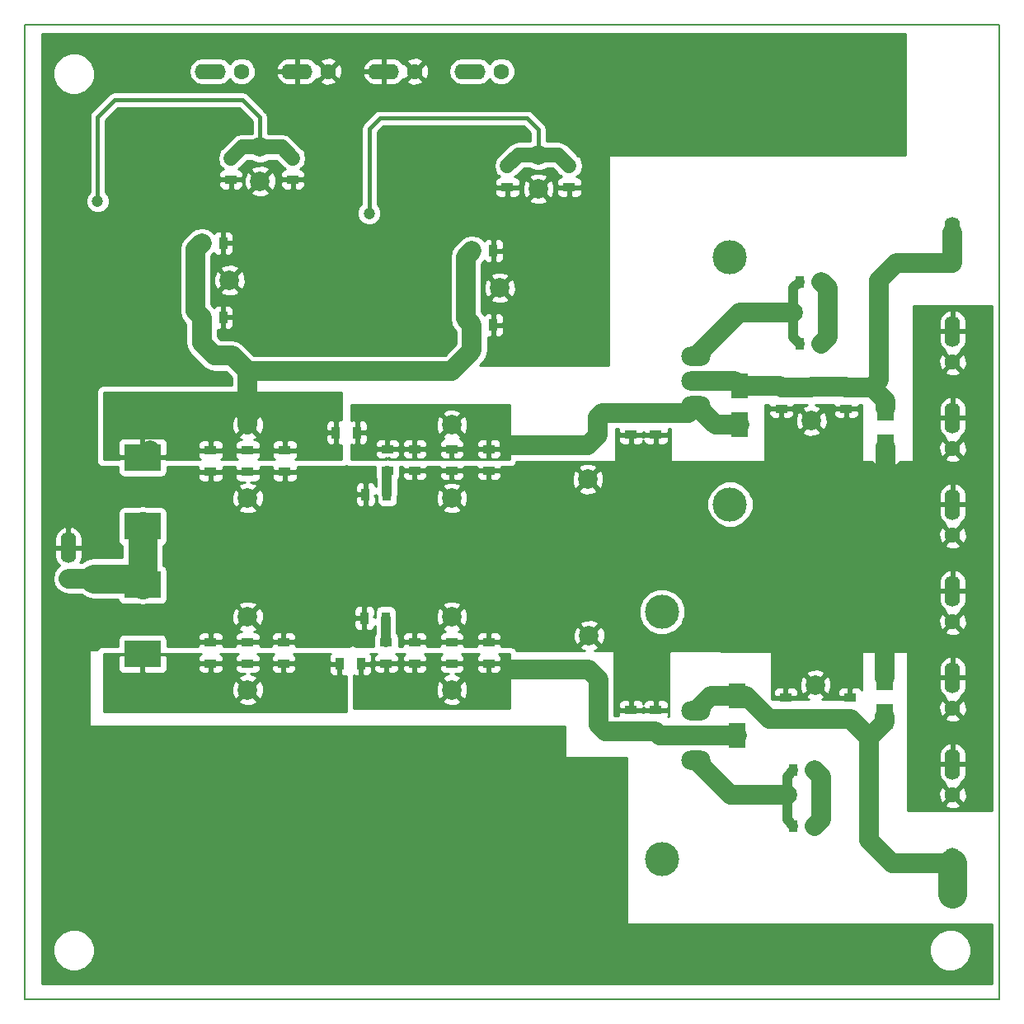
<source format=gbl>
G04 #@! TF.FileFunction,Copper,L2,Bot,Signal*
%FSLAX46Y46*%
G04 Gerber Fmt 4.6, Leading zero omitted, Abs format (unit mm)*
G04 Created by KiCad (PCBNEW 4.0.1-stable) date 18/01/2016 20:26:33*
%MOMM*%
G01*
G04 APERTURE LIST*
%ADD10C,0.100000*%
%ADD11C,0.150000*%
%ADD12C,2.000000*%
%ADD13R,0.900000X1.300000*%
%ADD14R,1.300000X0.900000*%
%ADD15R,3.800000X2.800000*%
%ADD16C,1.600000*%
%ADD17O,1.600000X3.200000*%
%ADD18O,3.200000X1.600000*%
%ADD19R,1.700000X2.500000*%
%ADD20O,3.000000X2.000000*%
%ADD21C,3.500000*%
%ADD22C,1.200000*%
%ADD23C,0.800000*%
%ADD24C,0.300000*%
%ADD25C,2.000000*%
%ADD26C,1.000000*%
%ADD27C,1.500000*%
%ADD28C,0.400000*%
%ADD29C,3.000000*%
%ADD30C,0.254000*%
G04 APERTURE END LIST*
D10*
D11*
X0Y100000000D02*
X0Y0D01*
X100000000Y100000000D02*
X0Y100000000D01*
X100000000Y0D02*
X100000000Y100000000D01*
X0Y0D02*
X100000000Y0D01*
D12*
X17485261Y73811175D03*
X20985261Y73811175D03*
X45240000Y73025000D03*
X48740000Y73025000D03*
D13*
X18135261Y70001175D03*
X20335261Y70001175D03*
X45890000Y69215000D03*
X48090000Y69215000D03*
D12*
X22860000Y58935000D03*
X22860000Y51435000D03*
X22860000Y39250000D03*
X22860000Y31750000D03*
D13*
X18135261Y77621175D03*
X20335261Y77621175D03*
X45890000Y76835000D03*
X48090000Y76835000D03*
D14*
X19050000Y56345000D03*
X19050000Y54145000D03*
X19050000Y36660000D03*
X19050000Y34460000D03*
X22860000Y56345000D03*
X22860000Y54145000D03*
X22860000Y36660000D03*
X22860000Y34460000D03*
X26670000Y56345000D03*
X26670000Y54145000D03*
X26543000Y36660000D03*
X26543000Y34460000D03*
X37211000Y56472000D03*
X37211000Y54272000D03*
D13*
X34841000Y39116000D03*
X37041000Y39116000D03*
D12*
X43815000Y58935000D03*
X43815000Y51435000D03*
X43815000Y39250000D03*
X43815000Y31750000D03*
D14*
X40005000Y56472000D03*
X40005000Y54272000D03*
X40005000Y36660000D03*
X40005000Y34460000D03*
X43815000Y56472000D03*
X43815000Y54272000D03*
X43815000Y36660000D03*
X43815000Y34460000D03*
X47625000Y56472000D03*
X47625000Y54272000D03*
X47625000Y36660000D03*
X47625000Y34460000D03*
D12*
X78895000Y70485000D03*
X82395000Y70485000D03*
X81760000Y20955000D03*
X78260000Y20955000D03*
D14*
X21140261Y86341175D03*
X21140261Y84141175D03*
X49530000Y85555000D03*
X49530000Y83355000D03*
D13*
X79545000Y67310000D03*
X81745000Y67310000D03*
X81110000Y17780000D03*
X78910000Y17780000D03*
D14*
X27490261Y86341175D03*
X27490261Y84141175D03*
X55880000Y85555000D03*
X55880000Y83355000D03*
D12*
X80746600Y62887800D03*
X80746600Y59387800D03*
X81153000Y32230000D03*
X81153000Y28730000D03*
D14*
X77647800Y62822000D03*
X77647800Y60622000D03*
X78105000Y30945000D03*
X78105000Y28745000D03*
D15*
X12065000Y48520000D03*
X12065000Y55620000D03*
X12065000Y35439000D03*
X12065000Y42539000D03*
D13*
X31920000Y58166000D03*
X34120000Y58166000D03*
X32301000Y34417000D03*
X34501000Y34417000D03*
D16*
X4445000Y43180000D03*
D17*
X4445000Y46355000D03*
D16*
X22225000Y95250000D03*
D18*
X19050000Y95250000D03*
D16*
X31115000Y95250000D03*
D18*
X27940000Y95250000D03*
D16*
X48895000Y95250000D03*
D18*
X45720000Y95250000D03*
D16*
X40005000Y95250000D03*
D18*
X36830000Y95250000D03*
D16*
X95250000Y75565000D03*
D17*
X95250000Y78740000D03*
D16*
X95250000Y10795000D03*
D17*
X95250000Y13970000D03*
D16*
X95250000Y65405000D03*
D17*
X95250000Y68580000D03*
D16*
X95250000Y56515000D03*
D17*
X95250000Y59690000D03*
D16*
X95250000Y47625000D03*
D17*
X95250000Y50800000D03*
D16*
X95250000Y38735000D03*
D17*
X95250000Y41910000D03*
D16*
X95250000Y29845000D03*
D17*
X95250000Y33020000D03*
D16*
X95250000Y20955000D03*
D17*
X95250000Y24130000D03*
D13*
X37168000Y51816000D03*
X34968000Y51816000D03*
D14*
X37084000Y36660000D03*
X37084000Y34460000D03*
D13*
X81745000Y73660000D03*
X79545000Y73660000D03*
X78910000Y23495000D03*
X81110000Y23495000D03*
D19*
X73088500Y27083000D03*
X73088500Y31083000D03*
X73406000Y62960000D03*
X73406000Y58960000D03*
X88392000Y56674000D03*
X88392000Y60674000D03*
X88265000Y28988000D03*
X88265000Y32988000D03*
D20*
X68890000Y66040000D03*
X68890000Y63500000D03*
X68890000Y60960000D03*
D21*
X72390000Y76200000D03*
X72390000Y50800000D03*
D20*
X68890000Y24511000D03*
X68890000Y27051000D03*
X68890000Y29591000D03*
D21*
X65390000Y14351000D03*
X65390000Y39751000D03*
D14*
X62230000Y60155000D03*
X62230000Y57955000D03*
X62230000Y29675000D03*
X62230000Y27475000D03*
X64770000Y60155000D03*
X64770000Y57955000D03*
X64770000Y29675000D03*
X64770000Y27475000D03*
X84328000Y62822000D03*
X84328000Y60622000D03*
X84709000Y30945000D03*
X84709000Y28745000D03*
D12*
X24130000Y87475000D03*
X24130000Y83975000D03*
X52705000Y86685000D03*
X52705000Y83185000D03*
X57785000Y56868000D03*
X57785000Y53368000D03*
X57912000Y37310000D03*
X57912000Y33810000D03*
D22*
X74625000Y88405000D03*
X89230000Y88405000D03*
X89230000Y97930000D03*
X74625000Y97930000D03*
X46050000Y14745000D03*
X31318000Y14999000D03*
X15316000Y14872000D03*
X14808000Y26810000D03*
X34747000Y26683000D03*
X53543000Y25667000D03*
X59766000Y22492000D03*
X60528000Y6998000D03*
X76657000Y6490000D03*
X86690000Y3442000D03*
X65735000Y3442000D03*
X46558000Y3442000D03*
X28905000Y3442000D03*
X14427000Y3442000D03*
X4140000Y9919000D03*
X4140000Y27064000D03*
X4140000Y31890000D03*
X4140000Y36843000D03*
X27889000Y89675000D03*
X33096000Y70625000D03*
X27635000Y70625000D03*
X27635000Y74562000D03*
X27508000Y82055000D03*
X31572000Y74435000D03*
X38684000Y67704000D03*
X36906000Y69355000D03*
X15570000Y68720000D03*
X17475000Y63640000D03*
X10490000Y63640000D03*
X25095000Y66815000D03*
X30175000Y66815000D03*
X35255000Y66815000D03*
X41605000Y66815000D03*
X48590000Y66180000D03*
X51130000Y66180000D03*
X57480000Y66180000D03*
X58750000Y68720000D03*
X58750000Y73800000D03*
X58750000Y79515000D03*
X58750000Y83960000D03*
X58750000Y88405000D03*
X58750000Y92850000D03*
X58750000Y97930000D03*
X52400000Y97930000D03*
X29540000Y97930000D03*
X37795000Y97930000D03*
X46050000Y97930000D03*
X46050000Y92215000D03*
X33350000Y82690000D03*
X33350000Y86500000D03*
X33985000Y90310000D03*
X5410000Y83325000D03*
X5410000Y87135000D03*
X5410000Y90945000D03*
X14935000Y94120000D03*
X10490000Y94120000D03*
X8585000Y97930000D03*
X14935000Y97930000D03*
X20650000Y97930000D03*
X2870000Y55385000D03*
X2870000Y62370000D03*
X2870000Y68720000D03*
X2870000Y89040000D03*
X2870000Y82055000D03*
X50177500Y69228000D03*
X49987000Y76975000D03*
X51828500Y78372000D03*
X51828500Y80213500D03*
X48717000Y81547000D03*
X45669000Y81610500D03*
D23*
X39369998Y75578000D03*
X36715500Y75578000D03*
D22*
X37236200Y81293000D03*
X36855200Y85077600D03*
X36855400Y88087200D03*
X39395200Y89090800D03*
X42697200Y89090800D03*
X48717000Y89040000D03*
X45923000Y89040000D03*
D23*
X11506000Y76086000D03*
X8839000Y76340000D03*
D22*
X10998000Y68466000D03*
X8966000Y70244000D03*
X3505000Y75197000D03*
X22428000Y69990000D03*
X22174000Y77737000D03*
X23444000Y79261000D03*
X23444000Y81039000D03*
X20396000Y82436000D03*
X17983000Y82436000D03*
X9474000Y81928000D03*
X8839000Y85738000D03*
X8966000Y89294000D03*
X12014000Y90310000D03*
X15062000Y90310000D03*
X21539000Y90310000D03*
X18237000Y90310000D03*
X7442000Y81928000D03*
X35331200Y80683400D03*
D24*
X89230000Y88405000D02*
X74625000Y88405000D01*
X74625000Y97930000D02*
X89230000Y97930000D01*
X31318000Y14999000D02*
X45796000Y14999000D01*
X45796000Y14999000D02*
X46050000Y14745000D01*
X14808000Y26810000D02*
X14808000Y15380000D01*
X14808000Y15380000D02*
X15316000Y14872000D01*
X53543000Y25667000D02*
X52527000Y26683000D01*
X52527000Y26683000D02*
X34747000Y26683000D01*
X60528000Y6998000D02*
X59766000Y7760000D01*
X59766000Y7760000D02*
X59766000Y22492000D01*
X86690000Y3442000D02*
X79705000Y3442000D01*
X79705000Y3442000D02*
X76657000Y6490000D01*
X46558000Y3442000D02*
X65735000Y3442000D01*
X14427000Y3442000D02*
X28905000Y3442000D01*
X4140000Y27064000D02*
X4140000Y9919000D01*
X4140000Y36843000D02*
X4140000Y31890000D01*
X61671000Y54623000D02*
X59040000Y54623000D01*
X59040000Y54623000D02*
X57785000Y53368000D01*
X62230000Y55182000D02*
X61671000Y54623000D01*
X62230000Y57955000D02*
X62230000Y55182000D01*
X61925000Y35954000D02*
X59268000Y35954000D01*
X59268000Y35954000D02*
X57912000Y37310000D01*
X62230000Y35649000D02*
X61925000Y35954000D01*
X62230000Y29675000D02*
X62230000Y35649000D01*
D25*
X88392000Y56674000D02*
X88392000Y42101000D01*
X88392000Y42101000D02*
X88265000Y41974000D01*
X88265000Y41974000D02*
X88265000Y32988000D01*
D24*
X27635000Y70625000D02*
X33096000Y70625000D01*
X27508000Y82055000D02*
X27508000Y74689000D01*
X27508000Y74689000D02*
X27635000Y74562000D01*
X10998000Y68466000D02*
X15316000Y68466000D01*
X15316000Y68466000D02*
X15570000Y68720000D01*
X10490000Y63640000D02*
X17475000Y63640000D01*
X10998000Y68466000D02*
X10998000Y64148000D01*
X10998000Y64148000D02*
X10490000Y63640000D01*
X35255000Y66815000D02*
X30175000Y66815000D01*
X57480000Y66180000D02*
X51130000Y66180000D01*
X58750000Y73800000D02*
X58750000Y68720000D01*
X58750000Y83960000D02*
X58750000Y79515000D01*
X58750000Y92850000D02*
X58750000Y88405000D01*
X52400000Y97930000D02*
X58750000Y97930000D01*
X37795000Y97930000D02*
X29540000Y97930000D01*
X40005000Y95250000D02*
X42685000Y97930000D01*
X42685000Y97930000D02*
X46050000Y97930000D01*
X33350000Y86500000D02*
X33350000Y82690000D01*
X36830000Y93155000D02*
X33985000Y90310000D01*
X36830000Y95250000D02*
X36830000Y93155000D01*
X5410000Y90945000D02*
X5410000Y87135000D01*
X10490000Y94120000D02*
X14935000Y94120000D01*
X14935000Y97930000D02*
X8585000Y97930000D01*
X27940000Y97625000D02*
X27635000Y97930000D01*
X27635000Y97930000D02*
X20650000Y97930000D01*
X27940000Y95250000D02*
X27940000Y97625000D01*
X2870000Y68720000D02*
X2870000Y62370000D01*
X2870000Y82055000D02*
X2870000Y89040000D01*
X48090000Y69215000D02*
X50164500Y69215000D01*
X50164500Y69215000D02*
X50177500Y69228000D01*
X51828500Y80213500D02*
X51828500Y78372000D01*
X45669000Y81610500D02*
X48653500Y81610500D01*
X48653500Y81610500D02*
X48717000Y81547000D01*
D25*
X81760000Y20955000D02*
X81760000Y18430000D01*
X81760000Y18430000D02*
X81110000Y17780000D01*
X81760000Y20955000D02*
X81760000Y22845000D01*
X81760000Y22845000D02*
X81110000Y23495000D01*
X82395000Y70485000D02*
X82395000Y67960000D01*
X82395000Y67960000D02*
X81745000Y67310000D01*
X82395000Y70485000D02*
X82395000Y73010000D01*
X82395000Y73010000D02*
X81745000Y73660000D01*
D24*
X36855200Y85077600D02*
X36855200Y81674000D01*
X36855200Y81674000D02*
X37236200Y81293000D01*
X48717000Y89040000D02*
X42748000Y89040000D01*
X42748000Y89040000D02*
X42697200Y89090800D01*
X46731200Y83355000D02*
X45923000Y84163200D01*
X45923000Y84163200D02*
X45923000Y89040000D01*
X49530000Y83355000D02*
X46731200Y83355000D01*
X20335261Y70001175D02*
X22416825Y70001175D01*
X22416825Y70001175D02*
X22428000Y69990000D01*
X20335261Y77621175D02*
X22058175Y77621175D01*
X22058175Y77621175D02*
X22174000Y77737000D01*
X23444000Y81039000D02*
X23444000Y79261000D01*
X21140261Y84141175D02*
X21140261Y83180261D01*
X21140261Y83180261D02*
X20396000Y82436000D01*
X8839000Y85738000D02*
X8839000Y82563000D01*
X8839000Y82563000D02*
X9474000Y81928000D01*
X12014000Y90310000D02*
X9982000Y90310000D01*
X9982000Y90310000D02*
X8966000Y89294000D01*
X21539000Y90310000D02*
X16002000Y90310000D01*
X16002000Y90310000D02*
X15062000Y90310000D01*
X15062000Y90310000D02*
X14935000Y90437000D01*
X18563825Y84141175D02*
X18237000Y84468000D01*
X18237000Y84468000D02*
X18237000Y90310000D01*
X21140261Y84141175D02*
X18563825Y84141175D01*
D25*
X73406000Y58960000D02*
X70890000Y58960000D01*
X70890000Y58960000D02*
X68890000Y60960000D01*
D24*
X47881000Y56528000D02*
X49434000Y56528000D01*
X49434000Y56528000D02*
X49774000Y56868000D01*
X47625000Y56472000D02*
X47825000Y56472000D01*
X47825000Y56472000D02*
X47881000Y56528000D01*
D25*
X57785000Y56868000D02*
X49774000Y56868000D01*
X62230000Y60155000D02*
X59202000Y60155000D01*
X59202000Y60155000D02*
X58784999Y59737999D01*
X58784999Y59737999D02*
X58784999Y57867999D01*
X58784999Y57867999D02*
X57785000Y56868000D01*
X64770000Y60155000D02*
X68085000Y60155000D01*
X68085000Y60155000D02*
X68890000Y60960000D01*
X62230000Y60155000D02*
X64770000Y60155000D01*
D26*
X37168000Y51816000D02*
X37168000Y54229000D01*
X37168000Y54229000D02*
X37211000Y54272000D01*
X37041000Y39116000D02*
X37041000Y36703000D01*
X37041000Y36703000D02*
X37084000Y36660000D01*
D25*
X68890000Y27051000D02*
X73056500Y27051000D01*
X73056500Y27051000D02*
X73088500Y27083000D01*
D24*
X48605000Y34430000D02*
X49255000Y34430000D01*
X49255000Y34430000D02*
X49875000Y33810000D01*
X47625000Y34460000D02*
X48575000Y34460000D01*
X48575000Y34460000D02*
X48605000Y34430000D01*
D25*
X57912000Y33810000D02*
X49875000Y33810000D01*
X64770000Y27475000D02*
X65194000Y27051000D01*
X65194000Y27051000D02*
X68890000Y27051000D01*
X62230000Y27475000D02*
X64770000Y27475000D01*
X57912000Y33810000D02*
X58911999Y32810001D01*
X58911999Y32810001D02*
X58911999Y28143001D01*
X58911999Y28143001D02*
X59580000Y27475000D01*
X59580000Y27475000D02*
X62230000Y27475000D01*
D26*
X78895000Y70485000D02*
X78895000Y67960000D01*
X78895000Y67960000D02*
X79545000Y67310000D01*
X78895000Y70485000D02*
X78895000Y73010000D01*
X78895000Y73010000D02*
X79545000Y73660000D01*
D25*
X78895000Y70485000D02*
X73335000Y70485000D01*
X73335000Y70485000D02*
X68890000Y66040000D01*
D26*
X78260000Y20955000D02*
X78260000Y18430000D01*
X78260000Y18430000D02*
X78910000Y17780000D01*
X78260000Y20955000D02*
X78260000Y22845000D01*
X78260000Y22845000D02*
X78910000Y23495000D01*
D25*
X68890000Y24511000D02*
X72446000Y20955000D01*
X72446000Y20955000D02*
X78260000Y20955000D01*
D27*
X24130000Y87475000D02*
X26356436Y87475000D01*
X26356436Y87475000D02*
X27490261Y86341175D01*
X24130000Y87475000D02*
X22274086Y87475000D01*
X22274086Y87475000D02*
X21140261Y86341175D01*
D28*
X7442000Y81928000D02*
X7442000Y90564000D01*
X7442000Y90564000D02*
X9220000Y92342000D01*
X9220000Y92342000D02*
X22301000Y92342000D01*
X22301000Y92342000D02*
X24130000Y90513000D01*
X24130000Y90513000D02*
X24130000Y87475000D01*
D27*
X52705000Y86685000D02*
X54750000Y86685000D01*
X54750000Y86685000D02*
X55880000Y85555000D01*
X52705000Y86685000D02*
X50660000Y86685000D01*
X50660000Y86685000D02*
X49530000Y85555000D01*
D28*
X51536400Y90437000D02*
X52705000Y89268400D01*
X52705000Y89268400D02*
X52705000Y86685000D01*
X36423400Y90437000D02*
X51536400Y90437000D01*
X35331200Y89344800D02*
X36423400Y90437000D01*
X35331200Y80683400D02*
X35331200Y89344800D01*
D25*
X88392000Y60674000D02*
X88392000Y61408000D01*
X88392000Y61408000D02*
X86978000Y62822000D01*
X87706000Y63550000D02*
X86978000Y62822000D01*
X95250000Y75565000D02*
X95250000Y78740000D01*
X87706000Y73800000D02*
X89471000Y75565000D01*
X89471000Y75565000D02*
X95250000Y75565000D01*
X87706000Y63550000D02*
X87706000Y73800000D01*
X84328000Y62822000D02*
X86978000Y62822000D01*
X80746600Y62887800D02*
X84262200Y62887800D01*
X84262200Y62887800D02*
X84328000Y62822000D01*
X77647800Y62822000D02*
X80680800Y62822000D01*
X80680800Y62822000D02*
X80746600Y62887800D01*
X73406000Y62960000D02*
X77509800Y62960000D01*
X77509800Y62960000D02*
X77647800Y62822000D01*
X68890000Y63500000D02*
X72866000Y63500000D01*
X72866000Y63500000D02*
X73406000Y62960000D01*
X88265000Y28988000D02*
X88265000Y28385000D01*
X88265000Y28385000D02*
X86690000Y26810000D01*
X74085800Y31083000D02*
X76423800Y28745000D01*
X76423800Y28745000D02*
X76550800Y28745000D01*
X73088500Y31083000D02*
X74085800Y31083000D01*
X73088500Y31083000D02*
X70382000Y31083000D01*
X70382000Y31083000D02*
X68890000Y29591000D01*
X78105000Y28745000D02*
X76550800Y28745000D01*
X81153000Y28730000D02*
X78120000Y28730000D01*
X78120000Y28730000D02*
X78105000Y28745000D01*
X84709000Y28745000D02*
X81168000Y28745000D01*
X81168000Y28745000D02*
X81153000Y28730000D01*
X95250000Y13970000D02*
X89052500Y13970000D01*
X89052500Y13970000D02*
X86690000Y16332500D01*
X86690000Y16332500D02*
X86690000Y26810000D01*
X86690000Y26810000D02*
X84755000Y28745000D01*
X84755000Y28745000D02*
X84709000Y28745000D01*
D29*
X95250000Y10795000D02*
X95250000Y13970000D01*
X12065000Y42539000D02*
X12065000Y48520000D01*
D25*
X4445000Y43180000D02*
X7112000Y43180000D01*
D29*
X11519000Y43180000D02*
X12065000Y42634000D01*
X7112000Y43180000D02*
X11519000Y43180000D01*
X12065000Y42634000D02*
X12065000Y42539000D01*
D25*
X45240000Y73025000D02*
X45240000Y76185000D01*
X45240000Y76185000D02*
X45890000Y76835000D01*
X17485261Y73811175D02*
X17485261Y76971175D01*
X17485261Y76971175D02*
X18135261Y77621175D01*
X45890000Y69215000D02*
X45890000Y66565000D01*
X45890000Y66565000D02*
X43803000Y64478000D01*
X43803000Y64478000D02*
X43332000Y64478000D01*
X45240000Y73025000D02*
X45240000Y69865000D01*
X45240000Y69865000D02*
X45890000Y69215000D01*
X22860000Y64478000D02*
X43332000Y64478000D01*
X19431000Y66055436D02*
X18135261Y67351175D01*
X22860000Y64478000D02*
X21282564Y66055436D01*
X21282564Y66055436D02*
X19431000Y66055436D01*
X22860000Y58935000D02*
X22860000Y64478000D01*
X17485261Y73811175D02*
X17485261Y70651175D01*
X17485261Y70651175D02*
X18135261Y70001175D01*
X18135261Y67351175D02*
X18135261Y70001175D01*
X12790000Y56345000D02*
X12065000Y55620000D01*
D30*
G36*
X17861673Y35269698D02*
X17765000Y35036309D01*
X17765000Y34745750D01*
X17923750Y34587000D01*
X18923000Y34587000D01*
X18923000Y34607000D01*
X19177000Y34607000D01*
X19177000Y34587000D01*
X20176250Y34587000D01*
X20335000Y34745750D01*
X20335000Y35036309D01*
X20238327Y35269698D01*
X20062026Y35446000D01*
X21847974Y35446000D01*
X21671673Y35269698D01*
X21575000Y35036309D01*
X21575000Y34745750D01*
X21733750Y34587000D01*
X22733000Y34587000D01*
X22733000Y34607000D01*
X22987000Y34607000D01*
X22987000Y34587000D01*
X23986250Y34587000D01*
X24145000Y34745750D01*
X24145000Y35036309D01*
X24048327Y35269698D01*
X23872026Y35446000D01*
X25530974Y35446000D01*
X25354673Y35269698D01*
X25258000Y35036309D01*
X25258000Y34745750D01*
X25416750Y34587000D01*
X26416000Y34587000D01*
X26416000Y34607000D01*
X26670000Y34607000D01*
X26670000Y34587000D01*
X27669250Y34587000D01*
X27828000Y34745750D01*
X27828000Y35036309D01*
X27731327Y35269698D01*
X27555026Y35446000D01*
X31331974Y35446000D01*
X31312673Y35426699D01*
X31216000Y35193310D01*
X31216000Y34702750D01*
X31374750Y34544000D01*
X32174000Y34544000D01*
X32174000Y34564000D01*
X32428000Y34564000D01*
X32428000Y34544000D01*
X32448000Y34544000D01*
X32448000Y34290000D01*
X32428000Y34290000D01*
X32428000Y33290750D01*
X32586750Y33132000D01*
X32877309Y33132000D01*
X32969000Y33169980D01*
X32969000Y29477000D01*
X8077000Y29477000D01*
X8077000Y30597468D01*
X21887073Y30597468D01*
X21985736Y30330613D01*
X22595461Y30104092D01*
X23245460Y30128144D01*
X23734264Y30330613D01*
X23832927Y30597468D01*
X22860000Y31570395D01*
X21887073Y30597468D01*
X8077000Y30597468D01*
X8077000Y32014539D01*
X21214092Y32014539D01*
X21238144Y31364540D01*
X21440613Y30875736D01*
X21707468Y30777073D01*
X22680395Y31750000D01*
X23039605Y31750000D01*
X24012532Y30777073D01*
X24279387Y30875736D01*
X24505908Y31485461D01*
X24481856Y32135460D01*
X24279387Y32624264D01*
X24012532Y32722927D01*
X23039605Y31750000D01*
X22680395Y31750000D01*
X21707468Y32722927D01*
X21440613Y32624264D01*
X21214092Y32014539D01*
X8077000Y32014539D01*
X8077000Y35153250D01*
X9530000Y35153250D01*
X9530000Y33912691D01*
X9626673Y33679302D01*
X9805301Y33500673D01*
X10038690Y33404000D01*
X11779250Y33404000D01*
X11938000Y33562750D01*
X11938000Y35312000D01*
X12192000Y35312000D01*
X12192000Y33562750D01*
X12350750Y33404000D01*
X14091310Y33404000D01*
X14324699Y33500673D01*
X14503327Y33679302D01*
X14600000Y33912691D01*
X14600000Y34174250D01*
X17765000Y34174250D01*
X17765000Y33883691D01*
X17861673Y33650302D01*
X18040301Y33471673D01*
X18273690Y33375000D01*
X18764250Y33375000D01*
X18923000Y33533750D01*
X18923000Y34333000D01*
X19177000Y34333000D01*
X19177000Y33533750D01*
X19335750Y33375000D01*
X19826310Y33375000D01*
X20059699Y33471673D01*
X20238327Y33650302D01*
X20335000Y33883691D01*
X20335000Y34174250D01*
X21575000Y34174250D01*
X21575000Y33883691D01*
X21671673Y33650302D01*
X21850301Y33471673D01*
X22083690Y33375000D01*
X22559506Y33375000D01*
X22474540Y33371856D01*
X21985736Y33169387D01*
X21887073Y32902532D01*
X22860000Y31929605D01*
X23832927Y32902532D01*
X23734264Y33169387D01*
X23180817Y33375000D01*
X23636310Y33375000D01*
X23869699Y33471673D01*
X24048327Y33650302D01*
X24145000Y33883691D01*
X24145000Y34174250D01*
X25258000Y34174250D01*
X25258000Y33883691D01*
X25354673Y33650302D01*
X25533301Y33471673D01*
X25766690Y33375000D01*
X26257250Y33375000D01*
X26416000Y33533750D01*
X26416000Y34333000D01*
X26670000Y34333000D01*
X26670000Y33533750D01*
X26828750Y33375000D01*
X27319310Y33375000D01*
X27552699Y33471673D01*
X27731327Y33650302D01*
X27828000Y33883691D01*
X27828000Y34131250D01*
X31216000Y34131250D01*
X31216000Y33640690D01*
X31312673Y33407301D01*
X31491302Y33228673D01*
X31724691Y33132000D01*
X32015250Y33132000D01*
X32174000Y33290750D01*
X32174000Y34290000D01*
X31374750Y34290000D01*
X31216000Y34131250D01*
X27828000Y34131250D01*
X27828000Y34174250D01*
X27669250Y34333000D01*
X26670000Y34333000D01*
X26416000Y34333000D01*
X25416750Y34333000D01*
X25258000Y34174250D01*
X24145000Y34174250D01*
X23986250Y34333000D01*
X22987000Y34333000D01*
X22987000Y34313000D01*
X22733000Y34313000D01*
X22733000Y34333000D01*
X21733750Y34333000D01*
X21575000Y34174250D01*
X20335000Y34174250D01*
X20176250Y34333000D01*
X19177000Y34333000D01*
X18923000Y34333000D01*
X17923750Y34333000D01*
X17765000Y34174250D01*
X14600000Y34174250D01*
X14600000Y35153250D01*
X14441250Y35312000D01*
X12192000Y35312000D01*
X11938000Y35312000D01*
X9688750Y35312000D01*
X9530000Y35153250D01*
X8077000Y35153250D01*
X8077000Y35446000D01*
X18037974Y35446000D01*
X17861673Y35269698D01*
X17861673Y35269698D01*
G37*
X17861673Y35269698D02*
X17765000Y35036309D01*
X17765000Y34745750D01*
X17923750Y34587000D01*
X18923000Y34587000D01*
X18923000Y34607000D01*
X19177000Y34607000D01*
X19177000Y34587000D01*
X20176250Y34587000D01*
X20335000Y34745750D01*
X20335000Y35036309D01*
X20238327Y35269698D01*
X20062026Y35446000D01*
X21847974Y35446000D01*
X21671673Y35269698D01*
X21575000Y35036309D01*
X21575000Y34745750D01*
X21733750Y34587000D01*
X22733000Y34587000D01*
X22733000Y34607000D01*
X22987000Y34607000D01*
X22987000Y34587000D01*
X23986250Y34587000D01*
X24145000Y34745750D01*
X24145000Y35036309D01*
X24048327Y35269698D01*
X23872026Y35446000D01*
X25530974Y35446000D01*
X25354673Y35269698D01*
X25258000Y35036309D01*
X25258000Y34745750D01*
X25416750Y34587000D01*
X26416000Y34587000D01*
X26416000Y34607000D01*
X26670000Y34607000D01*
X26670000Y34587000D01*
X27669250Y34587000D01*
X27828000Y34745750D01*
X27828000Y35036309D01*
X27731327Y35269698D01*
X27555026Y35446000D01*
X31331974Y35446000D01*
X31312673Y35426699D01*
X31216000Y35193310D01*
X31216000Y34702750D01*
X31374750Y34544000D01*
X32174000Y34544000D01*
X32174000Y34564000D01*
X32428000Y34564000D01*
X32428000Y34544000D01*
X32448000Y34544000D01*
X32448000Y34290000D01*
X32428000Y34290000D01*
X32428000Y33290750D01*
X32586750Y33132000D01*
X32877309Y33132000D01*
X32969000Y33169980D01*
X32969000Y29477000D01*
X8077000Y29477000D01*
X8077000Y30597468D01*
X21887073Y30597468D01*
X21985736Y30330613D01*
X22595461Y30104092D01*
X23245460Y30128144D01*
X23734264Y30330613D01*
X23832927Y30597468D01*
X22860000Y31570395D01*
X21887073Y30597468D01*
X8077000Y30597468D01*
X8077000Y32014539D01*
X21214092Y32014539D01*
X21238144Y31364540D01*
X21440613Y30875736D01*
X21707468Y30777073D01*
X22680395Y31750000D01*
X23039605Y31750000D01*
X24012532Y30777073D01*
X24279387Y30875736D01*
X24505908Y31485461D01*
X24481856Y32135460D01*
X24279387Y32624264D01*
X24012532Y32722927D01*
X23039605Y31750000D01*
X22680395Y31750000D01*
X21707468Y32722927D01*
X21440613Y32624264D01*
X21214092Y32014539D01*
X8077000Y32014539D01*
X8077000Y35153250D01*
X9530000Y35153250D01*
X9530000Y33912691D01*
X9626673Y33679302D01*
X9805301Y33500673D01*
X10038690Y33404000D01*
X11779250Y33404000D01*
X11938000Y33562750D01*
X11938000Y35312000D01*
X12192000Y35312000D01*
X12192000Y33562750D01*
X12350750Y33404000D01*
X14091310Y33404000D01*
X14324699Y33500673D01*
X14503327Y33679302D01*
X14600000Y33912691D01*
X14600000Y34174250D01*
X17765000Y34174250D01*
X17765000Y33883691D01*
X17861673Y33650302D01*
X18040301Y33471673D01*
X18273690Y33375000D01*
X18764250Y33375000D01*
X18923000Y33533750D01*
X18923000Y34333000D01*
X19177000Y34333000D01*
X19177000Y33533750D01*
X19335750Y33375000D01*
X19826310Y33375000D01*
X20059699Y33471673D01*
X20238327Y33650302D01*
X20335000Y33883691D01*
X20335000Y34174250D01*
X21575000Y34174250D01*
X21575000Y33883691D01*
X21671673Y33650302D01*
X21850301Y33471673D01*
X22083690Y33375000D01*
X22559506Y33375000D01*
X22474540Y33371856D01*
X21985736Y33169387D01*
X21887073Y32902532D01*
X22860000Y31929605D01*
X23832927Y32902532D01*
X23734264Y33169387D01*
X23180817Y33375000D01*
X23636310Y33375000D01*
X23869699Y33471673D01*
X24048327Y33650302D01*
X24145000Y33883691D01*
X24145000Y34174250D01*
X25258000Y34174250D01*
X25258000Y33883691D01*
X25354673Y33650302D01*
X25533301Y33471673D01*
X25766690Y33375000D01*
X26257250Y33375000D01*
X26416000Y33533750D01*
X26416000Y34333000D01*
X26670000Y34333000D01*
X26670000Y33533750D01*
X26828750Y33375000D01*
X27319310Y33375000D01*
X27552699Y33471673D01*
X27731327Y33650302D01*
X27828000Y33883691D01*
X27828000Y34131250D01*
X31216000Y34131250D01*
X31216000Y33640690D01*
X31312673Y33407301D01*
X31491302Y33228673D01*
X31724691Y33132000D01*
X32015250Y33132000D01*
X32174000Y33290750D01*
X32174000Y34290000D01*
X31374750Y34290000D01*
X31216000Y34131250D01*
X27828000Y34131250D01*
X27828000Y34174250D01*
X27669250Y34333000D01*
X26670000Y34333000D01*
X26416000Y34333000D01*
X25416750Y34333000D01*
X25258000Y34174250D01*
X24145000Y34174250D01*
X23986250Y34333000D01*
X22987000Y34333000D01*
X22987000Y34313000D01*
X22733000Y34313000D01*
X22733000Y34333000D01*
X21733750Y34333000D01*
X21575000Y34174250D01*
X20335000Y34174250D01*
X20176250Y34333000D01*
X19177000Y34333000D01*
X18923000Y34333000D01*
X17923750Y34333000D01*
X17765000Y34174250D01*
X14600000Y34174250D01*
X14600000Y35153250D01*
X14441250Y35312000D01*
X12192000Y35312000D01*
X11938000Y35312000D01*
X9688750Y35312000D01*
X9530000Y35153250D01*
X8077000Y35153250D01*
X8077000Y35446000D01*
X18037974Y35446000D01*
X17861673Y35269698D01*
G36*
X35895673Y35269698D02*
X35799000Y35036309D01*
X35799000Y34745750D01*
X35957750Y34587000D01*
X36957000Y34587000D01*
X36957000Y34607000D01*
X37211000Y34607000D01*
X37211000Y34587000D01*
X38210250Y34587000D01*
X38369000Y34745750D01*
X38369000Y35036309D01*
X38272327Y35269698D01*
X38096026Y35446000D01*
X38992974Y35446000D01*
X38816673Y35269698D01*
X38720000Y35036309D01*
X38720000Y34745750D01*
X38878750Y34587000D01*
X39878000Y34587000D01*
X39878000Y34607000D01*
X40132000Y34607000D01*
X40132000Y34587000D01*
X41131250Y34587000D01*
X41290000Y34745750D01*
X41290000Y35036309D01*
X41193327Y35269698D01*
X41017026Y35446000D01*
X42802974Y35446000D01*
X42626673Y35269698D01*
X42530000Y35036309D01*
X42530000Y34745750D01*
X42688750Y34587000D01*
X43688000Y34587000D01*
X43688000Y34607000D01*
X43942000Y34607000D01*
X43942000Y34587000D01*
X44941250Y34587000D01*
X45100000Y34745750D01*
X45100000Y35036309D01*
X45003327Y35269698D01*
X44827026Y35446000D01*
X46612974Y35446000D01*
X46436673Y35269698D01*
X46340000Y35036309D01*
X46340000Y34745750D01*
X46498750Y34587000D01*
X47498000Y34587000D01*
X47498000Y34607000D01*
X47752000Y34607000D01*
X47752000Y34587000D01*
X48751250Y34587000D01*
X48910000Y34745750D01*
X48910000Y35036309D01*
X48813327Y35269698D01*
X48637026Y35446000D01*
X49733000Y35446000D01*
X49733000Y29858000D01*
X33731000Y29858000D01*
X33731000Y30597468D01*
X42842073Y30597468D01*
X42940736Y30330613D01*
X43550461Y30104092D01*
X44200460Y30128144D01*
X44689264Y30330613D01*
X44787927Y30597468D01*
X43815000Y31570395D01*
X42842073Y30597468D01*
X33731000Y30597468D01*
X33731000Y32014539D01*
X42169092Y32014539D01*
X42193144Y31364540D01*
X42395613Y30875736D01*
X42662468Y30777073D01*
X43635395Y31750000D01*
X43994605Y31750000D01*
X44967532Y30777073D01*
X45234387Y30875736D01*
X45460908Y31485461D01*
X45436856Y32135460D01*
X45234387Y32624264D01*
X44967532Y32722927D01*
X43994605Y31750000D01*
X43635395Y31750000D01*
X42662468Y32722927D01*
X42395613Y32624264D01*
X42169092Y32014539D01*
X33731000Y32014539D01*
X33731000Y33212230D01*
X33924691Y33132000D01*
X34215250Y33132000D01*
X34374000Y33290750D01*
X34374000Y34290000D01*
X34628000Y34290000D01*
X34628000Y33290750D01*
X34786750Y33132000D01*
X35077309Y33132000D01*
X35310698Y33228673D01*
X35489327Y33407301D01*
X35586000Y33640690D01*
X35586000Y34131250D01*
X35543000Y34174250D01*
X35799000Y34174250D01*
X35799000Y33883691D01*
X35895673Y33650302D01*
X36074301Y33471673D01*
X36307690Y33375000D01*
X36798250Y33375000D01*
X36957000Y33533750D01*
X36957000Y34333000D01*
X37211000Y34333000D01*
X37211000Y33533750D01*
X37369750Y33375000D01*
X37860310Y33375000D01*
X38093699Y33471673D01*
X38272327Y33650302D01*
X38369000Y33883691D01*
X38369000Y34174250D01*
X38720000Y34174250D01*
X38720000Y33883691D01*
X38816673Y33650302D01*
X38995301Y33471673D01*
X39228690Y33375000D01*
X39719250Y33375000D01*
X39878000Y33533750D01*
X39878000Y34333000D01*
X40132000Y34333000D01*
X40132000Y33533750D01*
X40290750Y33375000D01*
X40781310Y33375000D01*
X41014699Y33471673D01*
X41193327Y33650302D01*
X41290000Y33883691D01*
X41290000Y34174250D01*
X42530000Y34174250D01*
X42530000Y33883691D01*
X42626673Y33650302D01*
X42805301Y33471673D01*
X43038690Y33375000D01*
X43514506Y33375000D01*
X43429540Y33371856D01*
X42940736Y33169387D01*
X42842073Y32902532D01*
X43815000Y31929605D01*
X44787927Y32902532D01*
X44689264Y33169387D01*
X44135817Y33375000D01*
X44591310Y33375000D01*
X44824699Y33471673D01*
X45003327Y33650302D01*
X45100000Y33883691D01*
X45100000Y34174250D01*
X46340000Y34174250D01*
X46340000Y33883691D01*
X46436673Y33650302D01*
X46615301Y33471673D01*
X46848690Y33375000D01*
X47339250Y33375000D01*
X47498000Y33533750D01*
X47498000Y34333000D01*
X47752000Y34333000D01*
X47752000Y33533750D01*
X47910750Y33375000D01*
X48401310Y33375000D01*
X48634699Y33471673D01*
X48813327Y33650302D01*
X48910000Y33883691D01*
X48910000Y34174250D01*
X48751250Y34333000D01*
X47752000Y34333000D01*
X47498000Y34333000D01*
X46498750Y34333000D01*
X46340000Y34174250D01*
X45100000Y34174250D01*
X44941250Y34333000D01*
X43942000Y34333000D01*
X43942000Y34313000D01*
X43688000Y34313000D01*
X43688000Y34333000D01*
X42688750Y34333000D01*
X42530000Y34174250D01*
X41290000Y34174250D01*
X41131250Y34333000D01*
X40132000Y34333000D01*
X39878000Y34333000D01*
X38878750Y34333000D01*
X38720000Y34174250D01*
X38369000Y34174250D01*
X38210250Y34333000D01*
X37211000Y34333000D01*
X36957000Y34333000D01*
X35957750Y34333000D01*
X35799000Y34174250D01*
X35543000Y34174250D01*
X35427250Y34290000D01*
X34628000Y34290000D01*
X34374000Y34290000D01*
X34354000Y34290000D01*
X34354000Y34544000D01*
X34374000Y34544000D01*
X34374000Y34564000D01*
X34628000Y34564000D01*
X34628000Y34544000D01*
X35427250Y34544000D01*
X35586000Y34702750D01*
X35586000Y35193310D01*
X35489327Y35426699D01*
X35470026Y35446000D01*
X36071974Y35446000D01*
X35895673Y35269698D01*
X35895673Y35269698D01*
G37*
X35895673Y35269698D02*
X35799000Y35036309D01*
X35799000Y34745750D01*
X35957750Y34587000D01*
X36957000Y34587000D01*
X36957000Y34607000D01*
X37211000Y34607000D01*
X37211000Y34587000D01*
X38210250Y34587000D01*
X38369000Y34745750D01*
X38369000Y35036309D01*
X38272327Y35269698D01*
X38096026Y35446000D01*
X38992974Y35446000D01*
X38816673Y35269698D01*
X38720000Y35036309D01*
X38720000Y34745750D01*
X38878750Y34587000D01*
X39878000Y34587000D01*
X39878000Y34607000D01*
X40132000Y34607000D01*
X40132000Y34587000D01*
X41131250Y34587000D01*
X41290000Y34745750D01*
X41290000Y35036309D01*
X41193327Y35269698D01*
X41017026Y35446000D01*
X42802974Y35446000D01*
X42626673Y35269698D01*
X42530000Y35036309D01*
X42530000Y34745750D01*
X42688750Y34587000D01*
X43688000Y34587000D01*
X43688000Y34607000D01*
X43942000Y34607000D01*
X43942000Y34587000D01*
X44941250Y34587000D01*
X45100000Y34745750D01*
X45100000Y35036309D01*
X45003327Y35269698D01*
X44827026Y35446000D01*
X46612974Y35446000D01*
X46436673Y35269698D01*
X46340000Y35036309D01*
X46340000Y34745750D01*
X46498750Y34587000D01*
X47498000Y34587000D01*
X47498000Y34607000D01*
X47752000Y34607000D01*
X47752000Y34587000D01*
X48751250Y34587000D01*
X48910000Y34745750D01*
X48910000Y35036309D01*
X48813327Y35269698D01*
X48637026Y35446000D01*
X49733000Y35446000D01*
X49733000Y29858000D01*
X33731000Y29858000D01*
X33731000Y30597468D01*
X42842073Y30597468D01*
X42940736Y30330613D01*
X43550461Y30104092D01*
X44200460Y30128144D01*
X44689264Y30330613D01*
X44787927Y30597468D01*
X43815000Y31570395D01*
X42842073Y30597468D01*
X33731000Y30597468D01*
X33731000Y32014539D01*
X42169092Y32014539D01*
X42193144Y31364540D01*
X42395613Y30875736D01*
X42662468Y30777073D01*
X43635395Y31750000D01*
X43994605Y31750000D01*
X44967532Y30777073D01*
X45234387Y30875736D01*
X45460908Y31485461D01*
X45436856Y32135460D01*
X45234387Y32624264D01*
X44967532Y32722927D01*
X43994605Y31750000D01*
X43635395Y31750000D01*
X42662468Y32722927D01*
X42395613Y32624264D01*
X42169092Y32014539D01*
X33731000Y32014539D01*
X33731000Y33212230D01*
X33924691Y33132000D01*
X34215250Y33132000D01*
X34374000Y33290750D01*
X34374000Y34290000D01*
X34628000Y34290000D01*
X34628000Y33290750D01*
X34786750Y33132000D01*
X35077309Y33132000D01*
X35310698Y33228673D01*
X35489327Y33407301D01*
X35586000Y33640690D01*
X35586000Y34131250D01*
X35543000Y34174250D01*
X35799000Y34174250D01*
X35799000Y33883691D01*
X35895673Y33650302D01*
X36074301Y33471673D01*
X36307690Y33375000D01*
X36798250Y33375000D01*
X36957000Y33533750D01*
X36957000Y34333000D01*
X37211000Y34333000D01*
X37211000Y33533750D01*
X37369750Y33375000D01*
X37860310Y33375000D01*
X38093699Y33471673D01*
X38272327Y33650302D01*
X38369000Y33883691D01*
X38369000Y34174250D01*
X38720000Y34174250D01*
X38720000Y33883691D01*
X38816673Y33650302D01*
X38995301Y33471673D01*
X39228690Y33375000D01*
X39719250Y33375000D01*
X39878000Y33533750D01*
X39878000Y34333000D01*
X40132000Y34333000D01*
X40132000Y33533750D01*
X40290750Y33375000D01*
X40781310Y33375000D01*
X41014699Y33471673D01*
X41193327Y33650302D01*
X41290000Y33883691D01*
X41290000Y34174250D01*
X42530000Y34174250D01*
X42530000Y33883691D01*
X42626673Y33650302D01*
X42805301Y33471673D01*
X43038690Y33375000D01*
X43514506Y33375000D01*
X43429540Y33371856D01*
X42940736Y33169387D01*
X42842073Y32902532D01*
X43815000Y31929605D01*
X44787927Y32902532D01*
X44689264Y33169387D01*
X44135817Y33375000D01*
X44591310Y33375000D01*
X44824699Y33471673D01*
X45003327Y33650302D01*
X45100000Y33883691D01*
X45100000Y34174250D01*
X46340000Y34174250D01*
X46340000Y33883691D01*
X46436673Y33650302D01*
X46615301Y33471673D01*
X46848690Y33375000D01*
X47339250Y33375000D01*
X47498000Y33533750D01*
X47498000Y34333000D01*
X47752000Y34333000D01*
X47752000Y33533750D01*
X47910750Y33375000D01*
X48401310Y33375000D01*
X48634699Y33471673D01*
X48813327Y33650302D01*
X48910000Y33883691D01*
X48910000Y34174250D01*
X48751250Y34333000D01*
X47752000Y34333000D01*
X47498000Y34333000D01*
X46498750Y34333000D01*
X46340000Y34174250D01*
X45100000Y34174250D01*
X44941250Y34333000D01*
X43942000Y34333000D01*
X43942000Y34313000D01*
X43688000Y34313000D01*
X43688000Y34333000D01*
X42688750Y34333000D01*
X42530000Y34174250D01*
X41290000Y34174250D01*
X41131250Y34333000D01*
X40132000Y34333000D01*
X39878000Y34333000D01*
X38878750Y34333000D01*
X38720000Y34174250D01*
X38369000Y34174250D01*
X38210250Y34333000D01*
X37211000Y34333000D01*
X36957000Y34333000D01*
X35957750Y34333000D01*
X35799000Y34174250D01*
X35543000Y34174250D01*
X35427250Y34290000D01*
X34628000Y34290000D01*
X34374000Y34290000D01*
X34354000Y34290000D01*
X34354000Y34544000D01*
X34374000Y34544000D01*
X34374000Y34564000D01*
X34628000Y34564000D01*
X34628000Y34544000D01*
X35427250Y34544000D01*
X35586000Y34702750D01*
X35586000Y35193310D01*
X35489327Y35426699D01*
X35470026Y35446000D01*
X36071974Y35446000D01*
X35895673Y35269698D01*
G36*
X59893000Y65037000D02*
X46662926Y65037000D01*
X47040463Y65414537D01*
X47393152Y65942374D01*
X47517001Y66565000D01*
X47517000Y66565005D01*
X47517000Y67930000D01*
X47804250Y67930000D01*
X47963000Y68088750D01*
X47963000Y69088000D01*
X48217000Y69088000D01*
X48217000Y68088750D01*
X48375750Y67930000D01*
X48666309Y67930000D01*
X48899698Y68026673D01*
X49078327Y68205301D01*
X49175000Y68438690D01*
X49175000Y68929250D01*
X49016250Y69088000D01*
X48217000Y69088000D01*
X47963000Y69088000D01*
X47943000Y69088000D01*
X47943000Y69342000D01*
X47963000Y69342000D01*
X47963000Y70341250D01*
X48217000Y70341250D01*
X48217000Y69342000D01*
X49016250Y69342000D01*
X49175000Y69500750D01*
X49175000Y69991310D01*
X49078327Y70224699D01*
X48899698Y70403327D01*
X48666309Y70500000D01*
X48375750Y70500000D01*
X48217000Y70341250D01*
X47963000Y70341250D01*
X47804250Y70500000D01*
X47513691Y70500000D01*
X47280302Y70403327D01*
X47121362Y70244388D01*
X47040463Y70365463D01*
X46867000Y70538926D01*
X46867000Y71872468D01*
X47767073Y71872468D01*
X47865736Y71605613D01*
X48475461Y71379092D01*
X49125460Y71403144D01*
X49614264Y71605613D01*
X49712927Y71872468D01*
X48740000Y72845395D01*
X47767073Y71872468D01*
X46867000Y71872468D01*
X46867000Y73024153D01*
X46867231Y73289539D01*
X47094092Y73289539D01*
X47118144Y72639540D01*
X47320613Y72150736D01*
X47587468Y72052073D01*
X48560395Y73025000D01*
X48919605Y73025000D01*
X49892532Y72052073D01*
X50159387Y72150736D01*
X50385908Y72760461D01*
X50361856Y73410460D01*
X50159387Y73899264D01*
X49892532Y73997927D01*
X48919605Y73025000D01*
X48560395Y73025000D01*
X47587468Y73997927D01*
X47320613Y73899264D01*
X47094092Y73289539D01*
X46867231Y73289539D01*
X46867282Y73347211D01*
X46867000Y73347893D01*
X46867000Y74177532D01*
X47767073Y74177532D01*
X48740000Y73204605D01*
X49712927Y74177532D01*
X49614264Y74444387D01*
X49004539Y74670908D01*
X48354540Y74646856D01*
X47865736Y74444387D01*
X47767073Y74177532D01*
X46867000Y74177532D01*
X46867000Y75511074D01*
X47040463Y75684537D01*
X47121362Y75805612D01*
X47280302Y75646673D01*
X47513691Y75550000D01*
X47804250Y75550000D01*
X47963000Y75708750D01*
X47963000Y76708000D01*
X48217000Y76708000D01*
X48217000Y75708750D01*
X48375750Y75550000D01*
X48666309Y75550000D01*
X48899698Y75646673D01*
X49078327Y75825301D01*
X49175000Y76058690D01*
X49175000Y76549250D01*
X49016250Y76708000D01*
X48217000Y76708000D01*
X47963000Y76708000D01*
X47943000Y76708000D01*
X47943000Y76962000D01*
X47963000Y76962000D01*
X47963000Y77961250D01*
X48217000Y77961250D01*
X48217000Y76962000D01*
X49016250Y76962000D01*
X49175000Y77120750D01*
X49175000Y77611310D01*
X49078327Y77844699D01*
X48899698Y78023327D01*
X48666309Y78120000D01*
X48375750Y78120000D01*
X48217000Y77961250D01*
X47963000Y77961250D01*
X47804250Y78120000D01*
X47513691Y78120000D01*
X47280302Y78023327D01*
X47121362Y77864388D01*
X47040463Y77985463D01*
X46512626Y78338152D01*
X45890000Y78462001D01*
X45267374Y78338152D01*
X44739537Y77985463D01*
X44089537Y77335463D01*
X43736848Y76807626D01*
X43613000Y76185000D01*
X43613000Y73025847D01*
X43612718Y72702789D01*
X43613000Y72702107D01*
X43613000Y69865000D01*
X43736848Y69242374D01*
X44089537Y68714537D01*
X44263000Y68541074D01*
X44263000Y67238926D01*
X43129074Y66105000D01*
X23533925Y66105000D01*
X22433027Y67205899D01*
X21905190Y67558588D01*
X21282564Y67682436D01*
X20104925Y67682436D01*
X19762261Y68025101D01*
X19762261Y68716175D01*
X20049511Y68716175D01*
X20208261Y68874925D01*
X20208261Y69874175D01*
X20462261Y69874175D01*
X20462261Y68874925D01*
X20621011Y68716175D01*
X20911570Y68716175D01*
X21144959Y68812848D01*
X21323588Y68991476D01*
X21420261Y69224865D01*
X21420261Y69715425D01*
X21261511Y69874175D01*
X20462261Y69874175D01*
X20208261Y69874175D01*
X20188261Y69874175D01*
X20188261Y70128175D01*
X20208261Y70128175D01*
X20208261Y71127425D01*
X20462261Y71127425D01*
X20462261Y70128175D01*
X21261511Y70128175D01*
X21420261Y70286925D01*
X21420261Y70777485D01*
X21323588Y71010874D01*
X21144959Y71189502D01*
X20911570Y71286175D01*
X20621011Y71286175D01*
X20462261Y71127425D01*
X20208261Y71127425D01*
X20049511Y71286175D01*
X19758952Y71286175D01*
X19525563Y71189502D01*
X19366623Y71030563D01*
X19285724Y71151638D01*
X19112261Y71325101D01*
X19112261Y72658643D01*
X20012334Y72658643D01*
X20110997Y72391788D01*
X20720722Y72165267D01*
X21370721Y72189319D01*
X21859525Y72391788D01*
X21958188Y72658643D01*
X20985261Y73631570D01*
X20012334Y72658643D01*
X19112261Y72658643D01*
X19112261Y73810328D01*
X19112492Y74075714D01*
X19339353Y74075714D01*
X19363405Y73425715D01*
X19565874Y72936911D01*
X19832729Y72838248D01*
X20805656Y73811175D01*
X21164866Y73811175D01*
X22137793Y72838248D01*
X22404648Y72936911D01*
X22631169Y73546636D01*
X22607117Y74196635D01*
X22404648Y74685439D01*
X22137793Y74784102D01*
X21164866Y73811175D01*
X20805656Y73811175D01*
X19832729Y74784102D01*
X19565874Y74685439D01*
X19339353Y74075714D01*
X19112492Y74075714D01*
X19112543Y74133386D01*
X19112261Y74134068D01*
X19112261Y74963707D01*
X20012334Y74963707D01*
X20985261Y73990780D01*
X21958188Y74963707D01*
X21859525Y75230562D01*
X21249800Y75457083D01*
X20599801Y75433031D01*
X20110997Y75230562D01*
X20012334Y74963707D01*
X19112261Y74963707D01*
X19112261Y76297249D01*
X19285724Y76470712D01*
X19366623Y76591787D01*
X19525563Y76432848D01*
X19758952Y76336175D01*
X20049511Y76336175D01*
X20208261Y76494925D01*
X20208261Y77494175D01*
X20462261Y77494175D01*
X20462261Y76494925D01*
X20621011Y76336175D01*
X20911570Y76336175D01*
X21144959Y76432848D01*
X21323588Y76611476D01*
X21420261Y76844865D01*
X21420261Y77335425D01*
X21261511Y77494175D01*
X20462261Y77494175D01*
X20208261Y77494175D01*
X20188261Y77494175D01*
X20188261Y77748175D01*
X20208261Y77748175D01*
X20208261Y78747425D01*
X20462261Y78747425D01*
X20462261Y77748175D01*
X21261511Y77748175D01*
X21420261Y77906925D01*
X21420261Y78397485D01*
X21323588Y78630874D01*
X21144959Y78809502D01*
X20911570Y78906175D01*
X20621011Y78906175D01*
X20462261Y78747425D01*
X20208261Y78747425D01*
X20049511Y78906175D01*
X19758952Y78906175D01*
X19525563Y78809502D01*
X19366623Y78650563D01*
X19285724Y78771638D01*
X18757887Y79124327D01*
X18135261Y79248176D01*
X17512635Y79124327D01*
X16984798Y78771638D01*
X16334798Y78121638D01*
X15982109Y77593801D01*
X15858261Y76971175D01*
X15858261Y73812022D01*
X15857979Y73488964D01*
X15858261Y73488282D01*
X15858261Y70651175D01*
X15982109Y70028549D01*
X16334798Y69500712D01*
X16508261Y69327249D01*
X16508261Y67351175D01*
X16632109Y66728549D01*
X16984798Y66200712D01*
X18280535Y64904976D01*
X18280537Y64904973D01*
X18661439Y64650463D01*
X18808374Y64552284D01*
X19431000Y64428435D01*
X19431005Y64428436D01*
X20608638Y64428436D01*
X21233000Y63804075D01*
X21233000Y62997000D01*
X7950000Y62997000D01*
X7722112Y62954120D01*
X7512811Y62819438D01*
X7372399Y62613938D01*
X7323000Y62370000D01*
X7323000Y55258000D01*
X7365880Y55030112D01*
X7500562Y54820811D01*
X7706062Y54680399D01*
X7950000Y54631000D01*
X9525717Y54631000D01*
X9525717Y54220000D01*
X9569437Y53987648D01*
X9706757Y53774247D01*
X9916283Y53631083D01*
X10165000Y53580717D01*
X13965000Y53580717D01*
X14197352Y53624437D01*
X14410753Y53761757D01*
X14477367Y53859250D01*
X17765000Y53859250D01*
X17765000Y53568691D01*
X17861673Y53335302D01*
X18040301Y53156673D01*
X18273690Y53060000D01*
X18764250Y53060000D01*
X18923000Y53218750D01*
X18923000Y54018000D01*
X19177000Y54018000D01*
X19177000Y53218750D01*
X19335750Y53060000D01*
X19826310Y53060000D01*
X20059699Y53156673D01*
X20238327Y53335302D01*
X20335000Y53568691D01*
X20335000Y53859250D01*
X21575000Y53859250D01*
X21575000Y53568691D01*
X21671673Y53335302D01*
X21850301Y53156673D01*
X22083690Y53060000D01*
X22559506Y53060000D01*
X22474540Y53056856D01*
X21985736Y52854387D01*
X21887073Y52587532D01*
X22860000Y51614605D01*
X23832927Y52587532D01*
X23831161Y52592310D01*
X33883000Y52592310D01*
X33883000Y52101750D01*
X34041750Y51943000D01*
X34841000Y51943000D01*
X34841000Y52942250D01*
X34682250Y53101000D01*
X34391691Y53101000D01*
X34158302Y53004327D01*
X33979673Y52825699D01*
X33883000Y52592310D01*
X23831161Y52592310D01*
X23734264Y52854387D01*
X23180817Y53060000D01*
X23636310Y53060000D01*
X23869699Y53156673D01*
X24048327Y53335302D01*
X24145000Y53568691D01*
X24145000Y53859250D01*
X25385000Y53859250D01*
X25385000Y53568691D01*
X25481673Y53335302D01*
X25660301Y53156673D01*
X25893690Y53060000D01*
X26384250Y53060000D01*
X26543000Y53218750D01*
X26543000Y54018000D01*
X26797000Y54018000D01*
X26797000Y53218750D01*
X26955750Y53060000D01*
X27446310Y53060000D01*
X27679699Y53156673D01*
X27858327Y53335302D01*
X27955000Y53568691D01*
X27955000Y53859250D01*
X27796250Y54018000D01*
X26797000Y54018000D01*
X26543000Y54018000D01*
X25543750Y54018000D01*
X25385000Y53859250D01*
X24145000Y53859250D01*
X23986250Y54018000D01*
X22987000Y54018000D01*
X22987000Y53998000D01*
X22733000Y53998000D01*
X22733000Y54018000D01*
X21733750Y54018000D01*
X21575000Y53859250D01*
X20335000Y53859250D01*
X20176250Y54018000D01*
X19177000Y54018000D01*
X18923000Y54018000D01*
X17923750Y54018000D01*
X17765000Y53859250D01*
X14477367Y53859250D01*
X14553917Y53971283D01*
X14604283Y54220000D01*
X14604283Y54631000D01*
X17765000Y54631000D01*
X17765000Y54430750D01*
X17923750Y54272000D01*
X18923000Y54272000D01*
X18923000Y54292000D01*
X19177000Y54292000D01*
X19177000Y54272000D01*
X20176250Y54272000D01*
X20335000Y54430750D01*
X20335000Y54631000D01*
X21575000Y54631000D01*
X21575000Y54430750D01*
X21733750Y54272000D01*
X22733000Y54272000D01*
X22733000Y54292000D01*
X22987000Y54292000D01*
X22987000Y54272000D01*
X23986250Y54272000D01*
X24145000Y54430750D01*
X24145000Y54631000D01*
X25385000Y54631000D01*
X25385000Y54430750D01*
X25543750Y54272000D01*
X26543000Y54272000D01*
X26543000Y54292000D01*
X26797000Y54292000D01*
X26797000Y54272000D01*
X27796250Y54272000D01*
X27955000Y54430750D01*
X27955000Y54631000D01*
X32588000Y54631000D01*
X32815888Y54673880D01*
X32970239Y54773203D01*
X33106062Y54680399D01*
X33350000Y54631000D01*
X35921717Y54631000D01*
X35921717Y53822000D01*
X35965437Y53589648D01*
X36041000Y53472220D01*
X36041000Y52621281D01*
X35956327Y52825699D01*
X35777698Y53004327D01*
X35544309Y53101000D01*
X35253750Y53101000D01*
X35095000Y52942250D01*
X35095000Y51943000D01*
X35115000Y51943000D01*
X35115000Y51689000D01*
X35095000Y51689000D01*
X35095000Y50689750D01*
X35253750Y50531000D01*
X35544309Y50531000D01*
X35777698Y50627673D01*
X35956327Y50806301D01*
X36053000Y51039690D01*
X36053000Y51530250D01*
X35894252Y51688998D01*
X36053000Y51688998D01*
X36053000Y51755672D01*
X36078717Y51626384D01*
X36078717Y51166000D01*
X36122437Y50933648D01*
X36259757Y50720247D01*
X36469283Y50577083D01*
X36718000Y50526717D01*
X37618000Y50526717D01*
X37850352Y50570437D01*
X38063753Y50707757D01*
X38206917Y50917283D01*
X38257283Y51166000D01*
X38257283Y51626384D01*
X38271834Y51699539D01*
X42169092Y51699539D01*
X42193144Y51049540D01*
X42395613Y50560736D01*
X42662468Y50462073D01*
X43635395Y51435000D01*
X43994605Y51435000D01*
X44967532Y50462073D01*
X45234387Y50560736D01*
X45460908Y51170461D01*
X45436856Y51820460D01*
X45273239Y52215468D01*
X56812073Y52215468D01*
X56910736Y51948613D01*
X57520461Y51722092D01*
X58170460Y51746144D01*
X58659264Y51948613D01*
X58757927Y52215468D01*
X57785000Y53188395D01*
X56812073Y52215468D01*
X45273239Y52215468D01*
X45234387Y52309264D01*
X44967532Y52407927D01*
X43994605Y51435000D01*
X43635395Y51435000D01*
X42662468Y52407927D01*
X42395613Y52309264D01*
X42169092Y51699539D01*
X38271834Y51699539D01*
X38295000Y51816000D01*
X38295000Y52587532D01*
X42842073Y52587532D01*
X43815000Y51614605D01*
X44787927Y52587532D01*
X44689264Y52854387D01*
X44079539Y53080908D01*
X43429540Y53056856D01*
X42940736Y52854387D01*
X42842073Y52587532D01*
X38295000Y52587532D01*
X38295000Y53356194D01*
X38306753Y53363757D01*
X38449917Y53573283D01*
X38500283Y53822000D01*
X38500283Y53986250D01*
X38720000Y53986250D01*
X38720000Y53695691D01*
X38816673Y53462302D01*
X38995301Y53283673D01*
X39228690Y53187000D01*
X39719250Y53187000D01*
X39878000Y53345750D01*
X39878000Y54145000D01*
X40132000Y54145000D01*
X40132000Y53345750D01*
X40290750Y53187000D01*
X40781310Y53187000D01*
X41014699Y53283673D01*
X41193327Y53462302D01*
X41290000Y53695691D01*
X41290000Y53986250D01*
X42530000Y53986250D01*
X42530000Y53695691D01*
X42626673Y53462302D01*
X42805301Y53283673D01*
X43038690Y53187000D01*
X43529250Y53187000D01*
X43688000Y53345750D01*
X43688000Y54145000D01*
X43942000Y54145000D01*
X43942000Y53345750D01*
X44100750Y53187000D01*
X44591310Y53187000D01*
X44824699Y53283673D01*
X45003327Y53462302D01*
X45100000Y53695691D01*
X45100000Y53986250D01*
X46340000Y53986250D01*
X46340000Y53695691D01*
X46436673Y53462302D01*
X46615301Y53283673D01*
X46848690Y53187000D01*
X47339250Y53187000D01*
X47498000Y53345750D01*
X47498000Y54145000D01*
X47752000Y54145000D01*
X47752000Y53345750D01*
X47910750Y53187000D01*
X48401310Y53187000D01*
X48634699Y53283673D01*
X48813327Y53462302D01*
X48883841Y53632539D01*
X56139092Y53632539D01*
X56163144Y52982540D01*
X56365613Y52493736D01*
X56632468Y52395073D01*
X57605395Y53368000D01*
X57964605Y53368000D01*
X58937532Y52395073D01*
X59204387Y52493736D01*
X59430908Y53103461D01*
X59406856Y53753460D01*
X59204387Y54242264D01*
X58937532Y54340927D01*
X57964605Y53368000D01*
X57605395Y53368000D01*
X56632468Y54340927D01*
X56365613Y54242264D01*
X56139092Y53632539D01*
X48883841Y53632539D01*
X48910000Y53695691D01*
X48910000Y53986250D01*
X48751250Y54145000D01*
X47752000Y54145000D01*
X47498000Y54145000D01*
X46498750Y54145000D01*
X46340000Y53986250D01*
X45100000Y53986250D01*
X44941250Y54145000D01*
X43942000Y54145000D01*
X43688000Y54145000D01*
X42688750Y54145000D01*
X42530000Y53986250D01*
X41290000Y53986250D01*
X41131250Y54145000D01*
X40132000Y54145000D01*
X39878000Y54145000D01*
X38878750Y54145000D01*
X38720000Y53986250D01*
X38500283Y53986250D01*
X38500283Y54631000D01*
X38720000Y54631000D01*
X38720000Y54557750D01*
X38878750Y54399000D01*
X39878000Y54399000D01*
X39878000Y54419000D01*
X40132000Y54419000D01*
X40132000Y54399000D01*
X41131250Y54399000D01*
X41290000Y54557750D01*
X41290000Y54631000D01*
X42530000Y54631000D01*
X42530000Y54557750D01*
X42688750Y54399000D01*
X43688000Y54399000D01*
X43688000Y54419000D01*
X43942000Y54419000D01*
X43942000Y54399000D01*
X44941250Y54399000D01*
X45100000Y54557750D01*
X45100000Y54631000D01*
X46340000Y54631000D01*
X46340000Y54557750D01*
X46498750Y54399000D01*
X47498000Y54399000D01*
X47498000Y54419000D01*
X47752000Y54419000D01*
X47752000Y54399000D01*
X48751250Y54399000D01*
X48872782Y54520532D01*
X56812073Y54520532D01*
X57785000Y53547605D01*
X58757927Y54520532D01*
X58659264Y54787387D01*
X58049539Y55013908D01*
X57399540Y54989856D01*
X56910736Y54787387D01*
X56812073Y54520532D01*
X48872782Y54520532D01*
X48910000Y54557750D01*
X48910000Y54631000D01*
X49860000Y54631000D01*
X50087888Y54673880D01*
X50297189Y54808562D01*
X50437601Y55014062D01*
X50461281Y55131000D01*
X60528000Y55131000D01*
X60577410Y55141006D01*
X60619035Y55169447D01*
X60646315Y55211841D01*
X60655000Y55258000D01*
X60655000Y57669250D01*
X60945000Y57669250D01*
X60945000Y57378691D01*
X61041673Y57145302D01*
X61220301Y56966673D01*
X61453690Y56870000D01*
X61944250Y56870000D01*
X62103000Y57028750D01*
X62103000Y57828000D01*
X62357000Y57828000D01*
X62357000Y57028750D01*
X62515750Y56870000D01*
X63006310Y56870000D01*
X63239699Y56966673D01*
X63418327Y57145302D01*
X63500000Y57342478D01*
X63581673Y57145302D01*
X63760301Y56966673D01*
X63993690Y56870000D01*
X64484250Y56870000D01*
X64643000Y57028750D01*
X64643000Y57828000D01*
X64897000Y57828000D01*
X64897000Y57028750D01*
X65055750Y56870000D01*
X65546310Y56870000D01*
X65779699Y56966673D01*
X65958327Y57145302D01*
X66055000Y57378691D01*
X66055000Y57669250D01*
X65896250Y57828000D01*
X64897000Y57828000D01*
X64643000Y57828000D01*
X63643750Y57828000D01*
X63500000Y57684250D01*
X63356250Y57828000D01*
X62357000Y57828000D01*
X62103000Y57828000D01*
X61103750Y57828000D01*
X60945000Y57669250D01*
X60655000Y57669250D01*
X60655000Y58528000D01*
X60945000Y58528000D01*
X60945000Y58240750D01*
X61103750Y58082000D01*
X62103000Y58082000D01*
X62103000Y58102000D01*
X62357000Y58102000D01*
X62357000Y58082000D01*
X63356250Y58082000D01*
X63500000Y58225750D01*
X63643750Y58082000D01*
X64643000Y58082000D01*
X64643000Y58102000D01*
X64897000Y58102000D01*
X64897000Y58082000D01*
X65896250Y58082000D01*
X66055000Y58240750D01*
X66055000Y58528000D01*
X66243000Y58528000D01*
X66243000Y55258000D01*
X66253006Y55208590D01*
X66281447Y55166965D01*
X66323841Y55139685D01*
X66370000Y55131000D01*
X75895000Y55131000D01*
X75944410Y55141006D01*
X75986035Y55169447D01*
X76013315Y55211841D01*
X76022000Y55258000D01*
X76022000Y58235268D01*
X79773673Y58235268D01*
X79872336Y57968413D01*
X80482061Y57741892D01*
X81132060Y57765944D01*
X81620864Y57968413D01*
X81719527Y58235268D01*
X80746600Y59208195D01*
X79773673Y58235268D01*
X76022000Y58235268D01*
X76022000Y60336250D01*
X76362800Y60336250D01*
X76362800Y60045691D01*
X76459473Y59812302D01*
X76638101Y59633673D01*
X76871490Y59537000D01*
X77362050Y59537000D01*
X77520800Y59695750D01*
X77520800Y60495000D01*
X77774800Y60495000D01*
X77774800Y59695750D01*
X77933550Y59537000D01*
X78424110Y59537000D01*
X78657499Y59633673D01*
X78676164Y59652339D01*
X79100692Y59652339D01*
X79124744Y59002340D01*
X79327213Y58513536D01*
X79594068Y58414873D01*
X80566995Y59387800D01*
X80926205Y59387800D01*
X81899132Y58414873D01*
X82165987Y58513536D01*
X82392508Y59123261D01*
X82368456Y59773260D01*
X82165987Y60262064D01*
X81965336Y60336250D01*
X83043000Y60336250D01*
X83043000Y60045691D01*
X83139673Y59812302D01*
X83318301Y59633673D01*
X83551690Y59537000D01*
X84042250Y59537000D01*
X84201000Y59695750D01*
X84201000Y60495000D01*
X84455000Y60495000D01*
X84455000Y59695750D01*
X84613750Y59537000D01*
X85104310Y59537000D01*
X85337699Y59633673D01*
X85516327Y59812302D01*
X85613000Y60045691D01*
X85613000Y60336250D01*
X85454250Y60495000D01*
X84455000Y60495000D01*
X84201000Y60495000D01*
X83201750Y60495000D01*
X83043000Y60336250D01*
X81965336Y60336250D01*
X81899132Y60360727D01*
X80926205Y59387800D01*
X80566995Y59387800D01*
X79594068Y60360727D01*
X79327213Y60262064D01*
X79100692Y59652339D01*
X78676164Y59652339D01*
X78836127Y59812302D01*
X78932800Y60045691D01*
X78932800Y60336250D01*
X78774050Y60495000D01*
X77774800Y60495000D01*
X77520800Y60495000D01*
X76521550Y60495000D01*
X76362800Y60336250D01*
X76022000Y60336250D01*
X76022000Y60973000D01*
X76362800Y60973000D01*
X76362800Y60907750D01*
X76521550Y60749000D01*
X77520800Y60749000D01*
X77520800Y60769000D01*
X77774800Y60769000D01*
X77774800Y60749000D01*
X78774050Y60749000D01*
X78932800Y60907750D01*
X78932800Y60973000D01*
X80272644Y60973000D01*
X79872336Y60807187D01*
X79773673Y60540332D01*
X80746600Y59567405D01*
X81719527Y60540332D01*
X81620864Y60807187D01*
X81174546Y60973000D01*
X83043000Y60973000D01*
X83043000Y60907750D01*
X83201750Y60749000D01*
X84201000Y60749000D01*
X84201000Y60769000D01*
X84455000Y60769000D01*
X84455000Y60749000D01*
X85454250Y60749000D01*
X85613000Y60907750D01*
X85613000Y60973000D01*
X85928000Y60973000D01*
X85928000Y55258000D01*
X85938006Y55208590D01*
X85966447Y55166965D01*
X86008841Y55139685D01*
X86055000Y55131000D01*
X86976046Y55131000D01*
X87003673Y55064302D01*
X87182301Y54885673D01*
X87415690Y54789000D01*
X88106250Y54789000D01*
X88265000Y54947750D01*
X88265000Y55131000D01*
X88519000Y55131000D01*
X88519000Y54947750D01*
X88677750Y54789000D01*
X89368310Y54789000D01*
X89601699Y54885673D01*
X89780327Y55064302D01*
X89807954Y55131000D01*
X91135000Y55131000D01*
X91184410Y55141006D01*
X91226035Y55169447D01*
X91253315Y55211841D01*
X91262000Y55258000D01*
X91262000Y55507255D01*
X94421861Y55507255D01*
X94495995Y55261136D01*
X95033223Y55068035D01*
X95603454Y55095222D01*
X96004005Y55261136D01*
X96078139Y55507255D01*
X95250000Y56335395D01*
X94421861Y55507255D01*
X91262000Y55507255D01*
X91262000Y56731777D01*
X93803035Y56731777D01*
X93830222Y56161546D01*
X93996136Y55760995D01*
X94242255Y55686861D01*
X95070395Y56515000D01*
X95429605Y56515000D01*
X96257745Y55686861D01*
X96503864Y55760995D01*
X96696965Y56298223D01*
X96669778Y56868454D01*
X96503864Y57269005D01*
X96257745Y57343139D01*
X95429605Y56515000D01*
X95070395Y56515000D01*
X94242255Y57343139D01*
X93996136Y57269005D01*
X93803035Y56731777D01*
X91262000Y56731777D01*
X91262000Y59563000D01*
X93815000Y59563000D01*
X93815000Y58763000D01*
X93972834Y58223517D01*
X94325104Y57785500D01*
X94476111Y57702852D01*
X94421861Y57522745D01*
X95250000Y56694605D01*
X96078139Y57522745D01*
X96023889Y57702852D01*
X96174896Y57785500D01*
X96527166Y58223517D01*
X96685000Y58763000D01*
X96685000Y59563000D01*
X95377000Y59563000D01*
X95377000Y59543000D01*
X95123000Y59543000D01*
X95123000Y59563000D01*
X93815000Y59563000D01*
X91262000Y59563000D01*
X91262000Y60617000D01*
X93815000Y60617000D01*
X93815000Y59817000D01*
X95123000Y59817000D01*
X95123000Y61759915D01*
X95377000Y61759915D01*
X95377000Y59817000D01*
X96685000Y59817000D01*
X96685000Y60617000D01*
X96527166Y61156483D01*
X96174896Y61594500D01*
X95681819Y61864367D01*
X95599039Y61881904D01*
X95377000Y61759915D01*
X95123000Y61759915D01*
X94900961Y61881904D01*
X94818181Y61864367D01*
X94325104Y61594500D01*
X93972834Y61156483D01*
X93815000Y60617000D01*
X91262000Y60617000D01*
X91262000Y64397255D01*
X94421861Y64397255D01*
X94495995Y64151136D01*
X95033223Y63958035D01*
X95603454Y63985222D01*
X96004005Y64151136D01*
X96078139Y64397255D01*
X95250000Y65225395D01*
X94421861Y64397255D01*
X91262000Y64397255D01*
X91262000Y65621777D01*
X93803035Y65621777D01*
X93830222Y65051546D01*
X93996136Y64650995D01*
X94242255Y64576861D01*
X95070395Y65405000D01*
X95429605Y65405000D01*
X96257745Y64576861D01*
X96503864Y64650995D01*
X96696965Y65188223D01*
X96669778Y65758454D01*
X96503864Y66159005D01*
X96257745Y66233139D01*
X95429605Y65405000D01*
X95070395Y65405000D01*
X94242255Y66233139D01*
X93996136Y66159005D01*
X93803035Y65621777D01*
X91262000Y65621777D01*
X91262000Y68453000D01*
X93815000Y68453000D01*
X93815000Y67653000D01*
X93972834Y67113517D01*
X94325104Y66675500D01*
X94476111Y66592852D01*
X94421861Y66412745D01*
X95250000Y65584605D01*
X96078139Y66412745D01*
X96023889Y66592852D01*
X96174896Y66675500D01*
X96527166Y67113517D01*
X96685000Y67653000D01*
X96685000Y68453000D01*
X95377000Y68453000D01*
X95377000Y68433000D01*
X95123000Y68433000D01*
X95123000Y68453000D01*
X93815000Y68453000D01*
X91262000Y68453000D01*
X91262000Y69507000D01*
X93815000Y69507000D01*
X93815000Y68707000D01*
X95123000Y68707000D01*
X95123000Y70649915D01*
X95377000Y70649915D01*
X95377000Y68707000D01*
X96685000Y68707000D01*
X96685000Y69507000D01*
X96527166Y70046483D01*
X96174896Y70484500D01*
X95681819Y70754367D01*
X95599039Y70771904D01*
X95377000Y70649915D01*
X95123000Y70649915D01*
X94900961Y70771904D01*
X94818181Y70754367D01*
X94325104Y70484500D01*
X93972834Y70046483D01*
X93815000Y69507000D01*
X91262000Y69507000D01*
X91262000Y71131137D01*
X99263000Y71131137D01*
X99263000Y19315137D01*
X90627000Y19315137D01*
X90627000Y19947255D01*
X94421861Y19947255D01*
X94495995Y19701136D01*
X95033223Y19508035D01*
X95603454Y19535222D01*
X96004005Y19701136D01*
X96078139Y19947255D01*
X95250000Y20775395D01*
X94421861Y19947255D01*
X90627000Y19947255D01*
X90627000Y21171777D01*
X93803035Y21171777D01*
X93830222Y20601546D01*
X93996136Y20200995D01*
X94242255Y20126861D01*
X95070395Y20955000D01*
X95429605Y20955000D01*
X96257745Y20126861D01*
X96503864Y20200995D01*
X96696965Y20738223D01*
X96669778Y21308454D01*
X96503864Y21709005D01*
X96257745Y21783139D01*
X95429605Y20955000D01*
X95070395Y20955000D01*
X94242255Y21783139D01*
X93996136Y21709005D01*
X93803035Y21171777D01*
X90627000Y21171777D01*
X90627000Y24003000D01*
X93815000Y24003000D01*
X93815000Y23203000D01*
X93972834Y22663517D01*
X94325104Y22225500D01*
X94476111Y22142852D01*
X94421861Y21962745D01*
X95250000Y21134605D01*
X96078139Y21962745D01*
X96023889Y22142852D01*
X96174896Y22225500D01*
X96527166Y22663517D01*
X96685000Y23203000D01*
X96685000Y24003000D01*
X95377000Y24003000D01*
X95377000Y23983000D01*
X95123000Y23983000D01*
X95123000Y24003000D01*
X93815000Y24003000D01*
X90627000Y24003000D01*
X90627000Y25057000D01*
X93815000Y25057000D01*
X93815000Y24257000D01*
X95123000Y24257000D01*
X95123000Y26199915D01*
X95377000Y26199915D01*
X95377000Y24257000D01*
X96685000Y24257000D01*
X96685000Y25057000D01*
X96527166Y25596483D01*
X96174896Y26034500D01*
X95681819Y26304367D01*
X95599039Y26321904D01*
X95377000Y26199915D01*
X95123000Y26199915D01*
X94900961Y26321904D01*
X94818181Y26304367D01*
X94325104Y26034500D01*
X93972834Y25596483D01*
X93815000Y25057000D01*
X90627000Y25057000D01*
X90627000Y28837255D01*
X94421861Y28837255D01*
X94495995Y28591136D01*
X95033223Y28398035D01*
X95603454Y28425222D01*
X96004005Y28591136D01*
X96078139Y28837255D01*
X95250000Y29665395D01*
X94421861Y28837255D01*
X90627000Y28837255D01*
X90627000Y30061777D01*
X93803035Y30061777D01*
X93830222Y29491546D01*
X93996136Y29090995D01*
X94242255Y29016861D01*
X95070395Y29845000D01*
X95429605Y29845000D01*
X96257745Y29016861D01*
X96503864Y29090995D01*
X96696965Y29628223D01*
X96669778Y30198454D01*
X96503864Y30599005D01*
X96257745Y30673139D01*
X95429605Y29845000D01*
X95070395Y29845000D01*
X94242255Y30673139D01*
X93996136Y30599005D01*
X93803035Y30061777D01*
X90627000Y30061777D01*
X90627000Y32893000D01*
X93815000Y32893000D01*
X93815000Y32093000D01*
X93972834Y31553517D01*
X94325104Y31115500D01*
X94476111Y31032852D01*
X94421861Y30852745D01*
X95250000Y30024605D01*
X96078139Y30852745D01*
X96023889Y31032852D01*
X96174896Y31115500D01*
X96527166Y31553517D01*
X96685000Y32093000D01*
X96685000Y32893000D01*
X95377000Y32893000D01*
X95377000Y32873000D01*
X95123000Y32873000D01*
X95123000Y32893000D01*
X93815000Y32893000D01*
X90627000Y32893000D01*
X90627000Y33947000D01*
X93815000Y33947000D01*
X93815000Y33147000D01*
X95123000Y33147000D01*
X95123000Y35089915D01*
X95377000Y35089915D01*
X95377000Y33147000D01*
X96685000Y33147000D01*
X96685000Y33947000D01*
X96527166Y34486483D01*
X96174896Y34924500D01*
X95681819Y35194367D01*
X95599039Y35211904D01*
X95377000Y35089915D01*
X95123000Y35089915D01*
X94900961Y35211904D01*
X94818181Y35194367D01*
X94325104Y34924500D01*
X93972834Y34486483D01*
X93815000Y33947000D01*
X90627000Y33947000D01*
X90627000Y35573000D01*
X90616994Y35622410D01*
X90588553Y35664035D01*
X90546159Y35691315D01*
X90500181Y35700000D01*
X86055181Y35706350D01*
X86005757Y35696415D01*
X85964092Y35668033D01*
X85936751Y35625678D01*
X85928000Y35579350D01*
X85928000Y31680647D01*
X85897327Y31754698D01*
X85718699Y31933327D01*
X85485310Y32030000D01*
X84994750Y32030000D01*
X84836000Y31871250D01*
X84836000Y31072000D01*
X84856000Y31072000D01*
X84856000Y30818000D01*
X84836000Y30818000D01*
X84836000Y30798000D01*
X84582000Y30798000D01*
X84582000Y30818000D01*
X83582750Y30818000D01*
X83511750Y30747000D01*
X81873688Y30747000D01*
X82027264Y30810613D01*
X82125927Y31077468D01*
X81153000Y32050395D01*
X80180073Y31077468D01*
X80278736Y30810613D01*
X80449963Y30747000D01*
X79302250Y30747000D01*
X79231250Y30818000D01*
X78232000Y30818000D01*
X78232000Y30798000D01*
X77978000Y30798000D01*
X77978000Y30818000D01*
X76978750Y30818000D01*
X76907750Y30747000D01*
X76722726Y30747000D01*
X76657000Y30812726D01*
X76657000Y31521309D01*
X76820000Y31521309D01*
X76820000Y31230750D01*
X76978750Y31072000D01*
X77978000Y31072000D01*
X77978000Y31871250D01*
X78232000Y31871250D01*
X78232000Y31072000D01*
X79231250Y31072000D01*
X79390000Y31230750D01*
X79390000Y31521309D01*
X79293327Y31754698D01*
X79114699Y31933327D01*
X78881310Y32030000D01*
X78390750Y32030000D01*
X78232000Y31871250D01*
X77978000Y31871250D01*
X77819250Y32030000D01*
X77328690Y32030000D01*
X77095301Y31933327D01*
X76916673Y31754698D01*
X76820000Y31521309D01*
X76657000Y31521309D01*
X76657000Y32494539D01*
X79507092Y32494539D01*
X79531144Y31844540D01*
X79733613Y31355736D01*
X80000468Y31257073D01*
X80973395Y32230000D01*
X81332605Y32230000D01*
X82305532Y31257073D01*
X82572387Y31355736D01*
X82633899Y31521309D01*
X83424000Y31521309D01*
X83424000Y31230750D01*
X83582750Y31072000D01*
X84582000Y31072000D01*
X84582000Y31871250D01*
X84423250Y32030000D01*
X83932690Y32030000D01*
X83699301Y31933327D01*
X83520673Y31754698D01*
X83424000Y31521309D01*
X82633899Y31521309D01*
X82798908Y31965461D01*
X82774856Y32615460D01*
X82572387Y33104264D01*
X82305532Y33202927D01*
X81332605Y32230000D01*
X80973395Y32230000D01*
X80000468Y33202927D01*
X79733613Y33104264D01*
X79507092Y32494539D01*
X76657000Y32494539D01*
X76657000Y33382532D01*
X80180073Y33382532D01*
X81153000Y32409605D01*
X82125927Y33382532D01*
X82027264Y33649387D01*
X81417539Y33875908D01*
X80767540Y33851856D01*
X80278736Y33649387D01*
X80180073Y33382532D01*
X76657000Y33382532D01*
X76657000Y35592957D01*
X76646994Y35642367D01*
X76618553Y35683992D01*
X76576159Y35711272D01*
X76530181Y35719957D01*
X66243181Y35734653D01*
X66193757Y35724718D01*
X66152092Y35696336D01*
X66124751Y35653981D01*
X66116000Y35607653D01*
X66116000Y28969000D01*
X66001280Y28969000D01*
X66055000Y29098691D01*
X66055000Y29389250D01*
X65896250Y29548000D01*
X64897000Y29548000D01*
X64897000Y29528000D01*
X64643000Y29528000D01*
X64643000Y29548000D01*
X63643750Y29548000D01*
X63500000Y29404250D01*
X63356250Y29548000D01*
X62357000Y29548000D01*
X62357000Y29528000D01*
X62103000Y29528000D01*
X62103000Y29548000D01*
X61103750Y29548000D01*
X60945000Y29389250D01*
X60945000Y29102000D01*
X60538999Y29102000D01*
X60538999Y30251309D01*
X60945000Y30251309D01*
X60945000Y29960750D01*
X61103750Y29802000D01*
X62103000Y29802000D01*
X62103000Y30601250D01*
X62357000Y30601250D01*
X62357000Y29802000D01*
X63356250Y29802000D01*
X63500000Y29945750D01*
X63643750Y29802000D01*
X64643000Y29802000D01*
X64643000Y30601250D01*
X64897000Y30601250D01*
X64897000Y29802000D01*
X65896250Y29802000D01*
X66055000Y29960750D01*
X66055000Y30251309D01*
X65958327Y30484698D01*
X65779699Y30663327D01*
X65546310Y30760000D01*
X65055750Y30760000D01*
X64897000Y30601250D01*
X64643000Y30601250D01*
X64484250Y30760000D01*
X63993690Y30760000D01*
X63760301Y30663327D01*
X63581673Y30484698D01*
X63500000Y30287522D01*
X63418327Y30484698D01*
X63239699Y30663327D01*
X63006310Y30760000D01*
X62515750Y30760000D01*
X62357000Y30601250D01*
X62103000Y30601250D01*
X61944250Y30760000D01*
X61453690Y30760000D01*
X61220301Y30663327D01*
X61041673Y30484698D01*
X60945000Y30251309D01*
X60538999Y30251309D01*
X60538999Y32810001D01*
X60528000Y32865297D01*
X60528000Y35615999D01*
X60517994Y35665409D01*
X60489553Y35707034D01*
X60447159Y35734314D01*
X60401181Y35742999D01*
X58436667Y35745805D01*
X58786264Y35890613D01*
X58884927Y36157468D01*
X57912000Y37130395D01*
X56939073Y36157468D01*
X57037736Y35890613D01*
X57423618Y35747253D01*
X50452338Y35757212D01*
X50444120Y35800888D01*
X50309438Y36010189D01*
X50103938Y36150601D01*
X49860000Y36200000D01*
X48910000Y36200000D01*
X48910000Y36374250D01*
X48751250Y36533000D01*
X47752000Y36533000D01*
X47752000Y36513000D01*
X47498000Y36513000D01*
X47498000Y36533000D01*
X46498750Y36533000D01*
X46340000Y36374250D01*
X46340000Y36200000D01*
X45100000Y36200000D01*
X45100000Y36374250D01*
X44941250Y36533000D01*
X43942000Y36533000D01*
X43942000Y36513000D01*
X43688000Y36513000D01*
X43688000Y36533000D01*
X42688750Y36533000D01*
X42530000Y36374250D01*
X42530000Y36200000D01*
X41290000Y36200000D01*
X41290000Y36374250D01*
X41131250Y36533000D01*
X40132000Y36533000D01*
X40132000Y36513000D01*
X39878000Y36513000D01*
X39878000Y36533000D01*
X38878750Y36533000D01*
X38720000Y36374250D01*
X38720000Y36200000D01*
X38371258Y36200000D01*
X38373283Y36210000D01*
X38373283Y37110000D01*
X38349517Y37236309D01*
X38720000Y37236309D01*
X38720000Y36945750D01*
X38878750Y36787000D01*
X39878000Y36787000D01*
X39878000Y37586250D01*
X40132000Y37586250D01*
X40132000Y36787000D01*
X41131250Y36787000D01*
X41290000Y36945750D01*
X41290000Y37236309D01*
X42530000Y37236309D01*
X42530000Y36945750D01*
X42688750Y36787000D01*
X43688000Y36787000D01*
X43688000Y36807000D01*
X43942000Y36807000D01*
X43942000Y36787000D01*
X44941250Y36787000D01*
X45100000Y36945750D01*
X45100000Y37236309D01*
X46340000Y37236309D01*
X46340000Y36945750D01*
X46498750Y36787000D01*
X47498000Y36787000D01*
X47498000Y37586250D01*
X47752000Y37586250D01*
X47752000Y36787000D01*
X48751250Y36787000D01*
X48910000Y36945750D01*
X48910000Y37236309D01*
X48813327Y37469698D01*
X48708487Y37574539D01*
X56266092Y37574539D01*
X56290144Y36924540D01*
X56492613Y36435736D01*
X56759468Y36337073D01*
X57732395Y37310000D01*
X58091605Y37310000D01*
X59064532Y36337073D01*
X59331387Y36435736D01*
X59557908Y37045461D01*
X59533856Y37695460D01*
X59331387Y38184264D01*
X59064532Y38282927D01*
X58091605Y37310000D01*
X57732395Y37310000D01*
X56759468Y38282927D01*
X56492613Y38184264D01*
X56266092Y37574539D01*
X48708487Y37574539D01*
X48634699Y37648327D01*
X48401310Y37745000D01*
X47910750Y37745000D01*
X47752000Y37586250D01*
X47498000Y37586250D01*
X47339250Y37745000D01*
X46848690Y37745000D01*
X46615301Y37648327D01*
X46436673Y37469698D01*
X46340000Y37236309D01*
X45100000Y37236309D01*
X45003327Y37469698D01*
X44824699Y37648327D01*
X44591310Y37745000D01*
X44482576Y37745000D01*
X44689264Y37830613D01*
X44787927Y38097468D01*
X43815000Y39070395D01*
X42842073Y38097468D01*
X42940736Y37830613D01*
X43171180Y37745000D01*
X43038690Y37745000D01*
X42805301Y37648327D01*
X42626673Y37469698D01*
X42530000Y37236309D01*
X41290000Y37236309D01*
X41193327Y37469698D01*
X41014699Y37648327D01*
X40781310Y37745000D01*
X40290750Y37745000D01*
X40132000Y37586250D01*
X39878000Y37586250D01*
X39719250Y37745000D01*
X39228690Y37745000D01*
X38995301Y37648327D01*
X38816673Y37469698D01*
X38720000Y37236309D01*
X38349517Y37236309D01*
X38329563Y37342352D01*
X38192243Y37555753D01*
X38168000Y37572318D01*
X38168000Y39116000D01*
X38130283Y39305616D01*
X38130283Y39514539D01*
X42169092Y39514539D01*
X42193144Y38864540D01*
X42395613Y38375736D01*
X42662468Y38277073D01*
X43635395Y39250000D01*
X43994605Y39250000D01*
X44967532Y38277073D01*
X45234387Y38375736D01*
X45266632Y38462532D01*
X56939073Y38462532D01*
X57912000Y37489605D01*
X58884927Y38462532D01*
X58786264Y38729387D01*
X58176539Y38955908D01*
X57526540Y38931856D01*
X57037736Y38729387D01*
X56939073Y38462532D01*
X45266632Y38462532D01*
X45460908Y38985461D01*
X45450000Y39280260D01*
X63012588Y39280260D01*
X63373703Y38406297D01*
X64041780Y37737053D01*
X64915111Y37374414D01*
X65860740Y37373588D01*
X66716677Y37727255D01*
X94421861Y37727255D01*
X94495995Y37481136D01*
X95033223Y37288035D01*
X95603454Y37315222D01*
X96004005Y37481136D01*
X96078139Y37727255D01*
X95250000Y38555395D01*
X94421861Y37727255D01*
X66716677Y37727255D01*
X66734703Y37734703D01*
X67403947Y38402780D01*
X67631910Y38951777D01*
X93803035Y38951777D01*
X93830222Y38381546D01*
X93996136Y37980995D01*
X94242255Y37906861D01*
X95070395Y38735000D01*
X95429605Y38735000D01*
X96257745Y37906861D01*
X96503864Y37980995D01*
X96696965Y38518223D01*
X96669778Y39088454D01*
X96503864Y39489005D01*
X96257745Y39563139D01*
X95429605Y38735000D01*
X95070395Y38735000D01*
X94242255Y39563139D01*
X93996136Y39489005D01*
X93803035Y38951777D01*
X67631910Y38951777D01*
X67766586Y39276111D01*
X67767412Y40221740D01*
X67406297Y41095703D01*
X66738220Y41764947D01*
X66694744Y41783000D01*
X93815000Y41783000D01*
X93815000Y40983000D01*
X93972834Y40443517D01*
X94325104Y40005500D01*
X94476111Y39922852D01*
X94421861Y39742745D01*
X95250000Y38914605D01*
X96078139Y39742745D01*
X96023889Y39922852D01*
X96174896Y40005500D01*
X96527166Y40443517D01*
X96685000Y40983000D01*
X96685000Y41783000D01*
X95377000Y41783000D01*
X95377000Y41763000D01*
X95123000Y41763000D01*
X95123000Y41783000D01*
X93815000Y41783000D01*
X66694744Y41783000D01*
X65864889Y42127586D01*
X64919260Y42128412D01*
X64045297Y41767297D01*
X63376053Y41099220D01*
X63013414Y40225889D01*
X63012588Y39280260D01*
X45450000Y39280260D01*
X45436856Y39635460D01*
X45234387Y40124264D01*
X44967532Y40222927D01*
X43994605Y39250000D01*
X43635395Y39250000D01*
X42662468Y40222927D01*
X42395613Y40124264D01*
X42169092Y39514539D01*
X38130283Y39514539D01*
X38130283Y39766000D01*
X38086563Y39998352D01*
X37949243Y40211753D01*
X37739717Y40354917D01*
X37504585Y40402532D01*
X42842073Y40402532D01*
X43815000Y39429605D01*
X44787927Y40402532D01*
X44689264Y40669387D01*
X44079539Y40895908D01*
X43429540Y40871856D01*
X42940736Y40669387D01*
X42842073Y40402532D01*
X37504585Y40402532D01*
X37491000Y40405283D01*
X36591000Y40405283D01*
X36358648Y40361563D01*
X36145247Y40224243D01*
X36002083Y40014717D01*
X35951717Y39766000D01*
X35951717Y39305616D01*
X35926000Y39176328D01*
X35926000Y39243002D01*
X35767252Y39243002D01*
X35926000Y39401750D01*
X35926000Y39892310D01*
X35829327Y40125699D01*
X35650698Y40304327D01*
X35417309Y40401000D01*
X35126750Y40401000D01*
X34968000Y40242250D01*
X34968000Y39243000D01*
X34988000Y39243000D01*
X34988000Y38989000D01*
X34968000Y38989000D01*
X34968000Y37989750D01*
X35126750Y37831000D01*
X35417309Y37831000D01*
X35650698Y37927673D01*
X35829327Y38106301D01*
X35914000Y38310719D01*
X35914000Y37459580D01*
X35845083Y37358717D01*
X35794717Y37110000D01*
X35794717Y36210000D01*
X35796599Y36200000D01*
X33961294Y36200000D01*
X33863802Y36270642D01*
X33621322Y36326761D01*
X33376112Y36284120D01*
X33209627Y36176990D01*
X33096000Y36200000D01*
X27828000Y36200000D01*
X27828000Y36374250D01*
X27669250Y36533000D01*
X26670000Y36533000D01*
X26670000Y36513000D01*
X26416000Y36513000D01*
X26416000Y36533000D01*
X25416750Y36533000D01*
X25258000Y36374250D01*
X25258000Y36200000D01*
X24145000Y36200000D01*
X24145000Y36374250D01*
X23986250Y36533000D01*
X22987000Y36533000D01*
X22987000Y36513000D01*
X22733000Y36513000D01*
X22733000Y36533000D01*
X21733750Y36533000D01*
X21575000Y36374250D01*
X21575000Y36200000D01*
X20335000Y36200000D01*
X20335000Y36374250D01*
X20176250Y36533000D01*
X19177000Y36533000D01*
X19177000Y36513000D01*
X18923000Y36513000D01*
X18923000Y36533000D01*
X17923750Y36533000D01*
X17765000Y36374250D01*
X17765000Y36200000D01*
X14604283Y36200000D01*
X14604283Y36839000D01*
X14560563Y37071352D01*
X14454416Y37236309D01*
X17765000Y37236309D01*
X17765000Y36945750D01*
X17923750Y36787000D01*
X18923000Y36787000D01*
X18923000Y37586250D01*
X19177000Y37586250D01*
X19177000Y36787000D01*
X20176250Y36787000D01*
X20335000Y36945750D01*
X20335000Y37236309D01*
X21575000Y37236309D01*
X21575000Y36945750D01*
X21733750Y36787000D01*
X22733000Y36787000D01*
X22733000Y36807000D01*
X22987000Y36807000D01*
X22987000Y36787000D01*
X23986250Y36787000D01*
X24145000Y36945750D01*
X24145000Y37236309D01*
X25258000Y37236309D01*
X25258000Y36945750D01*
X25416750Y36787000D01*
X26416000Y36787000D01*
X26416000Y37586250D01*
X26670000Y37586250D01*
X26670000Y36787000D01*
X27669250Y36787000D01*
X27828000Y36945750D01*
X27828000Y37236309D01*
X27731327Y37469698D01*
X27552699Y37648327D01*
X27319310Y37745000D01*
X26828750Y37745000D01*
X26670000Y37586250D01*
X26416000Y37586250D01*
X26257250Y37745000D01*
X25766690Y37745000D01*
X25533301Y37648327D01*
X25354673Y37469698D01*
X25258000Y37236309D01*
X24145000Y37236309D01*
X24048327Y37469698D01*
X23869699Y37648327D01*
X23636310Y37745000D01*
X23527576Y37745000D01*
X23734264Y37830613D01*
X23832927Y38097468D01*
X22860000Y39070395D01*
X21887073Y38097468D01*
X21985736Y37830613D01*
X22216180Y37745000D01*
X22083690Y37745000D01*
X21850301Y37648327D01*
X21671673Y37469698D01*
X21575000Y37236309D01*
X20335000Y37236309D01*
X20238327Y37469698D01*
X20059699Y37648327D01*
X19826310Y37745000D01*
X19335750Y37745000D01*
X19177000Y37586250D01*
X18923000Y37586250D01*
X18764250Y37745000D01*
X18273690Y37745000D01*
X18040301Y37648327D01*
X17861673Y37469698D01*
X17765000Y37236309D01*
X14454416Y37236309D01*
X14423243Y37284753D01*
X14213717Y37427917D01*
X13965000Y37478283D01*
X10165000Y37478283D01*
X9932648Y37434563D01*
X9719247Y37297243D01*
X9576083Y37087717D01*
X9525717Y36839000D01*
X9525717Y36200000D01*
X7950000Y36200000D01*
X7722112Y36157120D01*
X7512811Y36022438D01*
X7373639Y35818752D01*
X6680181Y35819743D01*
X6630757Y35809808D01*
X6589092Y35781426D01*
X6561751Y35739071D01*
X6553000Y35692743D01*
X6553000Y28080000D01*
X6563006Y28030590D01*
X6591447Y27988965D01*
X6633841Y27961685D01*
X6680000Y27953000D01*
X55448000Y27953000D01*
X55448000Y24905000D01*
X55458006Y24855590D01*
X55486447Y24813965D01*
X55528841Y24786685D01*
X55575000Y24778000D01*
X61798000Y24778000D01*
X61798000Y7760000D01*
X61808006Y7710590D01*
X61836447Y7668965D01*
X61878841Y7641685D01*
X61925000Y7633000D01*
X99263000Y7633000D01*
X99263000Y1537000D01*
X1727000Y1537000D01*
X1727000Y4578770D01*
X2872632Y4578770D01*
X3195766Y3796726D01*
X3793578Y3197869D01*
X4575057Y2873370D01*
X5421230Y2872632D01*
X6203274Y3195766D01*
X6802131Y3793578D01*
X7126630Y4575057D01*
X7126633Y4578770D01*
X92872632Y4578770D01*
X93195766Y3796726D01*
X93793578Y3197869D01*
X94575057Y2873370D01*
X95421230Y2872632D01*
X96203274Y3195766D01*
X96802131Y3793578D01*
X97126630Y4575057D01*
X97127368Y5421230D01*
X96804234Y6203274D01*
X96206422Y6802131D01*
X95424943Y7126630D01*
X94578770Y7127368D01*
X93796726Y6804234D01*
X93197869Y6206422D01*
X92873370Y5424943D01*
X92872632Y4578770D01*
X7126633Y4578770D01*
X7127368Y5421230D01*
X6804234Y6203274D01*
X6206422Y6802131D01*
X5424943Y7126630D01*
X4578770Y7127368D01*
X3796726Y6804234D01*
X3197869Y6206422D01*
X2873370Y5424943D01*
X2872632Y4578770D01*
X1727000Y4578770D01*
X1727000Y39514539D01*
X21214092Y39514539D01*
X21238144Y38864540D01*
X21440613Y38375736D01*
X21707468Y38277073D01*
X22680395Y39250000D01*
X23039605Y39250000D01*
X24012532Y38277073D01*
X24279387Y38375736D01*
X24448245Y38830250D01*
X33756000Y38830250D01*
X33756000Y38339690D01*
X33852673Y38106301D01*
X34031302Y37927673D01*
X34264691Y37831000D01*
X34555250Y37831000D01*
X34714000Y37989750D01*
X34714000Y38989000D01*
X33914750Y38989000D01*
X33756000Y38830250D01*
X24448245Y38830250D01*
X24505908Y38985461D01*
X24481856Y39635460D01*
X24375466Y39892310D01*
X33756000Y39892310D01*
X33756000Y39401750D01*
X33914750Y39243000D01*
X34714000Y39243000D01*
X34714000Y40242250D01*
X34555250Y40401000D01*
X34264691Y40401000D01*
X34031302Y40304327D01*
X33852673Y40125699D01*
X33756000Y39892310D01*
X24375466Y39892310D01*
X24279387Y40124264D01*
X24012532Y40222927D01*
X23039605Y39250000D01*
X22680395Y39250000D01*
X21707468Y40222927D01*
X21440613Y40124264D01*
X21214092Y39514539D01*
X1727000Y39514539D01*
X1727000Y40402532D01*
X21887073Y40402532D01*
X22860000Y39429605D01*
X23832927Y40402532D01*
X23734264Y40669387D01*
X23124539Y40895908D01*
X22474540Y40871856D01*
X21985736Y40669387D01*
X21887073Y40402532D01*
X1727000Y40402532D01*
X1727000Y43180000D01*
X2818000Y43180000D01*
X2941848Y42557374D01*
X3294537Y42029537D01*
X3822374Y41676848D01*
X4445000Y41553000D01*
X5792042Y41553000D01*
X6298032Y41214908D01*
X7112000Y41053000D01*
X9541899Y41053000D01*
X9569437Y40906648D01*
X9706757Y40693247D01*
X9916283Y40550083D01*
X10165000Y40499717D01*
X11624016Y40499717D01*
X12065000Y40412000D01*
X12505984Y40499717D01*
X13965000Y40499717D01*
X14197352Y40543437D01*
X14410753Y40680757D01*
X14553917Y40890283D01*
X14604283Y41139000D01*
X14604283Y42837000D01*
X93815000Y42837000D01*
X93815000Y42037000D01*
X95123000Y42037000D01*
X95123000Y43979915D01*
X95377000Y43979915D01*
X95377000Y42037000D01*
X96685000Y42037000D01*
X96685000Y42837000D01*
X96527166Y43376483D01*
X96174896Y43814500D01*
X95681819Y44084367D01*
X95599039Y44101904D01*
X95377000Y43979915D01*
X95123000Y43979915D01*
X94900961Y44101904D01*
X94818181Y44084367D01*
X94325104Y43814500D01*
X93972834Y43376483D01*
X93815000Y42837000D01*
X14604283Y42837000D01*
X14604283Y43939000D01*
X14560563Y44171352D01*
X14423243Y44384753D01*
X14213717Y44527917D01*
X14192000Y44532315D01*
X14192000Y46523430D01*
X14197352Y46524437D01*
X14341595Y46617255D01*
X94421861Y46617255D01*
X94495995Y46371136D01*
X95033223Y46178035D01*
X95603454Y46205222D01*
X96004005Y46371136D01*
X96078139Y46617255D01*
X95250000Y47445395D01*
X94421861Y46617255D01*
X14341595Y46617255D01*
X14410753Y46661757D01*
X14553917Y46871283D01*
X14604283Y47120000D01*
X14604283Y47841777D01*
X93803035Y47841777D01*
X93830222Y47271546D01*
X93996136Y46870995D01*
X94242255Y46796861D01*
X95070395Y47625000D01*
X95429605Y47625000D01*
X96257745Y46796861D01*
X96503864Y46870995D01*
X96696965Y47408223D01*
X96669778Y47978454D01*
X96503864Y48379005D01*
X96257745Y48453139D01*
X95429605Y47625000D01*
X95070395Y47625000D01*
X94242255Y48453139D01*
X93996136Y48379005D01*
X93803035Y47841777D01*
X14604283Y47841777D01*
X14604283Y49920000D01*
X14560563Y50152352D01*
X14476836Y50282468D01*
X21887073Y50282468D01*
X21985736Y50015613D01*
X22595461Y49789092D01*
X23245460Y49813144D01*
X23734264Y50015613D01*
X23832927Y50282468D01*
X42842073Y50282468D01*
X42940736Y50015613D01*
X43550461Y49789092D01*
X44200460Y49813144D01*
X44689264Y50015613D01*
X44787927Y50282468D01*
X44741135Y50329260D01*
X70012588Y50329260D01*
X70373703Y49455297D01*
X71041780Y48786053D01*
X71915111Y48423414D01*
X72860740Y48422588D01*
X73734703Y48783703D01*
X74403947Y49451780D01*
X74766586Y50325111D01*
X74766889Y50673000D01*
X93815000Y50673000D01*
X93815000Y49873000D01*
X93972834Y49333517D01*
X94325104Y48895500D01*
X94476111Y48812852D01*
X94421861Y48632745D01*
X95250000Y47804605D01*
X96078139Y48632745D01*
X96023889Y48812852D01*
X96174896Y48895500D01*
X96527166Y49333517D01*
X96685000Y49873000D01*
X96685000Y50673000D01*
X95377000Y50673000D01*
X95377000Y50653000D01*
X95123000Y50653000D01*
X95123000Y50673000D01*
X93815000Y50673000D01*
X74766889Y50673000D01*
X74767412Y51270740D01*
X74578889Y51727000D01*
X93815000Y51727000D01*
X93815000Y50927000D01*
X95123000Y50927000D01*
X95123000Y52869915D01*
X95377000Y52869915D01*
X95377000Y50927000D01*
X96685000Y50927000D01*
X96685000Y51727000D01*
X96527166Y52266483D01*
X96174896Y52704500D01*
X95681819Y52974367D01*
X95599039Y52991904D01*
X95377000Y52869915D01*
X95123000Y52869915D01*
X94900961Y52991904D01*
X94818181Y52974367D01*
X94325104Y52704500D01*
X93972834Y52266483D01*
X93815000Y51727000D01*
X74578889Y51727000D01*
X74406297Y52144703D01*
X73738220Y52813947D01*
X72864889Y53176586D01*
X71919260Y53177412D01*
X71045297Y52816297D01*
X70376053Y52148220D01*
X70013414Y51274889D01*
X70012588Y50329260D01*
X44741135Y50329260D01*
X43815000Y51255395D01*
X42842073Y50282468D01*
X23832927Y50282468D01*
X22860000Y51255395D01*
X21887073Y50282468D01*
X14476836Y50282468D01*
X14423243Y50365753D01*
X14213717Y50508917D01*
X13965000Y50559283D01*
X12505984Y50559283D01*
X12065000Y50647000D01*
X11624016Y50559283D01*
X10165000Y50559283D01*
X9932648Y50515563D01*
X9719247Y50378243D01*
X9576083Y50168717D01*
X9525717Y49920000D01*
X9525717Y47120000D01*
X9569437Y46887648D01*
X9706757Y46674247D01*
X9916283Y46531083D01*
X9938000Y46526685D01*
X9938000Y45307000D01*
X7112000Y45307000D01*
X6298032Y45145092D01*
X5792042Y44807000D01*
X5656607Y44807000D01*
X5722166Y44888517D01*
X5880000Y45428000D01*
X5880000Y46228000D01*
X4572000Y46228000D01*
X4572000Y46208000D01*
X4318000Y46208000D01*
X4318000Y46228000D01*
X3010000Y46228000D01*
X3010000Y45428000D01*
X3167834Y44888517D01*
X3504054Y44470457D01*
X3294537Y44330463D01*
X2941848Y43802626D01*
X2818000Y43180000D01*
X1727000Y43180000D01*
X1727000Y47282000D01*
X3010000Y47282000D01*
X3010000Y46482000D01*
X4318000Y46482000D01*
X4318000Y48424915D01*
X4572000Y48424915D01*
X4572000Y46482000D01*
X5880000Y46482000D01*
X5880000Y47282000D01*
X5722166Y47821483D01*
X5369896Y48259500D01*
X4876819Y48529367D01*
X4794039Y48546904D01*
X4572000Y48424915D01*
X4318000Y48424915D01*
X4095961Y48546904D01*
X4013181Y48529367D01*
X3520104Y48259500D01*
X3167834Y47821483D01*
X3010000Y47282000D01*
X1727000Y47282000D01*
X1727000Y51699539D01*
X21214092Y51699539D01*
X21238144Y51049540D01*
X21440613Y50560736D01*
X21707468Y50462073D01*
X22680395Y51435000D01*
X23039605Y51435000D01*
X24012532Y50462073D01*
X24279387Y50560736D01*
X24505908Y51170461D01*
X24492595Y51530250D01*
X33883000Y51530250D01*
X33883000Y51039690D01*
X33979673Y50806301D01*
X34158302Y50627673D01*
X34391691Y50531000D01*
X34682250Y50531000D01*
X34841000Y50689750D01*
X34841000Y51689000D01*
X34041750Y51689000D01*
X33883000Y51530250D01*
X24492595Y51530250D01*
X24481856Y51820460D01*
X24279387Y52309264D01*
X24012532Y52407927D01*
X23039605Y51435000D01*
X22680395Y51435000D01*
X21707468Y52407927D01*
X21440613Y52309264D01*
X21214092Y51699539D01*
X1727000Y51699539D01*
X1727000Y55256844D01*
X1727200Y55258000D01*
X1727200Y80440405D01*
X34103988Y80440405D01*
X34290394Y79989269D01*
X34635253Y79643807D01*
X35086064Y79456614D01*
X35574195Y79456188D01*
X36025331Y79642594D01*
X36370793Y79987453D01*
X36557986Y80438264D01*
X36558412Y80926395D01*
X36372006Y81377531D01*
X36158200Y81591711D01*
X36158200Y82032468D01*
X51732073Y82032468D01*
X51830736Y81765613D01*
X52440461Y81539092D01*
X53090460Y81563144D01*
X53579264Y81765613D01*
X53677927Y82032468D01*
X52705000Y83005395D01*
X51732073Y82032468D01*
X36158200Y82032468D01*
X36158200Y83069250D01*
X48245000Y83069250D01*
X48245000Y82778691D01*
X48341673Y82545302D01*
X48520301Y82366673D01*
X48753690Y82270000D01*
X49244250Y82270000D01*
X49403000Y82428750D01*
X49403000Y83228000D01*
X49657000Y83228000D01*
X49657000Y82428750D01*
X49815750Y82270000D01*
X50306310Y82270000D01*
X50539699Y82366673D01*
X50718327Y82545302D01*
X50815000Y82778691D01*
X50815000Y83069250D01*
X50656250Y83228000D01*
X49657000Y83228000D01*
X49403000Y83228000D01*
X48403750Y83228000D01*
X48245000Y83069250D01*
X36158200Y83069250D01*
X36158200Y83449539D01*
X51059092Y83449539D01*
X51083144Y82799540D01*
X51285613Y82310736D01*
X51552468Y82212073D01*
X52525395Y83185000D01*
X52884605Y83185000D01*
X53857532Y82212073D01*
X54124387Y82310736D01*
X54350908Y82920461D01*
X54345403Y83069250D01*
X54595000Y83069250D01*
X54595000Y82778691D01*
X54691673Y82545302D01*
X54870301Y82366673D01*
X55103690Y82270000D01*
X55594250Y82270000D01*
X55753000Y82428750D01*
X55753000Y83228000D01*
X56007000Y83228000D01*
X56007000Y82428750D01*
X56165750Y82270000D01*
X56656310Y82270000D01*
X56889699Y82366673D01*
X57068327Y82545302D01*
X57165000Y82778691D01*
X57165000Y83069250D01*
X57006250Y83228000D01*
X56007000Y83228000D01*
X55753000Y83228000D01*
X54753750Y83228000D01*
X54595000Y83069250D01*
X54345403Y83069250D01*
X54326856Y83570460D01*
X54124387Y84059264D01*
X53857532Y84157927D01*
X52884605Y83185000D01*
X52525395Y83185000D01*
X51552468Y84157927D01*
X51285613Y84059264D01*
X51059092Y83449539D01*
X36158200Y83449539D01*
X36158200Y89002246D01*
X36765954Y89610000D01*
X51193846Y89610000D01*
X51878000Y88925846D01*
X51878000Y88103708D01*
X51784582Y88065108D01*
X51781469Y88062000D01*
X50660000Y88062000D01*
X50133045Y87957182D01*
X49686314Y87658686D01*
X48593073Y86565445D01*
X48434247Y86463243D01*
X48291083Y86253717D01*
X48240717Y86005000D01*
X48240717Y85995983D01*
X48153000Y85555000D01*
X48240717Y85114017D01*
X48240717Y85105000D01*
X48284437Y84872648D01*
X48421757Y84659247D01*
X48631283Y84516083D01*
X48663791Y84509500D01*
X48767805Y84440000D01*
X48753690Y84440000D01*
X48520301Y84343327D01*
X48341673Y84164698D01*
X48245000Y83931309D01*
X48245000Y83640750D01*
X48403750Y83482000D01*
X49403000Y83482000D01*
X49403000Y83502000D01*
X49657000Y83502000D01*
X49657000Y83482000D01*
X50656250Y83482000D01*
X50815000Y83640750D01*
X50815000Y83931309D01*
X50718327Y84164698D01*
X50545494Y84337532D01*
X51732073Y84337532D01*
X52705000Y83364605D01*
X53677927Y84337532D01*
X53579264Y84604387D01*
X52969539Y84830908D01*
X52319540Y84806856D01*
X51830736Y84604387D01*
X51732073Y84337532D01*
X50545494Y84337532D01*
X50539699Y84343327D01*
X50306310Y84440000D01*
X50292195Y84440000D01*
X50389749Y84505184D01*
X50412352Y84509437D01*
X50625753Y84646757D01*
X50747909Y84825537D01*
X51230372Y85308000D01*
X51780679Y85308000D01*
X51782175Y85306501D01*
X52379950Y85058283D01*
X53027211Y85057718D01*
X53625418Y85304892D01*
X53628531Y85308000D01*
X54179628Y85308000D01*
X54669555Y84818073D01*
X54771757Y84659247D01*
X54981283Y84516083D01*
X55013791Y84509500D01*
X55117805Y84440000D01*
X55103690Y84440000D01*
X54870301Y84343327D01*
X54691673Y84164698D01*
X54595000Y83931309D01*
X54595000Y83640750D01*
X54753750Y83482000D01*
X55753000Y83482000D01*
X55753000Y83502000D01*
X56007000Y83502000D01*
X56007000Y83482000D01*
X57006250Y83482000D01*
X57165000Y83640750D01*
X57165000Y83931309D01*
X57068327Y84164698D01*
X56889699Y84343327D01*
X56656310Y84440000D01*
X56642195Y84440000D01*
X56739749Y84505184D01*
X56762352Y84509437D01*
X56975753Y84646757D01*
X57118917Y84856283D01*
X57169283Y85105000D01*
X57169283Y85114017D01*
X57257000Y85555000D01*
X57169283Y85995983D01*
X57169283Y86005000D01*
X57125563Y86237352D01*
X56988243Y86450753D01*
X56809463Y86572909D01*
X55723686Y87658686D01*
X55276955Y87957182D01*
X54750000Y88062000D01*
X53629321Y88062000D01*
X53627825Y88063499D01*
X53532000Y88103289D01*
X53532000Y89268400D01*
X53469048Y89584879D01*
X53289777Y89853177D01*
X52121177Y91021777D01*
X51852879Y91201048D01*
X51536400Y91264000D01*
X36423400Y91264000D01*
X36106921Y91201048D01*
X35838623Y91021777D01*
X34746423Y89929577D01*
X34567152Y89661279D01*
X34504200Y89344800D01*
X34504200Y81591569D01*
X34291607Y81379347D01*
X34104414Y80928536D01*
X34103988Y80440405D01*
X1727200Y80440405D01*
X1727200Y81685005D01*
X6214788Y81685005D01*
X6401194Y81233869D01*
X6746053Y80888407D01*
X7196864Y80701214D01*
X7684995Y80700788D01*
X8136131Y80887194D01*
X8481593Y81232053D01*
X8668786Y81682864D01*
X8669212Y82170995D01*
X8482806Y82622131D01*
X8282819Y82822468D01*
X23157073Y82822468D01*
X23255736Y82555613D01*
X23865461Y82329092D01*
X24515460Y82353144D01*
X25004264Y82555613D01*
X25102927Y82822468D01*
X24130000Y83795395D01*
X23157073Y82822468D01*
X8282819Y82822468D01*
X8269000Y82836311D01*
X8269000Y83855425D01*
X19855261Y83855425D01*
X19855261Y83564866D01*
X19951934Y83331477D01*
X20130562Y83152848D01*
X20363951Y83056175D01*
X20854511Y83056175D01*
X21013261Y83214925D01*
X21013261Y84014175D01*
X21267261Y84014175D01*
X21267261Y83214925D01*
X21426011Y83056175D01*
X21916571Y83056175D01*
X22149960Y83152848D01*
X22328588Y83331477D01*
X22425261Y83564866D01*
X22425261Y83855425D01*
X22266511Y84014175D01*
X21267261Y84014175D01*
X21013261Y84014175D01*
X20014011Y84014175D01*
X19855261Y83855425D01*
X8269000Y83855425D01*
X8269000Y84239539D01*
X22484092Y84239539D01*
X22508144Y83589540D01*
X22710613Y83100736D01*
X22977468Y83002073D01*
X23950395Y83975000D01*
X24309605Y83975000D01*
X25282532Y83002073D01*
X25549387Y83100736D01*
X25775908Y83710461D01*
X25770544Y83855425D01*
X26205261Y83855425D01*
X26205261Y83564866D01*
X26301934Y83331477D01*
X26480562Y83152848D01*
X26713951Y83056175D01*
X27204511Y83056175D01*
X27363261Y83214925D01*
X27363261Y84014175D01*
X27617261Y84014175D01*
X27617261Y83214925D01*
X27776011Y83056175D01*
X28266571Y83056175D01*
X28499960Y83152848D01*
X28678588Y83331477D01*
X28775261Y83564866D01*
X28775261Y83855425D01*
X28616511Y84014175D01*
X27617261Y84014175D01*
X27363261Y84014175D01*
X26364011Y84014175D01*
X26205261Y83855425D01*
X25770544Y83855425D01*
X25751856Y84360460D01*
X25549387Y84849264D01*
X25282532Y84947927D01*
X24309605Y83975000D01*
X23950395Y83975000D01*
X22977468Y84947927D01*
X22710613Y84849264D01*
X22484092Y84239539D01*
X8269000Y84239539D01*
X8269000Y90221446D01*
X9562555Y91515000D01*
X21958446Y91515000D01*
X23303000Y90170445D01*
X23303000Y88893708D01*
X23209582Y88855108D01*
X23206469Y88852000D01*
X22274086Y88852000D01*
X21747131Y88747182D01*
X21300400Y88448686D01*
X20203334Y87351620D01*
X20044508Y87249418D01*
X19901344Y87039892D01*
X19850978Y86791175D01*
X19850978Y86782158D01*
X19763261Y86341175D01*
X19850978Y85900192D01*
X19850978Y85891175D01*
X19894698Y85658823D01*
X20032018Y85445422D01*
X20241544Y85302258D01*
X20274052Y85295675D01*
X20378066Y85226175D01*
X20363951Y85226175D01*
X20130562Y85129502D01*
X19951934Y84950873D01*
X19855261Y84717484D01*
X19855261Y84426925D01*
X20014011Y84268175D01*
X21013261Y84268175D01*
X21013261Y84288175D01*
X21267261Y84288175D01*
X21267261Y84268175D01*
X22266511Y84268175D01*
X22425261Y84426925D01*
X22425261Y84717484D01*
X22328588Y84950873D01*
X22151930Y85127532D01*
X23157073Y85127532D01*
X24130000Y84154605D01*
X25102927Y85127532D01*
X25004264Y85394387D01*
X24394539Y85620908D01*
X23744540Y85596856D01*
X23255736Y85394387D01*
X23157073Y85127532D01*
X22151930Y85127532D01*
X22149960Y85129502D01*
X21916571Y85226175D01*
X21902456Y85226175D01*
X22000010Y85291359D01*
X22022613Y85295612D01*
X22236014Y85432932D01*
X22358170Y85611712D01*
X22844458Y86098000D01*
X23205679Y86098000D01*
X23207175Y86096501D01*
X23804950Y85848283D01*
X24452211Y85847718D01*
X25050418Y86094892D01*
X25053531Y86098000D01*
X25786064Y86098000D01*
X26279816Y85604248D01*
X26382018Y85445422D01*
X26591544Y85302258D01*
X26624052Y85295675D01*
X26728066Y85226175D01*
X26713951Y85226175D01*
X26480562Y85129502D01*
X26301934Y84950873D01*
X26205261Y84717484D01*
X26205261Y84426925D01*
X26364011Y84268175D01*
X27363261Y84268175D01*
X27363261Y84288175D01*
X27617261Y84288175D01*
X27617261Y84268175D01*
X28616511Y84268175D01*
X28775261Y84426925D01*
X28775261Y84717484D01*
X28678588Y84950873D01*
X28499960Y85129502D01*
X28266571Y85226175D01*
X28252456Y85226175D01*
X28350010Y85291359D01*
X28372613Y85295612D01*
X28586014Y85432932D01*
X28729178Y85642458D01*
X28779544Y85891175D01*
X28779544Y85900192D01*
X28867261Y86341175D01*
X28779544Y86782158D01*
X28779544Y86791175D01*
X28735824Y87023527D01*
X28598504Y87236928D01*
X28419724Y87359084D01*
X27330122Y88448686D01*
X26883391Y88747182D01*
X26356436Y88852000D01*
X25054321Y88852000D01*
X25052825Y88853499D01*
X24957000Y88893289D01*
X24957000Y90513000D01*
X24894048Y90829479D01*
X24765559Y91021777D01*
X24714778Y91097777D01*
X22885777Y92926777D01*
X22617479Y93106048D01*
X22301000Y93169000D01*
X9220000Y93169000D01*
X8903521Y93106048D01*
X8635223Y92926778D01*
X6857223Y91148777D01*
X6677952Y90880479D01*
X6615000Y90564000D01*
X6615000Y82836169D01*
X6402407Y82623947D01*
X6215214Y82173136D01*
X6214788Y81685005D01*
X1727200Y81685005D01*
X1727200Y94578770D01*
X2872632Y94578770D01*
X3195766Y93796726D01*
X3793578Y93197869D01*
X4575057Y92873370D01*
X5421230Y92872632D01*
X6203274Y93195766D01*
X6802131Y93793578D01*
X7126630Y94575057D01*
X7127218Y95250000D01*
X16779370Y95250000D01*
X16887994Y94703911D01*
X17197329Y94240959D01*
X17660281Y93931624D01*
X18206370Y93823000D01*
X19893630Y93823000D01*
X20439719Y93931624D01*
X20902671Y94240959D01*
X21028287Y94428957D01*
X21415614Y94040953D01*
X21939907Y93823248D01*
X22507603Y93822752D01*
X23032275Y94039543D01*
X23434047Y94440614D01*
X23625199Y94900961D01*
X25748096Y94900961D01*
X25765633Y94818181D01*
X26035500Y94325104D01*
X26473517Y93972834D01*
X27013000Y93815000D01*
X27813000Y93815000D01*
X27813000Y95123000D01*
X25870085Y95123000D01*
X25748096Y94900961D01*
X23625199Y94900961D01*
X23651752Y94964907D01*
X23652248Y95532603D01*
X23624798Y95599039D01*
X25748096Y95599039D01*
X25870085Y95377000D01*
X27813000Y95377000D01*
X27813000Y96685000D01*
X28067000Y96685000D01*
X28067000Y95377000D01*
X28087000Y95377000D01*
X28087000Y95123000D01*
X28067000Y95123000D01*
X28067000Y93815000D01*
X28867000Y93815000D01*
X29406483Y93972834D01*
X29741484Y94242255D01*
X30286861Y94242255D01*
X30360995Y93996136D01*
X30898223Y93803035D01*
X31468454Y93830222D01*
X31869005Y93996136D01*
X31943139Y94242255D01*
X31115000Y95070395D01*
X30286861Y94242255D01*
X29741484Y94242255D01*
X29844500Y94325104D01*
X29927148Y94476111D01*
X30107255Y94421861D01*
X30935395Y95250000D01*
X31294605Y95250000D01*
X32122745Y94421861D01*
X32368864Y94495995D01*
X32514424Y94900961D01*
X34638096Y94900961D01*
X34655633Y94818181D01*
X34925500Y94325104D01*
X35363517Y93972834D01*
X35903000Y93815000D01*
X36703000Y93815000D01*
X36703000Y95123000D01*
X34760085Y95123000D01*
X34638096Y94900961D01*
X32514424Y94900961D01*
X32561965Y95033223D01*
X32534989Y95599039D01*
X34638096Y95599039D01*
X34760085Y95377000D01*
X36703000Y95377000D01*
X36703000Y96685000D01*
X36957000Y96685000D01*
X36957000Y95377000D01*
X36977000Y95377000D01*
X36977000Y95123000D01*
X36957000Y95123000D01*
X36957000Y93815000D01*
X37757000Y93815000D01*
X38296483Y93972834D01*
X38631484Y94242255D01*
X39176861Y94242255D01*
X39250995Y93996136D01*
X39788223Y93803035D01*
X40358454Y93830222D01*
X40759005Y93996136D01*
X40833139Y94242255D01*
X40005000Y95070395D01*
X39176861Y94242255D01*
X38631484Y94242255D01*
X38734500Y94325104D01*
X38817148Y94476111D01*
X38997255Y94421861D01*
X39825395Y95250000D01*
X40184605Y95250000D01*
X41012745Y94421861D01*
X41258864Y94495995D01*
X41451965Y95033223D01*
X41441630Y95250000D01*
X43449370Y95250000D01*
X43557994Y94703911D01*
X43867329Y94240959D01*
X44330281Y93931624D01*
X44876370Y93823000D01*
X46563630Y93823000D01*
X47109719Y93931624D01*
X47572671Y94240959D01*
X47698287Y94428957D01*
X48085614Y94040953D01*
X48609907Y93823248D01*
X49177603Y93822752D01*
X49702275Y94039543D01*
X50104047Y94440614D01*
X50321752Y94964907D01*
X50322248Y95532603D01*
X50105457Y96057275D01*
X49704386Y96459047D01*
X49180093Y96676752D01*
X48612397Y96677248D01*
X48087725Y96460457D01*
X47698025Y96071436D01*
X47572671Y96259041D01*
X47109719Y96568376D01*
X46563630Y96677000D01*
X44876370Y96677000D01*
X44330281Y96568376D01*
X43867329Y96259041D01*
X43557994Y95796089D01*
X43449370Y95250000D01*
X41441630Y95250000D01*
X41424778Y95603454D01*
X41258864Y96004005D01*
X41012745Y96078139D01*
X40184605Y95250000D01*
X39825395Y95250000D01*
X38997255Y96078139D01*
X38817148Y96023889D01*
X38734500Y96174896D01*
X38631485Y96257745D01*
X39176861Y96257745D01*
X40005000Y95429605D01*
X40833139Y96257745D01*
X40759005Y96503864D01*
X40221777Y96696965D01*
X39651546Y96669778D01*
X39250995Y96503864D01*
X39176861Y96257745D01*
X38631485Y96257745D01*
X38296483Y96527166D01*
X37757000Y96685000D01*
X36957000Y96685000D01*
X36703000Y96685000D01*
X35903000Y96685000D01*
X35363517Y96527166D01*
X34925500Y96174896D01*
X34655633Y95681819D01*
X34638096Y95599039D01*
X32534989Y95599039D01*
X32534778Y95603454D01*
X32368864Y96004005D01*
X32122745Y96078139D01*
X31294605Y95250000D01*
X30935395Y95250000D01*
X30107255Y96078139D01*
X29927148Y96023889D01*
X29844500Y96174896D01*
X29741485Y96257745D01*
X30286861Y96257745D01*
X31115000Y95429605D01*
X31943139Y96257745D01*
X31869005Y96503864D01*
X31331777Y96696965D01*
X30761546Y96669778D01*
X30360995Y96503864D01*
X30286861Y96257745D01*
X29741485Y96257745D01*
X29406483Y96527166D01*
X28867000Y96685000D01*
X28067000Y96685000D01*
X27813000Y96685000D01*
X27013000Y96685000D01*
X26473517Y96527166D01*
X26035500Y96174896D01*
X25765633Y95681819D01*
X25748096Y95599039D01*
X23624798Y95599039D01*
X23435457Y96057275D01*
X23034386Y96459047D01*
X22510093Y96676752D01*
X21942397Y96677248D01*
X21417725Y96460457D01*
X21028025Y96071436D01*
X20902671Y96259041D01*
X20439719Y96568376D01*
X19893630Y96677000D01*
X18206370Y96677000D01*
X17660281Y96568376D01*
X17197329Y96259041D01*
X16887994Y95796089D01*
X16779370Y95250000D01*
X7127218Y95250000D01*
X7127368Y95421230D01*
X6804234Y96203274D01*
X6206422Y96802131D01*
X5424943Y97126630D01*
X4578770Y97127368D01*
X3796726Y96804234D01*
X3197869Y96206422D01*
X2873370Y95424943D01*
X2872632Y94578770D01*
X1727200Y94578770D01*
X1727200Y99073000D01*
X59893000Y99073000D01*
X59893000Y65037000D01*
X59893000Y65037000D01*
G37*
X59893000Y65037000D02*
X46662926Y65037000D01*
X47040463Y65414537D01*
X47393152Y65942374D01*
X47517001Y66565000D01*
X47517000Y66565005D01*
X47517000Y67930000D01*
X47804250Y67930000D01*
X47963000Y68088750D01*
X47963000Y69088000D01*
X48217000Y69088000D01*
X48217000Y68088750D01*
X48375750Y67930000D01*
X48666309Y67930000D01*
X48899698Y68026673D01*
X49078327Y68205301D01*
X49175000Y68438690D01*
X49175000Y68929250D01*
X49016250Y69088000D01*
X48217000Y69088000D01*
X47963000Y69088000D01*
X47943000Y69088000D01*
X47943000Y69342000D01*
X47963000Y69342000D01*
X47963000Y70341250D01*
X48217000Y70341250D01*
X48217000Y69342000D01*
X49016250Y69342000D01*
X49175000Y69500750D01*
X49175000Y69991310D01*
X49078327Y70224699D01*
X48899698Y70403327D01*
X48666309Y70500000D01*
X48375750Y70500000D01*
X48217000Y70341250D01*
X47963000Y70341250D01*
X47804250Y70500000D01*
X47513691Y70500000D01*
X47280302Y70403327D01*
X47121362Y70244388D01*
X47040463Y70365463D01*
X46867000Y70538926D01*
X46867000Y71872468D01*
X47767073Y71872468D01*
X47865736Y71605613D01*
X48475461Y71379092D01*
X49125460Y71403144D01*
X49614264Y71605613D01*
X49712927Y71872468D01*
X48740000Y72845395D01*
X47767073Y71872468D01*
X46867000Y71872468D01*
X46867000Y73024153D01*
X46867231Y73289539D01*
X47094092Y73289539D01*
X47118144Y72639540D01*
X47320613Y72150736D01*
X47587468Y72052073D01*
X48560395Y73025000D01*
X48919605Y73025000D01*
X49892532Y72052073D01*
X50159387Y72150736D01*
X50385908Y72760461D01*
X50361856Y73410460D01*
X50159387Y73899264D01*
X49892532Y73997927D01*
X48919605Y73025000D01*
X48560395Y73025000D01*
X47587468Y73997927D01*
X47320613Y73899264D01*
X47094092Y73289539D01*
X46867231Y73289539D01*
X46867282Y73347211D01*
X46867000Y73347893D01*
X46867000Y74177532D01*
X47767073Y74177532D01*
X48740000Y73204605D01*
X49712927Y74177532D01*
X49614264Y74444387D01*
X49004539Y74670908D01*
X48354540Y74646856D01*
X47865736Y74444387D01*
X47767073Y74177532D01*
X46867000Y74177532D01*
X46867000Y75511074D01*
X47040463Y75684537D01*
X47121362Y75805612D01*
X47280302Y75646673D01*
X47513691Y75550000D01*
X47804250Y75550000D01*
X47963000Y75708750D01*
X47963000Y76708000D01*
X48217000Y76708000D01*
X48217000Y75708750D01*
X48375750Y75550000D01*
X48666309Y75550000D01*
X48899698Y75646673D01*
X49078327Y75825301D01*
X49175000Y76058690D01*
X49175000Y76549250D01*
X49016250Y76708000D01*
X48217000Y76708000D01*
X47963000Y76708000D01*
X47943000Y76708000D01*
X47943000Y76962000D01*
X47963000Y76962000D01*
X47963000Y77961250D01*
X48217000Y77961250D01*
X48217000Y76962000D01*
X49016250Y76962000D01*
X49175000Y77120750D01*
X49175000Y77611310D01*
X49078327Y77844699D01*
X48899698Y78023327D01*
X48666309Y78120000D01*
X48375750Y78120000D01*
X48217000Y77961250D01*
X47963000Y77961250D01*
X47804250Y78120000D01*
X47513691Y78120000D01*
X47280302Y78023327D01*
X47121362Y77864388D01*
X47040463Y77985463D01*
X46512626Y78338152D01*
X45890000Y78462001D01*
X45267374Y78338152D01*
X44739537Y77985463D01*
X44089537Y77335463D01*
X43736848Y76807626D01*
X43613000Y76185000D01*
X43613000Y73025847D01*
X43612718Y72702789D01*
X43613000Y72702107D01*
X43613000Y69865000D01*
X43736848Y69242374D01*
X44089537Y68714537D01*
X44263000Y68541074D01*
X44263000Y67238926D01*
X43129074Y66105000D01*
X23533925Y66105000D01*
X22433027Y67205899D01*
X21905190Y67558588D01*
X21282564Y67682436D01*
X20104925Y67682436D01*
X19762261Y68025101D01*
X19762261Y68716175D01*
X20049511Y68716175D01*
X20208261Y68874925D01*
X20208261Y69874175D01*
X20462261Y69874175D01*
X20462261Y68874925D01*
X20621011Y68716175D01*
X20911570Y68716175D01*
X21144959Y68812848D01*
X21323588Y68991476D01*
X21420261Y69224865D01*
X21420261Y69715425D01*
X21261511Y69874175D01*
X20462261Y69874175D01*
X20208261Y69874175D01*
X20188261Y69874175D01*
X20188261Y70128175D01*
X20208261Y70128175D01*
X20208261Y71127425D01*
X20462261Y71127425D01*
X20462261Y70128175D01*
X21261511Y70128175D01*
X21420261Y70286925D01*
X21420261Y70777485D01*
X21323588Y71010874D01*
X21144959Y71189502D01*
X20911570Y71286175D01*
X20621011Y71286175D01*
X20462261Y71127425D01*
X20208261Y71127425D01*
X20049511Y71286175D01*
X19758952Y71286175D01*
X19525563Y71189502D01*
X19366623Y71030563D01*
X19285724Y71151638D01*
X19112261Y71325101D01*
X19112261Y72658643D01*
X20012334Y72658643D01*
X20110997Y72391788D01*
X20720722Y72165267D01*
X21370721Y72189319D01*
X21859525Y72391788D01*
X21958188Y72658643D01*
X20985261Y73631570D01*
X20012334Y72658643D01*
X19112261Y72658643D01*
X19112261Y73810328D01*
X19112492Y74075714D01*
X19339353Y74075714D01*
X19363405Y73425715D01*
X19565874Y72936911D01*
X19832729Y72838248D01*
X20805656Y73811175D01*
X21164866Y73811175D01*
X22137793Y72838248D01*
X22404648Y72936911D01*
X22631169Y73546636D01*
X22607117Y74196635D01*
X22404648Y74685439D01*
X22137793Y74784102D01*
X21164866Y73811175D01*
X20805656Y73811175D01*
X19832729Y74784102D01*
X19565874Y74685439D01*
X19339353Y74075714D01*
X19112492Y74075714D01*
X19112543Y74133386D01*
X19112261Y74134068D01*
X19112261Y74963707D01*
X20012334Y74963707D01*
X20985261Y73990780D01*
X21958188Y74963707D01*
X21859525Y75230562D01*
X21249800Y75457083D01*
X20599801Y75433031D01*
X20110997Y75230562D01*
X20012334Y74963707D01*
X19112261Y74963707D01*
X19112261Y76297249D01*
X19285724Y76470712D01*
X19366623Y76591787D01*
X19525563Y76432848D01*
X19758952Y76336175D01*
X20049511Y76336175D01*
X20208261Y76494925D01*
X20208261Y77494175D01*
X20462261Y77494175D01*
X20462261Y76494925D01*
X20621011Y76336175D01*
X20911570Y76336175D01*
X21144959Y76432848D01*
X21323588Y76611476D01*
X21420261Y76844865D01*
X21420261Y77335425D01*
X21261511Y77494175D01*
X20462261Y77494175D01*
X20208261Y77494175D01*
X20188261Y77494175D01*
X20188261Y77748175D01*
X20208261Y77748175D01*
X20208261Y78747425D01*
X20462261Y78747425D01*
X20462261Y77748175D01*
X21261511Y77748175D01*
X21420261Y77906925D01*
X21420261Y78397485D01*
X21323588Y78630874D01*
X21144959Y78809502D01*
X20911570Y78906175D01*
X20621011Y78906175D01*
X20462261Y78747425D01*
X20208261Y78747425D01*
X20049511Y78906175D01*
X19758952Y78906175D01*
X19525563Y78809502D01*
X19366623Y78650563D01*
X19285724Y78771638D01*
X18757887Y79124327D01*
X18135261Y79248176D01*
X17512635Y79124327D01*
X16984798Y78771638D01*
X16334798Y78121638D01*
X15982109Y77593801D01*
X15858261Y76971175D01*
X15858261Y73812022D01*
X15857979Y73488964D01*
X15858261Y73488282D01*
X15858261Y70651175D01*
X15982109Y70028549D01*
X16334798Y69500712D01*
X16508261Y69327249D01*
X16508261Y67351175D01*
X16632109Y66728549D01*
X16984798Y66200712D01*
X18280535Y64904976D01*
X18280537Y64904973D01*
X18661439Y64650463D01*
X18808374Y64552284D01*
X19431000Y64428435D01*
X19431005Y64428436D01*
X20608638Y64428436D01*
X21233000Y63804075D01*
X21233000Y62997000D01*
X7950000Y62997000D01*
X7722112Y62954120D01*
X7512811Y62819438D01*
X7372399Y62613938D01*
X7323000Y62370000D01*
X7323000Y55258000D01*
X7365880Y55030112D01*
X7500562Y54820811D01*
X7706062Y54680399D01*
X7950000Y54631000D01*
X9525717Y54631000D01*
X9525717Y54220000D01*
X9569437Y53987648D01*
X9706757Y53774247D01*
X9916283Y53631083D01*
X10165000Y53580717D01*
X13965000Y53580717D01*
X14197352Y53624437D01*
X14410753Y53761757D01*
X14477367Y53859250D01*
X17765000Y53859250D01*
X17765000Y53568691D01*
X17861673Y53335302D01*
X18040301Y53156673D01*
X18273690Y53060000D01*
X18764250Y53060000D01*
X18923000Y53218750D01*
X18923000Y54018000D01*
X19177000Y54018000D01*
X19177000Y53218750D01*
X19335750Y53060000D01*
X19826310Y53060000D01*
X20059699Y53156673D01*
X20238327Y53335302D01*
X20335000Y53568691D01*
X20335000Y53859250D01*
X21575000Y53859250D01*
X21575000Y53568691D01*
X21671673Y53335302D01*
X21850301Y53156673D01*
X22083690Y53060000D01*
X22559506Y53060000D01*
X22474540Y53056856D01*
X21985736Y52854387D01*
X21887073Y52587532D01*
X22860000Y51614605D01*
X23832927Y52587532D01*
X23831161Y52592310D01*
X33883000Y52592310D01*
X33883000Y52101750D01*
X34041750Y51943000D01*
X34841000Y51943000D01*
X34841000Y52942250D01*
X34682250Y53101000D01*
X34391691Y53101000D01*
X34158302Y53004327D01*
X33979673Y52825699D01*
X33883000Y52592310D01*
X23831161Y52592310D01*
X23734264Y52854387D01*
X23180817Y53060000D01*
X23636310Y53060000D01*
X23869699Y53156673D01*
X24048327Y53335302D01*
X24145000Y53568691D01*
X24145000Y53859250D01*
X25385000Y53859250D01*
X25385000Y53568691D01*
X25481673Y53335302D01*
X25660301Y53156673D01*
X25893690Y53060000D01*
X26384250Y53060000D01*
X26543000Y53218750D01*
X26543000Y54018000D01*
X26797000Y54018000D01*
X26797000Y53218750D01*
X26955750Y53060000D01*
X27446310Y53060000D01*
X27679699Y53156673D01*
X27858327Y53335302D01*
X27955000Y53568691D01*
X27955000Y53859250D01*
X27796250Y54018000D01*
X26797000Y54018000D01*
X26543000Y54018000D01*
X25543750Y54018000D01*
X25385000Y53859250D01*
X24145000Y53859250D01*
X23986250Y54018000D01*
X22987000Y54018000D01*
X22987000Y53998000D01*
X22733000Y53998000D01*
X22733000Y54018000D01*
X21733750Y54018000D01*
X21575000Y53859250D01*
X20335000Y53859250D01*
X20176250Y54018000D01*
X19177000Y54018000D01*
X18923000Y54018000D01*
X17923750Y54018000D01*
X17765000Y53859250D01*
X14477367Y53859250D01*
X14553917Y53971283D01*
X14604283Y54220000D01*
X14604283Y54631000D01*
X17765000Y54631000D01*
X17765000Y54430750D01*
X17923750Y54272000D01*
X18923000Y54272000D01*
X18923000Y54292000D01*
X19177000Y54292000D01*
X19177000Y54272000D01*
X20176250Y54272000D01*
X20335000Y54430750D01*
X20335000Y54631000D01*
X21575000Y54631000D01*
X21575000Y54430750D01*
X21733750Y54272000D01*
X22733000Y54272000D01*
X22733000Y54292000D01*
X22987000Y54292000D01*
X22987000Y54272000D01*
X23986250Y54272000D01*
X24145000Y54430750D01*
X24145000Y54631000D01*
X25385000Y54631000D01*
X25385000Y54430750D01*
X25543750Y54272000D01*
X26543000Y54272000D01*
X26543000Y54292000D01*
X26797000Y54292000D01*
X26797000Y54272000D01*
X27796250Y54272000D01*
X27955000Y54430750D01*
X27955000Y54631000D01*
X32588000Y54631000D01*
X32815888Y54673880D01*
X32970239Y54773203D01*
X33106062Y54680399D01*
X33350000Y54631000D01*
X35921717Y54631000D01*
X35921717Y53822000D01*
X35965437Y53589648D01*
X36041000Y53472220D01*
X36041000Y52621281D01*
X35956327Y52825699D01*
X35777698Y53004327D01*
X35544309Y53101000D01*
X35253750Y53101000D01*
X35095000Y52942250D01*
X35095000Y51943000D01*
X35115000Y51943000D01*
X35115000Y51689000D01*
X35095000Y51689000D01*
X35095000Y50689750D01*
X35253750Y50531000D01*
X35544309Y50531000D01*
X35777698Y50627673D01*
X35956327Y50806301D01*
X36053000Y51039690D01*
X36053000Y51530250D01*
X35894252Y51688998D01*
X36053000Y51688998D01*
X36053000Y51755672D01*
X36078717Y51626384D01*
X36078717Y51166000D01*
X36122437Y50933648D01*
X36259757Y50720247D01*
X36469283Y50577083D01*
X36718000Y50526717D01*
X37618000Y50526717D01*
X37850352Y50570437D01*
X38063753Y50707757D01*
X38206917Y50917283D01*
X38257283Y51166000D01*
X38257283Y51626384D01*
X38271834Y51699539D01*
X42169092Y51699539D01*
X42193144Y51049540D01*
X42395613Y50560736D01*
X42662468Y50462073D01*
X43635395Y51435000D01*
X43994605Y51435000D01*
X44967532Y50462073D01*
X45234387Y50560736D01*
X45460908Y51170461D01*
X45436856Y51820460D01*
X45273239Y52215468D01*
X56812073Y52215468D01*
X56910736Y51948613D01*
X57520461Y51722092D01*
X58170460Y51746144D01*
X58659264Y51948613D01*
X58757927Y52215468D01*
X57785000Y53188395D01*
X56812073Y52215468D01*
X45273239Y52215468D01*
X45234387Y52309264D01*
X44967532Y52407927D01*
X43994605Y51435000D01*
X43635395Y51435000D01*
X42662468Y52407927D01*
X42395613Y52309264D01*
X42169092Y51699539D01*
X38271834Y51699539D01*
X38295000Y51816000D01*
X38295000Y52587532D01*
X42842073Y52587532D01*
X43815000Y51614605D01*
X44787927Y52587532D01*
X44689264Y52854387D01*
X44079539Y53080908D01*
X43429540Y53056856D01*
X42940736Y52854387D01*
X42842073Y52587532D01*
X38295000Y52587532D01*
X38295000Y53356194D01*
X38306753Y53363757D01*
X38449917Y53573283D01*
X38500283Y53822000D01*
X38500283Y53986250D01*
X38720000Y53986250D01*
X38720000Y53695691D01*
X38816673Y53462302D01*
X38995301Y53283673D01*
X39228690Y53187000D01*
X39719250Y53187000D01*
X39878000Y53345750D01*
X39878000Y54145000D01*
X40132000Y54145000D01*
X40132000Y53345750D01*
X40290750Y53187000D01*
X40781310Y53187000D01*
X41014699Y53283673D01*
X41193327Y53462302D01*
X41290000Y53695691D01*
X41290000Y53986250D01*
X42530000Y53986250D01*
X42530000Y53695691D01*
X42626673Y53462302D01*
X42805301Y53283673D01*
X43038690Y53187000D01*
X43529250Y53187000D01*
X43688000Y53345750D01*
X43688000Y54145000D01*
X43942000Y54145000D01*
X43942000Y53345750D01*
X44100750Y53187000D01*
X44591310Y53187000D01*
X44824699Y53283673D01*
X45003327Y53462302D01*
X45100000Y53695691D01*
X45100000Y53986250D01*
X46340000Y53986250D01*
X46340000Y53695691D01*
X46436673Y53462302D01*
X46615301Y53283673D01*
X46848690Y53187000D01*
X47339250Y53187000D01*
X47498000Y53345750D01*
X47498000Y54145000D01*
X47752000Y54145000D01*
X47752000Y53345750D01*
X47910750Y53187000D01*
X48401310Y53187000D01*
X48634699Y53283673D01*
X48813327Y53462302D01*
X48883841Y53632539D01*
X56139092Y53632539D01*
X56163144Y52982540D01*
X56365613Y52493736D01*
X56632468Y52395073D01*
X57605395Y53368000D01*
X57964605Y53368000D01*
X58937532Y52395073D01*
X59204387Y52493736D01*
X59430908Y53103461D01*
X59406856Y53753460D01*
X59204387Y54242264D01*
X58937532Y54340927D01*
X57964605Y53368000D01*
X57605395Y53368000D01*
X56632468Y54340927D01*
X56365613Y54242264D01*
X56139092Y53632539D01*
X48883841Y53632539D01*
X48910000Y53695691D01*
X48910000Y53986250D01*
X48751250Y54145000D01*
X47752000Y54145000D01*
X47498000Y54145000D01*
X46498750Y54145000D01*
X46340000Y53986250D01*
X45100000Y53986250D01*
X44941250Y54145000D01*
X43942000Y54145000D01*
X43688000Y54145000D01*
X42688750Y54145000D01*
X42530000Y53986250D01*
X41290000Y53986250D01*
X41131250Y54145000D01*
X40132000Y54145000D01*
X39878000Y54145000D01*
X38878750Y54145000D01*
X38720000Y53986250D01*
X38500283Y53986250D01*
X38500283Y54631000D01*
X38720000Y54631000D01*
X38720000Y54557750D01*
X38878750Y54399000D01*
X39878000Y54399000D01*
X39878000Y54419000D01*
X40132000Y54419000D01*
X40132000Y54399000D01*
X41131250Y54399000D01*
X41290000Y54557750D01*
X41290000Y54631000D01*
X42530000Y54631000D01*
X42530000Y54557750D01*
X42688750Y54399000D01*
X43688000Y54399000D01*
X43688000Y54419000D01*
X43942000Y54419000D01*
X43942000Y54399000D01*
X44941250Y54399000D01*
X45100000Y54557750D01*
X45100000Y54631000D01*
X46340000Y54631000D01*
X46340000Y54557750D01*
X46498750Y54399000D01*
X47498000Y54399000D01*
X47498000Y54419000D01*
X47752000Y54419000D01*
X47752000Y54399000D01*
X48751250Y54399000D01*
X48872782Y54520532D01*
X56812073Y54520532D01*
X57785000Y53547605D01*
X58757927Y54520532D01*
X58659264Y54787387D01*
X58049539Y55013908D01*
X57399540Y54989856D01*
X56910736Y54787387D01*
X56812073Y54520532D01*
X48872782Y54520532D01*
X48910000Y54557750D01*
X48910000Y54631000D01*
X49860000Y54631000D01*
X50087888Y54673880D01*
X50297189Y54808562D01*
X50437601Y55014062D01*
X50461281Y55131000D01*
X60528000Y55131000D01*
X60577410Y55141006D01*
X60619035Y55169447D01*
X60646315Y55211841D01*
X60655000Y55258000D01*
X60655000Y57669250D01*
X60945000Y57669250D01*
X60945000Y57378691D01*
X61041673Y57145302D01*
X61220301Y56966673D01*
X61453690Y56870000D01*
X61944250Y56870000D01*
X62103000Y57028750D01*
X62103000Y57828000D01*
X62357000Y57828000D01*
X62357000Y57028750D01*
X62515750Y56870000D01*
X63006310Y56870000D01*
X63239699Y56966673D01*
X63418327Y57145302D01*
X63500000Y57342478D01*
X63581673Y57145302D01*
X63760301Y56966673D01*
X63993690Y56870000D01*
X64484250Y56870000D01*
X64643000Y57028750D01*
X64643000Y57828000D01*
X64897000Y57828000D01*
X64897000Y57028750D01*
X65055750Y56870000D01*
X65546310Y56870000D01*
X65779699Y56966673D01*
X65958327Y57145302D01*
X66055000Y57378691D01*
X66055000Y57669250D01*
X65896250Y57828000D01*
X64897000Y57828000D01*
X64643000Y57828000D01*
X63643750Y57828000D01*
X63500000Y57684250D01*
X63356250Y57828000D01*
X62357000Y57828000D01*
X62103000Y57828000D01*
X61103750Y57828000D01*
X60945000Y57669250D01*
X60655000Y57669250D01*
X60655000Y58528000D01*
X60945000Y58528000D01*
X60945000Y58240750D01*
X61103750Y58082000D01*
X62103000Y58082000D01*
X62103000Y58102000D01*
X62357000Y58102000D01*
X62357000Y58082000D01*
X63356250Y58082000D01*
X63500000Y58225750D01*
X63643750Y58082000D01*
X64643000Y58082000D01*
X64643000Y58102000D01*
X64897000Y58102000D01*
X64897000Y58082000D01*
X65896250Y58082000D01*
X66055000Y58240750D01*
X66055000Y58528000D01*
X66243000Y58528000D01*
X66243000Y55258000D01*
X66253006Y55208590D01*
X66281447Y55166965D01*
X66323841Y55139685D01*
X66370000Y55131000D01*
X75895000Y55131000D01*
X75944410Y55141006D01*
X75986035Y55169447D01*
X76013315Y55211841D01*
X76022000Y55258000D01*
X76022000Y58235268D01*
X79773673Y58235268D01*
X79872336Y57968413D01*
X80482061Y57741892D01*
X81132060Y57765944D01*
X81620864Y57968413D01*
X81719527Y58235268D01*
X80746600Y59208195D01*
X79773673Y58235268D01*
X76022000Y58235268D01*
X76022000Y60336250D01*
X76362800Y60336250D01*
X76362800Y60045691D01*
X76459473Y59812302D01*
X76638101Y59633673D01*
X76871490Y59537000D01*
X77362050Y59537000D01*
X77520800Y59695750D01*
X77520800Y60495000D01*
X77774800Y60495000D01*
X77774800Y59695750D01*
X77933550Y59537000D01*
X78424110Y59537000D01*
X78657499Y59633673D01*
X78676164Y59652339D01*
X79100692Y59652339D01*
X79124744Y59002340D01*
X79327213Y58513536D01*
X79594068Y58414873D01*
X80566995Y59387800D01*
X80926205Y59387800D01*
X81899132Y58414873D01*
X82165987Y58513536D01*
X82392508Y59123261D01*
X82368456Y59773260D01*
X82165987Y60262064D01*
X81965336Y60336250D01*
X83043000Y60336250D01*
X83043000Y60045691D01*
X83139673Y59812302D01*
X83318301Y59633673D01*
X83551690Y59537000D01*
X84042250Y59537000D01*
X84201000Y59695750D01*
X84201000Y60495000D01*
X84455000Y60495000D01*
X84455000Y59695750D01*
X84613750Y59537000D01*
X85104310Y59537000D01*
X85337699Y59633673D01*
X85516327Y59812302D01*
X85613000Y60045691D01*
X85613000Y60336250D01*
X85454250Y60495000D01*
X84455000Y60495000D01*
X84201000Y60495000D01*
X83201750Y60495000D01*
X83043000Y60336250D01*
X81965336Y60336250D01*
X81899132Y60360727D01*
X80926205Y59387800D01*
X80566995Y59387800D01*
X79594068Y60360727D01*
X79327213Y60262064D01*
X79100692Y59652339D01*
X78676164Y59652339D01*
X78836127Y59812302D01*
X78932800Y60045691D01*
X78932800Y60336250D01*
X78774050Y60495000D01*
X77774800Y60495000D01*
X77520800Y60495000D01*
X76521550Y60495000D01*
X76362800Y60336250D01*
X76022000Y60336250D01*
X76022000Y60973000D01*
X76362800Y60973000D01*
X76362800Y60907750D01*
X76521550Y60749000D01*
X77520800Y60749000D01*
X77520800Y60769000D01*
X77774800Y60769000D01*
X77774800Y60749000D01*
X78774050Y60749000D01*
X78932800Y60907750D01*
X78932800Y60973000D01*
X80272644Y60973000D01*
X79872336Y60807187D01*
X79773673Y60540332D01*
X80746600Y59567405D01*
X81719527Y60540332D01*
X81620864Y60807187D01*
X81174546Y60973000D01*
X83043000Y60973000D01*
X83043000Y60907750D01*
X83201750Y60749000D01*
X84201000Y60749000D01*
X84201000Y60769000D01*
X84455000Y60769000D01*
X84455000Y60749000D01*
X85454250Y60749000D01*
X85613000Y60907750D01*
X85613000Y60973000D01*
X85928000Y60973000D01*
X85928000Y55258000D01*
X85938006Y55208590D01*
X85966447Y55166965D01*
X86008841Y55139685D01*
X86055000Y55131000D01*
X86976046Y55131000D01*
X87003673Y55064302D01*
X87182301Y54885673D01*
X87415690Y54789000D01*
X88106250Y54789000D01*
X88265000Y54947750D01*
X88265000Y55131000D01*
X88519000Y55131000D01*
X88519000Y54947750D01*
X88677750Y54789000D01*
X89368310Y54789000D01*
X89601699Y54885673D01*
X89780327Y55064302D01*
X89807954Y55131000D01*
X91135000Y55131000D01*
X91184410Y55141006D01*
X91226035Y55169447D01*
X91253315Y55211841D01*
X91262000Y55258000D01*
X91262000Y55507255D01*
X94421861Y55507255D01*
X94495995Y55261136D01*
X95033223Y55068035D01*
X95603454Y55095222D01*
X96004005Y55261136D01*
X96078139Y55507255D01*
X95250000Y56335395D01*
X94421861Y55507255D01*
X91262000Y55507255D01*
X91262000Y56731777D01*
X93803035Y56731777D01*
X93830222Y56161546D01*
X93996136Y55760995D01*
X94242255Y55686861D01*
X95070395Y56515000D01*
X95429605Y56515000D01*
X96257745Y55686861D01*
X96503864Y55760995D01*
X96696965Y56298223D01*
X96669778Y56868454D01*
X96503864Y57269005D01*
X96257745Y57343139D01*
X95429605Y56515000D01*
X95070395Y56515000D01*
X94242255Y57343139D01*
X93996136Y57269005D01*
X93803035Y56731777D01*
X91262000Y56731777D01*
X91262000Y59563000D01*
X93815000Y59563000D01*
X93815000Y58763000D01*
X93972834Y58223517D01*
X94325104Y57785500D01*
X94476111Y57702852D01*
X94421861Y57522745D01*
X95250000Y56694605D01*
X96078139Y57522745D01*
X96023889Y57702852D01*
X96174896Y57785500D01*
X96527166Y58223517D01*
X96685000Y58763000D01*
X96685000Y59563000D01*
X95377000Y59563000D01*
X95377000Y59543000D01*
X95123000Y59543000D01*
X95123000Y59563000D01*
X93815000Y59563000D01*
X91262000Y59563000D01*
X91262000Y60617000D01*
X93815000Y60617000D01*
X93815000Y59817000D01*
X95123000Y59817000D01*
X95123000Y61759915D01*
X95377000Y61759915D01*
X95377000Y59817000D01*
X96685000Y59817000D01*
X96685000Y60617000D01*
X96527166Y61156483D01*
X96174896Y61594500D01*
X95681819Y61864367D01*
X95599039Y61881904D01*
X95377000Y61759915D01*
X95123000Y61759915D01*
X94900961Y61881904D01*
X94818181Y61864367D01*
X94325104Y61594500D01*
X93972834Y61156483D01*
X93815000Y60617000D01*
X91262000Y60617000D01*
X91262000Y64397255D01*
X94421861Y64397255D01*
X94495995Y64151136D01*
X95033223Y63958035D01*
X95603454Y63985222D01*
X96004005Y64151136D01*
X96078139Y64397255D01*
X95250000Y65225395D01*
X94421861Y64397255D01*
X91262000Y64397255D01*
X91262000Y65621777D01*
X93803035Y65621777D01*
X93830222Y65051546D01*
X93996136Y64650995D01*
X94242255Y64576861D01*
X95070395Y65405000D01*
X95429605Y65405000D01*
X96257745Y64576861D01*
X96503864Y64650995D01*
X96696965Y65188223D01*
X96669778Y65758454D01*
X96503864Y66159005D01*
X96257745Y66233139D01*
X95429605Y65405000D01*
X95070395Y65405000D01*
X94242255Y66233139D01*
X93996136Y66159005D01*
X93803035Y65621777D01*
X91262000Y65621777D01*
X91262000Y68453000D01*
X93815000Y68453000D01*
X93815000Y67653000D01*
X93972834Y67113517D01*
X94325104Y66675500D01*
X94476111Y66592852D01*
X94421861Y66412745D01*
X95250000Y65584605D01*
X96078139Y66412745D01*
X96023889Y66592852D01*
X96174896Y66675500D01*
X96527166Y67113517D01*
X96685000Y67653000D01*
X96685000Y68453000D01*
X95377000Y68453000D01*
X95377000Y68433000D01*
X95123000Y68433000D01*
X95123000Y68453000D01*
X93815000Y68453000D01*
X91262000Y68453000D01*
X91262000Y69507000D01*
X93815000Y69507000D01*
X93815000Y68707000D01*
X95123000Y68707000D01*
X95123000Y70649915D01*
X95377000Y70649915D01*
X95377000Y68707000D01*
X96685000Y68707000D01*
X96685000Y69507000D01*
X96527166Y70046483D01*
X96174896Y70484500D01*
X95681819Y70754367D01*
X95599039Y70771904D01*
X95377000Y70649915D01*
X95123000Y70649915D01*
X94900961Y70771904D01*
X94818181Y70754367D01*
X94325104Y70484500D01*
X93972834Y70046483D01*
X93815000Y69507000D01*
X91262000Y69507000D01*
X91262000Y71131137D01*
X99263000Y71131137D01*
X99263000Y19315137D01*
X90627000Y19315137D01*
X90627000Y19947255D01*
X94421861Y19947255D01*
X94495995Y19701136D01*
X95033223Y19508035D01*
X95603454Y19535222D01*
X96004005Y19701136D01*
X96078139Y19947255D01*
X95250000Y20775395D01*
X94421861Y19947255D01*
X90627000Y19947255D01*
X90627000Y21171777D01*
X93803035Y21171777D01*
X93830222Y20601546D01*
X93996136Y20200995D01*
X94242255Y20126861D01*
X95070395Y20955000D01*
X95429605Y20955000D01*
X96257745Y20126861D01*
X96503864Y20200995D01*
X96696965Y20738223D01*
X96669778Y21308454D01*
X96503864Y21709005D01*
X96257745Y21783139D01*
X95429605Y20955000D01*
X95070395Y20955000D01*
X94242255Y21783139D01*
X93996136Y21709005D01*
X93803035Y21171777D01*
X90627000Y21171777D01*
X90627000Y24003000D01*
X93815000Y24003000D01*
X93815000Y23203000D01*
X93972834Y22663517D01*
X94325104Y22225500D01*
X94476111Y22142852D01*
X94421861Y21962745D01*
X95250000Y21134605D01*
X96078139Y21962745D01*
X96023889Y22142852D01*
X96174896Y22225500D01*
X96527166Y22663517D01*
X96685000Y23203000D01*
X96685000Y24003000D01*
X95377000Y24003000D01*
X95377000Y23983000D01*
X95123000Y23983000D01*
X95123000Y24003000D01*
X93815000Y24003000D01*
X90627000Y24003000D01*
X90627000Y25057000D01*
X93815000Y25057000D01*
X93815000Y24257000D01*
X95123000Y24257000D01*
X95123000Y26199915D01*
X95377000Y26199915D01*
X95377000Y24257000D01*
X96685000Y24257000D01*
X96685000Y25057000D01*
X96527166Y25596483D01*
X96174896Y26034500D01*
X95681819Y26304367D01*
X95599039Y26321904D01*
X95377000Y26199915D01*
X95123000Y26199915D01*
X94900961Y26321904D01*
X94818181Y26304367D01*
X94325104Y26034500D01*
X93972834Y25596483D01*
X93815000Y25057000D01*
X90627000Y25057000D01*
X90627000Y28837255D01*
X94421861Y28837255D01*
X94495995Y28591136D01*
X95033223Y28398035D01*
X95603454Y28425222D01*
X96004005Y28591136D01*
X96078139Y28837255D01*
X95250000Y29665395D01*
X94421861Y28837255D01*
X90627000Y28837255D01*
X90627000Y30061777D01*
X93803035Y30061777D01*
X93830222Y29491546D01*
X93996136Y29090995D01*
X94242255Y29016861D01*
X95070395Y29845000D01*
X95429605Y29845000D01*
X96257745Y29016861D01*
X96503864Y29090995D01*
X96696965Y29628223D01*
X96669778Y30198454D01*
X96503864Y30599005D01*
X96257745Y30673139D01*
X95429605Y29845000D01*
X95070395Y29845000D01*
X94242255Y30673139D01*
X93996136Y30599005D01*
X93803035Y30061777D01*
X90627000Y30061777D01*
X90627000Y32893000D01*
X93815000Y32893000D01*
X93815000Y32093000D01*
X93972834Y31553517D01*
X94325104Y31115500D01*
X94476111Y31032852D01*
X94421861Y30852745D01*
X95250000Y30024605D01*
X96078139Y30852745D01*
X96023889Y31032852D01*
X96174896Y31115500D01*
X96527166Y31553517D01*
X96685000Y32093000D01*
X96685000Y32893000D01*
X95377000Y32893000D01*
X95377000Y32873000D01*
X95123000Y32873000D01*
X95123000Y32893000D01*
X93815000Y32893000D01*
X90627000Y32893000D01*
X90627000Y33947000D01*
X93815000Y33947000D01*
X93815000Y33147000D01*
X95123000Y33147000D01*
X95123000Y35089915D01*
X95377000Y35089915D01*
X95377000Y33147000D01*
X96685000Y33147000D01*
X96685000Y33947000D01*
X96527166Y34486483D01*
X96174896Y34924500D01*
X95681819Y35194367D01*
X95599039Y35211904D01*
X95377000Y35089915D01*
X95123000Y35089915D01*
X94900961Y35211904D01*
X94818181Y35194367D01*
X94325104Y34924500D01*
X93972834Y34486483D01*
X93815000Y33947000D01*
X90627000Y33947000D01*
X90627000Y35573000D01*
X90616994Y35622410D01*
X90588553Y35664035D01*
X90546159Y35691315D01*
X90500181Y35700000D01*
X86055181Y35706350D01*
X86005757Y35696415D01*
X85964092Y35668033D01*
X85936751Y35625678D01*
X85928000Y35579350D01*
X85928000Y31680647D01*
X85897327Y31754698D01*
X85718699Y31933327D01*
X85485310Y32030000D01*
X84994750Y32030000D01*
X84836000Y31871250D01*
X84836000Y31072000D01*
X84856000Y31072000D01*
X84856000Y30818000D01*
X84836000Y30818000D01*
X84836000Y30798000D01*
X84582000Y30798000D01*
X84582000Y30818000D01*
X83582750Y30818000D01*
X83511750Y30747000D01*
X81873688Y30747000D01*
X82027264Y30810613D01*
X82125927Y31077468D01*
X81153000Y32050395D01*
X80180073Y31077468D01*
X80278736Y30810613D01*
X80449963Y30747000D01*
X79302250Y30747000D01*
X79231250Y30818000D01*
X78232000Y30818000D01*
X78232000Y30798000D01*
X77978000Y30798000D01*
X77978000Y30818000D01*
X76978750Y30818000D01*
X76907750Y30747000D01*
X76722726Y30747000D01*
X76657000Y30812726D01*
X76657000Y31521309D01*
X76820000Y31521309D01*
X76820000Y31230750D01*
X76978750Y31072000D01*
X77978000Y31072000D01*
X77978000Y31871250D01*
X78232000Y31871250D01*
X78232000Y31072000D01*
X79231250Y31072000D01*
X79390000Y31230750D01*
X79390000Y31521309D01*
X79293327Y31754698D01*
X79114699Y31933327D01*
X78881310Y32030000D01*
X78390750Y32030000D01*
X78232000Y31871250D01*
X77978000Y31871250D01*
X77819250Y32030000D01*
X77328690Y32030000D01*
X77095301Y31933327D01*
X76916673Y31754698D01*
X76820000Y31521309D01*
X76657000Y31521309D01*
X76657000Y32494539D01*
X79507092Y32494539D01*
X79531144Y31844540D01*
X79733613Y31355736D01*
X80000468Y31257073D01*
X80973395Y32230000D01*
X81332605Y32230000D01*
X82305532Y31257073D01*
X82572387Y31355736D01*
X82633899Y31521309D01*
X83424000Y31521309D01*
X83424000Y31230750D01*
X83582750Y31072000D01*
X84582000Y31072000D01*
X84582000Y31871250D01*
X84423250Y32030000D01*
X83932690Y32030000D01*
X83699301Y31933327D01*
X83520673Y31754698D01*
X83424000Y31521309D01*
X82633899Y31521309D01*
X82798908Y31965461D01*
X82774856Y32615460D01*
X82572387Y33104264D01*
X82305532Y33202927D01*
X81332605Y32230000D01*
X80973395Y32230000D01*
X80000468Y33202927D01*
X79733613Y33104264D01*
X79507092Y32494539D01*
X76657000Y32494539D01*
X76657000Y33382532D01*
X80180073Y33382532D01*
X81153000Y32409605D01*
X82125927Y33382532D01*
X82027264Y33649387D01*
X81417539Y33875908D01*
X80767540Y33851856D01*
X80278736Y33649387D01*
X80180073Y33382532D01*
X76657000Y33382532D01*
X76657000Y35592957D01*
X76646994Y35642367D01*
X76618553Y35683992D01*
X76576159Y35711272D01*
X76530181Y35719957D01*
X66243181Y35734653D01*
X66193757Y35724718D01*
X66152092Y35696336D01*
X66124751Y35653981D01*
X66116000Y35607653D01*
X66116000Y28969000D01*
X66001280Y28969000D01*
X66055000Y29098691D01*
X66055000Y29389250D01*
X65896250Y29548000D01*
X64897000Y29548000D01*
X64897000Y29528000D01*
X64643000Y29528000D01*
X64643000Y29548000D01*
X63643750Y29548000D01*
X63500000Y29404250D01*
X63356250Y29548000D01*
X62357000Y29548000D01*
X62357000Y29528000D01*
X62103000Y29528000D01*
X62103000Y29548000D01*
X61103750Y29548000D01*
X60945000Y29389250D01*
X60945000Y29102000D01*
X60538999Y29102000D01*
X60538999Y30251309D01*
X60945000Y30251309D01*
X60945000Y29960750D01*
X61103750Y29802000D01*
X62103000Y29802000D01*
X62103000Y30601250D01*
X62357000Y30601250D01*
X62357000Y29802000D01*
X63356250Y29802000D01*
X63500000Y29945750D01*
X63643750Y29802000D01*
X64643000Y29802000D01*
X64643000Y30601250D01*
X64897000Y30601250D01*
X64897000Y29802000D01*
X65896250Y29802000D01*
X66055000Y29960750D01*
X66055000Y30251309D01*
X65958327Y30484698D01*
X65779699Y30663327D01*
X65546310Y30760000D01*
X65055750Y30760000D01*
X64897000Y30601250D01*
X64643000Y30601250D01*
X64484250Y30760000D01*
X63993690Y30760000D01*
X63760301Y30663327D01*
X63581673Y30484698D01*
X63500000Y30287522D01*
X63418327Y30484698D01*
X63239699Y30663327D01*
X63006310Y30760000D01*
X62515750Y30760000D01*
X62357000Y30601250D01*
X62103000Y30601250D01*
X61944250Y30760000D01*
X61453690Y30760000D01*
X61220301Y30663327D01*
X61041673Y30484698D01*
X60945000Y30251309D01*
X60538999Y30251309D01*
X60538999Y32810001D01*
X60528000Y32865297D01*
X60528000Y35615999D01*
X60517994Y35665409D01*
X60489553Y35707034D01*
X60447159Y35734314D01*
X60401181Y35742999D01*
X58436667Y35745805D01*
X58786264Y35890613D01*
X58884927Y36157468D01*
X57912000Y37130395D01*
X56939073Y36157468D01*
X57037736Y35890613D01*
X57423618Y35747253D01*
X50452338Y35757212D01*
X50444120Y35800888D01*
X50309438Y36010189D01*
X50103938Y36150601D01*
X49860000Y36200000D01*
X48910000Y36200000D01*
X48910000Y36374250D01*
X48751250Y36533000D01*
X47752000Y36533000D01*
X47752000Y36513000D01*
X47498000Y36513000D01*
X47498000Y36533000D01*
X46498750Y36533000D01*
X46340000Y36374250D01*
X46340000Y36200000D01*
X45100000Y36200000D01*
X45100000Y36374250D01*
X44941250Y36533000D01*
X43942000Y36533000D01*
X43942000Y36513000D01*
X43688000Y36513000D01*
X43688000Y36533000D01*
X42688750Y36533000D01*
X42530000Y36374250D01*
X42530000Y36200000D01*
X41290000Y36200000D01*
X41290000Y36374250D01*
X41131250Y36533000D01*
X40132000Y36533000D01*
X40132000Y36513000D01*
X39878000Y36513000D01*
X39878000Y36533000D01*
X38878750Y36533000D01*
X38720000Y36374250D01*
X38720000Y36200000D01*
X38371258Y36200000D01*
X38373283Y36210000D01*
X38373283Y37110000D01*
X38349517Y37236309D01*
X38720000Y37236309D01*
X38720000Y36945750D01*
X38878750Y36787000D01*
X39878000Y36787000D01*
X39878000Y37586250D01*
X40132000Y37586250D01*
X40132000Y36787000D01*
X41131250Y36787000D01*
X41290000Y36945750D01*
X41290000Y37236309D01*
X42530000Y37236309D01*
X42530000Y36945750D01*
X42688750Y36787000D01*
X43688000Y36787000D01*
X43688000Y36807000D01*
X43942000Y36807000D01*
X43942000Y36787000D01*
X44941250Y36787000D01*
X45100000Y36945750D01*
X45100000Y37236309D01*
X46340000Y37236309D01*
X46340000Y36945750D01*
X46498750Y36787000D01*
X47498000Y36787000D01*
X47498000Y37586250D01*
X47752000Y37586250D01*
X47752000Y36787000D01*
X48751250Y36787000D01*
X48910000Y36945750D01*
X48910000Y37236309D01*
X48813327Y37469698D01*
X48708487Y37574539D01*
X56266092Y37574539D01*
X56290144Y36924540D01*
X56492613Y36435736D01*
X56759468Y36337073D01*
X57732395Y37310000D01*
X58091605Y37310000D01*
X59064532Y36337073D01*
X59331387Y36435736D01*
X59557908Y37045461D01*
X59533856Y37695460D01*
X59331387Y38184264D01*
X59064532Y38282927D01*
X58091605Y37310000D01*
X57732395Y37310000D01*
X56759468Y38282927D01*
X56492613Y38184264D01*
X56266092Y37574539D01*
X48708487Y37574539D01*
X48634699Y37648327D01*
X48401310Y37745000D01*
X47910750Y37745000D01*
X47752000Y37586250D01*
X47498000Y37586250D01*
X47339250Y37745000D01*
X46848690Y37745000D01*
X46615301Y37648327D01*
X46436673Y37469698D01*
X46340000Y37236309D01*
X45100000Y37236309D01*
X45003327Y37469698D01*
X44824699Y37648327D01*
X44591310Y37745000D01*
X44482576Y37745000D01*
X44689264Y37830613D01*
X44787927Y38097468D01*
X43815000Y39070395D01*
X42842073Y38097468D01*
X42940736Y37830613D01*
X43171180Y37745000D01*
X43038690Y37745000D01*
X42805301Y37648327D01*
X42626673Y37469698D01*
X42530000Y37236309D01*
X41290000Y37236309D01*
X41193327Y37469698D01*
X41014699Y37648327D01*
X40781310Y37745000D01*
X40290750Y37745000D01*
X40132000Y37586250D01*
X39878000Y37586250D01*
X39719250Y37745000D01*
X39228690Y37745000D01*
X38995301Y37648327D01*
X38816673Y37469698D01*
X38720000Y37236309D01*
X38349517Y37236309D01*
X38329563Y37342352D01*
X38192243Y37555753D01*
X38168000Y37572318D01*
X38168000Y39116000D01*
X38130283Y39305616D01*
X38130283Y39514539D01*
X42169092Y39514539D01*
X42193144Y38864540D01*
X42395613Y38375736D01*
X42662468Y38277073D01*
X43635395Y39250000D01*
X43994605Y39250000D01*
X44967532Y38277073D01*
X45234387Y38375736D01*
X45266632Y38462532D01*
X56939073Y38462532D01*
X57912000Y37489605D01*
X58884927Y38462532D01*
X58786264Y38729387D01*
X58176539Y38955908D01*
X57526540Y38931856D01*
X57037736Y38729387D01*
X56939073Y38462532D01*
X45266632Y38462532D01*
X45460908Y38985461D01*
X45450000Y39280260D01*
X63012588Y39280260D01*
X63373703Y38406297D01*
X64041780Y37737053D01*
X64915111Y37374414D01*
X65860740Y37373588D01*
X66716677Y37727255D01*
X94421861Y37727255D01*
X94495995Y37481136D01*
X95033223Y37288035D01*
X95603454Y37315222D01*
X96004005Y37481136D01*
X96078139Y37727255D01*
X95250000Y38555395D01*
X94421861Y37727255D01*
X66716677Y37727255D01*
X66734703Y37734703D01*
X67403947Y38402780D01*
X67631910Y38951777D01*
X93803035Y38951777D01*
X93830222Y38381546D01*
X93996136Y37980995D01*
X94242255Y37906861D01*
X95070395Y38735000D01*
X95429605Y38735000D01*
X96257745Y37906861D01*
X96503864Y37980995D01*
X96696965Y38518223D01*
X96669778Y39088454D01*
X96503864Y39489005D01*
X96257745Y39563139D01*
X95429605Y38735000D01*
X95070395Y38735000D01*
X94242255Y39563139D01*
X93996136Y39489005D01*
X93803035Y38951777D01*
X67631910Y38951777D01*
X67766586Y39276111D01*
X67767412Y40221740D01*
X67406297Y41095703D01*
X66738220Y41764947D01*
X66694744Y41783000D01*
X93815000Y41783000D01*
X93815000Y40983000D01*
X93972834Y40443517D01*
X94325104Y40005500D01*
X94476111Y39922852D01*
X94421861Y39742745D01*
X95250000Y38914605D01*
X96078139Y39742745D01*
X96023889Y39922852D01*
X96174896Y40005500D01*
X96527166Y40443517D01*
X96685000Y40983000D01*
X96685000Y41783000D01*
X95377000Y41783000D01*
X95377000Y41763000D01*
X95123000Y41763000D01*
X95123000Y41783000D01*
X93815000Y41783000D01*
X66694744Y41783000D01*
X65864889Y42127586D01*
X64919260Y42128412D01*
X64045297Y41767297D01*
X63376053Y41099220D01*
X63013414Y40225889D01*
X63012588Y39280260D01*
X45450000Y39280260D01*
X45436856Y39635460D01*
X45234387Y40124264D01*
X44967532Y40222927D01*
X43994605Y39250000D01*
X43635395Y39250000D01*
X42662468Y40222927D01*
X42395613Y40124264D01*
X42169092Y39514539D01*
X38130283Y39514539D01*
X38130283Y39766000D01*
X38086563Y39998352D01*
X37949243Y40211753D01*
X37739717Y40354917D01*
X37504585Y40402532D01*
X42842073Y40402532D01*
X43815000Y39429605D01*
X44787927Y40402532D01*
X44689264Y40669387D01*
X44079539Y40895908D01*
X43429540Y40871856D01*
X42940736Y40669387D01*
X42842073Y40402532D01*
X37504585Y40402532D01*
X37491000Y40405283D01*
X36591000Y40405283D01*
X36358648Y40361563D01*
X36145247Y40224243D01*
X36002083Y40014717D01*
X35951717Y39766000D01*
X35951717Y39305616D01*
X35926000Y39176328D01*
X35926000Y39243002D01*
X35767252Y39243002D01*
X35926000Y39401750D01*
X35926000Y39892310D01*
X35829327Y40125699D01*
X35650698Y40304327D01*
X35417309Y40401000D01*
X35126750Y40401000D01*
X34968000Y40242250D01*
X34968000Y39243000D01*
X34988000Y39243000D01*
X34988000Y38989000D01*
X34968000Y38989000D01*
X34968000Y37989750D01*
X35126750Y37831000D01*
X35417309Y37831000D01*
X35650698Y37927673D01*
X35829327Y38106301D01*
X35914000Y38310719D01*
X35914000Y37459580D01*
X35845083Y37358717D01*
X35794717Y37110000D01*
X35794717Y36210000D01*
X35796599Y36200000D01*
X33961294Y36200000D01*
X33863802Y36270642D01*
X33621322Y36326761D01*
X33376112Y36284120D01*
X33209627Y36176990D01*
X33096000Y36200000D01*
X27828000Y36200000D01*
X27828000Y36374250D01*
X27669250Y36533000D01*
X26670000Y36533000D01*
X26670000Y36513000D01*
X26416000Y36513000D01*
X26416000Y36533000D01*
X25416750Y36533000D01*
X25258000Y36374250D01*
X25258000Y36200000D01*
X24145000Y36200000D01*
X24145000Y36374250D01*
X23986250Y36533000D01*
X22987000Y36533000D01*
X22987000Y36513000D01*
X22733000Y36513000D01*
X22733000Y36533000D01*
X21733750Y36533000D01*
X21575000Y36374250D01*
X21575000Y36200000D01*
X20335000Y36200000D01*
X20335000Y36374250D01*
X20176250Y36533000D01*
X19177000Y36533000D01*
X19177000Y36513000D01*
X18923000Y36513000D01*
X18923000Y36533000D01*
X17923750Y36533000D01*
X17765000Y36374250D01*
X17765000Y36200000D01*
X14604283Y36200000D01*
X14604283Y36839000D01*
X14560563Y37071352D01*
X14454416Y37236309D01*
X17765000Y37236309D01*
X17765000Y36945750D01*
X17923750Y36787000D01*
X18923000Y36787000D01*
X18923000Y37586250D01*
X19177000Y37586250D01*
X19177000Y36787000D01*
X20176250Y36787000D01*
X20335000Y36945750D01*
X20335000Y37236309D01*
X21575000Y37236309D01*
X21575000Y36945750D01*
X21733750Y36787000D01*
X22733000Y36787000D01*
X22733000Y36807000D01*
X22987000Y36807000D01*
X22987000Y36787000D01*
X23986250Y36787000D01*
X24145000Y36945750D01*
X24145000Y37236309D01*
X25258000Y37236309D01*
X25258000Y36945750D01*
X25416750Y36787000D01*
X26416000Y36787000D01*
X26416000Y37586250D01*
X26670000Y37586250D01*
X26670000Y36787000D01*
X27669250Y36787000D01*
X27828000Y36945750D01*
X27828000Y37236309D01*
X27731327Y37469698D01*
X27552699Y37648327D01*
X27319310Y37745000D01*
X26828750Y37745000D01*
X26670000Y37586250D01*
X26416000Y37586250D01*
X26257250Y37745000D01*
X25766690Y37745000D01*
X25533301Y37648327D01*
X25354673Y37469698D01*
X25258000Y37236309D01*
X24145000Y37236309D01*
X24048327Y37469698D01*
X23869699Y37648327D01*
X23636310Y37745000D01*
X23527576Y37745000D01*
X23734264Y37830613D01*
X23832927Y38097468D01*
X22860000Y39070395D01*
X21887073Y38097468D01*
X21985736Y37830613D01*
X22216180Y37745000D01*
X22083690Y37745000D01*
X21850301Y37648327D01*
X21671673Y37469698D01*
X21575000Y37236309D01*
X20335000Y37236309D01*
X20238327Y37469698D01*
X20059699Y37648327D01*
X19826310Y37745000D01*
X19335750Y37745000D01*
X19177000Y37586250D01*
X18923000Y37586250D01*
X18764250Y37745000D01*
X18273690Y37745000D01*
X18040301Y37648327D01*
X17861673Y37469698D01*
X17765000Y37236309D01*
X14454416Y37236309D01*
X14423243Y37284753D01*
X14213717Y37427917D01*
X13965000Y37478283D01*
X10165000Y37478283D01*
X9932648Y37434563D01*
X9719247Y37297243D01*
X9576083Y37087717D01*
X9525717Y36839000D01*
X9525717Y36200000D01*
X7950000Y36200000D01*
X7722112Y36157120D01*
X7512811Y36022438D01*
X7373639Y35818752D01*
X6680181Y35819743D01*
X6630757Y35809808D01*
X6589092Y35781426D01*
X6561751Y35739071D01*
X6553000Y35692743D01*
X6553000Y28080000D01*
X6563006Y28030590D01*
X6591447Y27988965D01*
X6633841Y27961685D01*
X6680000Y27953000D01*
X55448000Y27953000D01*
X55448000Y24905000D01*
X55458006Y24855590D01*
X55486447Y24813965D01*
X55528841Y24786685D01*
X55575000Y24778000D01*
X61798000Y24778000D01*
X61798000Y7760000D01*
X61808006Y7710590D01*
X61836447Y7668965D01*
X61878841Y7641685D01*
X61925000Y7633000D01*
X99263000Y7633000D01*
X99263000Y1537000D01*
X1727000Y1537000D01*
X1727000Y4578770D01*
X2872632Y4578770D01*
X3195766Y3796726D01*
X3793578Y3197869D01*
X4575057Y2873370D01*
X5421230Y2872632D01*
X6203274Y3195766D01*
X6802131Y3793578D01*
X7126630Y4575057D01*
X7126633Y4578770D01*
X92872632Y4578770D01*
X93195766Y3796726D01*
X93793578Y3197869D01*
X94575057Y2873370D01*
X95421230Y2872632D01*
X96203274Y3195766D01*
X96802131Y3793578D01*
X97126630Y4575057D01*
X97127368Y5421230D01*
X96804234Y6203274D01*
X96206422Y6802131D01*
X95424943Y7126630D01*
X94578770Y7127368D01*
X93796726Y6804234D01*
X93197869Y6206422D01*
X92873370Y5424943D01*
X92872632Y4578770D01*
X7126633Y4578770D01*
X7127368Y5421230D01*
X6804234Y6203274D01*
X6206422Y6802131D01*
X5424943Y7126630D01*
X4578770Y7127368D01*
X3796726Y6804234D01*
X3197869Y6206422D01*
X2873370Y5424943D01*
X2872632Y4578770D01*
X1727000Y4578770D01*
X1727000Y39514539D01*
X21214092Y39514539D01*
X21238144Y38864540D01*
X21440613Y38375736D01*
X21707468Y38277073D01*
X22680395Y39250000D01*
X23039605Y39250000D01*
X24012532Y38277073D01*
X24279387Y38375736D01*
X24448245Y38830250D01*
X33756000Y38830250D01*
X33756000Y38339690D01*
X33852673Y38106301D01*
X34031302Y37927673D01*
X34264691Y37831000D01*
X34555250Y37831000D01*
X34714000Y37989750D01*
X34714000Y38989000D01*
X33914750Y38989000D01*
X33756000Y38830250D01*
X24448245Y38830250D01*
X24505908Y38985461D01*
X24481856Y39635460D01*
X24375466Y39892310D01*
X33756000Y39892310D01*
X33756000Y39401750D01*
X33914750Y39243000D01*
X34714000Y39243000D01*
X34714000Y40242250D01*
X34555250Y40401000D01*
X34264691Y40401000D01*
X34031302Y40304327D01*
X33852673Y40125699D01*
X33756000Y39892310D01*
X24375466Y39892310D01*
X24279387Y40124264D01*
X24012532Y40222927D01*
X23039605Y39250000D01*
X22680395Y39250000D01*
X21707468Y40222927D01*
X21440613Y40124264D01*
X21214092Y39514539D01*
X1727000Y39514539D01*
X1727000Y40402532D01*
X21887073Y40402532D01*
X22860000Y39429605D01*
X23832927Y40402532D01*
X23734264Y40669387D01*
X23124539Y40895908D01*
X22474540Y40871856D01*
X21985736Y40669387D01*
X21887073Y40402532D01*
X1727000Y40402532D01*
X1727000Y43180000D01*
X2818000Y43180000D01*
X2941848Y42557374D01*
X3294537Y42029537D01*
X3822374Y41676848D01*
X4445000Y41553000D01*
X5792042Y41553000D01*
X6298032Y41214908D01*
X7112000Y41053000D01*
X9541899Y41053000D01*
X9569437Y40906648D01*
X9706757Y40693247D01*
X9916283Y40550083D01*
X10165000Y40499717D01*
X11624016Y40499717D01*
X12065000Y40412000D01*
X12505984Y40499717D01*
X13965000Y40499717D01*
X14197352Y40543437D01*
X14410753Y40680757D01*
X14553917Y40890283D01*
X14604283Y41139000D01*
X14604283Y42837000D01*
X93815000Y42837000D01*
X93815000Y42037000D01*
X95123000Y42037000D01*
X95123000Y43979915D01*
X95377000Y43979915D01*
X95377000Y42037000D01*
X96685000Y42037000D01*
X96685000Y42837000D01*
X96527166Y43376483D01*
X96174896Y43814500D01*
X95681819Y44084367D01*
X95599039Y44101904D01*
X95377000Y43979915D01*
X95123000Y43979915D01*
X94900961Y44101904D01*
X94818181Y44084367D01*
X94325104Y43814500D01*
X93972834Y43376483D01*
X93815000Y42837000D01*
X14604283Y42837000D01*
X14604283Y43939000D01*
X14560563Y44171352D01*
X14423243Y44384753D01*
X14213717Y44527917D01*
X14192000Y44532315D01*
X14192000Y46523430D01*
X14197352Y46524437D01*
X14341595Y46617255D01*
X94421861Y46617255D01*
X94495995Y46371136D01*
X95033223Y46178035D01*
X95603454Y46205222D01*
X96004005Y46371136D01*
X96078139Y46617255D01*
X95250000Y47445395D01*
X94421861Y46617255D01*
X14341595Y46617255D01*
X14410753Y46661757D01*
X14553917Y46871283D01*
X14604283Y47120000D01*
X14604283Y47841777D01*
X93803035Y47841777D01*
X93830222Y47271546D01*
X93996136Y46870995D01*
X94242255Y46796861D01*
X95070395Y47625000D01*
X95429605Y47625000D01*
X96257745Y46796861D01*
X96503864Y46870995D01*
X96696965Y47408223D01*
X96669778Y47978454D01*
X96503864Y48379005D01*
X96257745Y48453139D01*
X95429605Y47625000D01*
X95070395Y47625000D01*
X94242255Y48453139D01*
X93996136Y48379005D01*
X93803035Y47841777D01*
X14604283Y47841777D01*
X14604283Y49920000D01*
X14560563Y50152352D01*
X14476836Y50282468D01*
X21887073Y50282468D01*
X21985736Y50015613D01*
X22595461Y49789092D01*
X23245460Y49813144D01*
X23734264Y50015613D01*
X23832927Y50282468D01*
X42842073Y50282468D01*
X42940736Y50015613D01*
X43550461Y49789092D01*
X44200460Y49813144D01*
X44689264Y50015613D01*
X44787927Y50282468D01*
X44741135Y50329260D01*
X70012588Y50329260D01*
X70373703Y49455297D01*
X71041780Y48786053D01*
X71915111Y48423414D01*
X72860740Y48422588D01*
X73734703Y48783703D01*
X74403947Y49451780D01*
X74766586Y50325111D01*
X74766889Y50673000D01*
X93815000Y50673000D01*
X93815000Y49873000D01*
X93972834Y49333517D01*
X94325104Y48895500D01*
X94476111Y48812852D01*
X94421861Y48632745D01*
X95250000Y47804605D01*
X96078139Y48632745D01*
X96023889Y48812852D01*
X96174896Y48895500D01*
X96527166Y49333517D01*
X96685000Y49873000D01*
X96685000Y50673000D01*
X95377000Y50673000D01*
X95377000Y50653000D01*
X95123000Y50653000D01*
X95123000Y50673000D01*
X93815000Y50673000D01*
X74766889Y50673000D01*
X74767412Y51270740D01*
X74578889Y51727000D01*
X93815000Y51727000D01*
X93815000Y50927000D01*
X95123000Y50927000D01*
X95123000Y52869915D01*
X95377000Y52869915D01*
X95377000Y50927000D01*
X96685000Y50927000D01*
X96685000Y51727000D01*
X96527166Y52266483D01*
X96174896Y52704500D01*
X95681819Y52974367D01*
X95599039Y52991904D01*
X95377000Y52869915D01*
X95123000Y52869915D01*
X94900961Y52991904D01*
X94818181Y52974367D01*
X94325104Y52704500D01*
X93972834Y52266483D01*
X93815000Y51727000D01*
X74578889Y51727000D01*
X74406297Y52144703D01*
X73738220Y52813947D01*
X72864889Y53176586D01*
X71919260Y53177412D01*
X71045297Y52816297D01*
X70376053Y52148220D01*
X70013414Y51274889D01*
X70012588Y50329260D01*
X44741135Y50329260D01*
X43815000Y51255395D01*
X42842073Y50282468D01*
X23832927Y50282468D01*
X22860000Y51255395D01*
X21887073Y50282468D01*
X14476836Y50282468D01*
X14423243Y50365753D01*
X14213717Y50508917D01*
X13965000Y50559283D01*
X12505984Y50559283D01*
X12065000Y50647000D01*
X11624016Y50559283D01*
X10165000Y50559283D01*
X9932648Y50515563D01*
X9719247Y50378243D01*
X9576083Y50168717D01*
X9525717Y49920000D01*
X9525717Y47120000D01*
X9569437Y46887648D01*
X9706757Y46674247D01*
X9916283Y46531083D01*
X9938000Y46526685D01*
X9938000Y45307000D01*
X7112000Y45307000D01*
X6298032Y45145092D01*
X5792042Y44807000D01*
X5656607Y44807000D01*
X5722166Y44888517D01*
X5880000Y45428000D01*
X5880000Y46228000D01*
X4572000Y46228000D01*
X4572000Y46208000D01*
X4318000Y46208000D01*
X4318000Y46228000D01*
X3010000Y46228000D01*
X3010000Y45428000D01*
X3167834Y44888517D01*
X3504054Y44470457D01*
X3294537Y44330463D01*
X2941848Y43802626D01*
X2818000Y43180000D01*
X1727000Y43180000D01*
X1727000Y47282000D01*
X3010000Y47282000D01*
X3010000Y46482000D01*
X4318000Y46482000D01*
X4318000Y48424915D01*
X4572000Y48424915D01*
X4572000Y46482000D01*
X5880000Y46482000D01*
X5880000Y47282000D01*
X5722166Y47821483D01*
X5369896Y48259500D01*
X4876819Y48529367D01*
X4794039Y48546904D01*
X4572000Y48424915D01*
X4318000Y48424915D01*
X4095961Y48546904D01*
X4013181Y48529367D01*
X3520104Y48259500D01*
X3167834Y47821483D01*
X3010000Y47282000D01*
X1727000Y47282000D01*
X1727000Y51699539D01*
X21214092Y51699539D01*
X21238144Y51049540D01*
X21440613Y50560736D01*
X21707468Y50462073D01*
X22680395Y51435000D01*
X23039605Y51435000D01*
X24012532Y50462073D01*
X24279387Y50560736D01*
X24505908Y51170461D01*
X24492595Y51530250D01*
X33883000Y51530250D01*
X33883000Y51039690D01*
X33979673Y50806301D01*
X34158302Y50627673D01*
X34391691Y50531000D01*
X34682250Y50531000D01*
X34841000Y50689750D01*
X34841000Y51689000D01*
X34041750Y51689000D01*
X33883000Y51530250D01*
X24492595Y51530250D01*
X24481856Y51820460D01*
X24279387Y52309264D01*
X24012532Y52407927D01*
X23039605Y51435000D01*
X22680395Y51435000D01*
X21707468Y52407927D01*
X21440613Y52309264D01*
X21214092Y51699539D01*
X1727000Y51699539D01*
X1727000Y55256844D01*
X1727200Y55258000D01*
X1727200Y80440405D01*
X34103988Y80440405D01*
X34290394Y79989269D01*
X34635253Y79643807D01*
X35086064Y79456614D01*
X35574195Y79456188D01*
X36025331Y79642594D01*
X36370793Y79987453D01*
X36557986Y80438264D01*
X36558412Y80926395D01*
X36372006Y81377531D01*
X36158200Y81591711D01*
X36158200Y82032468D01*
X51732073Y82032468D01*
X51830736Y81765613D01*
X52440461Y81539092D01*
X53090460Y81563144D01*
X53579264Y81765613D01*
X53677927Y82032468D01*
X52705000Y83005395D01*
X51732073Y82032468D01*
X36158200Y82032468D01*
X36158200Y83069250D01*
X48245000Y83069250D01*
X48245000Y82778691D01*
X48341673Y82545302D01*
X48520301Y82366673D01*
X48753690Y82270000D01*
X49244250Y82270000D01*
X49403000Y82428750D01*
X49403000Y83228000D01*
X49657000Y83228000D01*
X49657000Y82428750D01*
X49815750Y82270000D01*
X50306310Y82270000D01*
X50539699Y82366673D01*
X50718327Y82545302D01*
X50815000Y82778691D01*
X50815000Y83069250D01*
X50656250Y83228000D01*
X49657000Y83228000D01*
X49403000Y83228000D01*
X48403750Y83228000D01*
X48245000Y83069250D01*
X36158200Y83069250D01*
X36158200Y83449539D01*
X51059092Y83449539D01*
X51083144Y82799540D01*
X51285613Y82310736D01*
X51552468Y82212073D01*
X52525395Y83185000D01*
X52884605Y83185000D01*
X53857532Y82212073D01*
X54124387Y82310736D01*
X54350908Y82920461D01*
X54345403Y83069250D01*
X54595000Y83069250D01*
X54595000Y82778691D01*
X54691673Y82545302D01*
X54870301Y82366673D01*
X55103690Y82270000D01*
X55594250Y82270000D01*
X55753000Y82428750D01*
X55753000Y83228000D01*
X56007000Y83228000D01*
X56007000Y82428750D01*
X56165750Y82270000D01*
X56656310Y82270000D01*
X56889699Y82366673D01*
X57068327Y82545302D01*
X57165000Y82778691D01*
X57165000Y83069250D01*
X57006250Y83228000D01*
X56007000Y83228000D01*
X55753000Y83228000D01*
X54753750Y83228000D01*
X54595000Y83069250D01*
X54345403Y83069250D01*
X54326856Y83570460D01*
X54124387Y84059264D01*
X53857532Y84157927D01*
X52884605Y83185000D01*
X52525395Y83185000D01*
X51552468Y84157927D01*
X51285613Y84059264D01*
X51059092Y83449539D01*
X36158200Y83449539D01*
X36158200Y89002246D01*
X36765954Y89610000D01*
X51193846Y89610000D01*
X51878000Y88925846D01*
X51878000Y88103708D01*
X51784582Y88065108D01*
X51781469Y88062000D01*
X50660000Y88062000D01*
X50133045Y87957182D01*
X49686314Y87658686D01*
X48593073Y86565445D01*
X48434247Y86463243D01*
X48291083Y86253717D01*
X48240717Y86005000D01*
X48240717Y85995983D01*
X48153000Y85555000D01*
X48240717Y85114017D01*
X48240717Y85105000D01*
X48284437Y84872648D01*
X48421757Y84659247D01*
X48631283Y84516083D01*
X48663791Y84509500D01*
X48767805Y84440000D01*
X48753690Y84440000D01*
X48520301Y84343327D01*
X48341673Y84164698D01*
X48245000Y83931309D01*
X48245000Y83640750D01*
X48403750Y83482000D01*
X49403000Y83482000D01*
X49403000Y83502000D01*
X49657000Y83502000D01*
X49657000Y83482000D01*
X50656250Y83482000D01*
X50815000Y83640750D01*
X50815000Y83931309D01*
X50718327Y84164698D01*
X50545494Y84337532D01*
X51732073Y84337532D01*
X52705000Y83364605D01*
X53677927Y84337532D01*
X53579264Y84604387D01*
X52969539Y84830908D01*
X52319540Y84806856D01*
X51830736Y84604387D01*
X51732073Y84337532D01*
X50545494Y84337532D01*
X50539699Y84343327D01*
X50306310Y84440000D01*
X50292195Y84440000D01*
X50389749Y84505184D01*
X50412352Y84509437D01*
X50625753Y84646757D01*
X50747909Y84825537D01*
X51230372Y85308000D01*
X51780679Y85308000D01*
X51782175Y85306501D01*
X52379950Y85058283D01*
X53027211Y85057718D01*
X53625418Y85304892D01*
X53628531Y85308000D01*
X54179628Y85308000D01*
X54669555Y84818073D01*
X54771757Y84659247D01*
X54981283Y84516083D01*
X55013791Y84509500D01*
X55117805Y84440000D01*
X55103690Y84440000D01*
X54870301Y84343327D01*
X54691673Y84164698D01*
X54595000Y83931309D01*
X54595000Y83640750D01*
X54753750Y83482000D01*
X55753000Y83482000D01*
X55753000Y83502000D01*
X56007000Y83502000D01*
X56007000Y83482000D01*
X57006250Y83482000D01*
X57165000Y83640750D01*
X57165000Y83931309D01*
X57068327Y84164698D01*
X56889699Y84343327D01*
X56656310Y84440000D01*
X56642195Y84440000D01*
X56739749Y84505184D01*
X56762352Y84509437D01*
X56975753Y84646757D01*
X57118917Y84856283D01*
X57169283Y85105000D01*
X57169283Y85114017D01*
X57257000Y85555000D01*
X57169283Y85995983D01*
X57169283Y86005000D01*
X57125563Y86237352D01*
X56988243Y86450753D01*
X56809463Y86572909D01*
X55723686Y87658686D01*
X55276955Y87957182D01*
X54750000Y88062000D01*
X53629321Y88062000D01*
X53627825Y88063499D01*
X53532000Y88103289D01*
X53532000Y89268400D01*
X53469048Y89584879D01*
X53289777Y89853177D01*
X52121177Y91021777D01*
X51852879Y91201048D01*
X51536400Y91264000D01*
X36423400Y91264000D01*
X36106921Y91201048D01*
X35838623Y91021777D01*
X34746423Y89929577D01*
X34567152Y89661279D01*
X34504200Y89344800D01*
X34504200Y81591569D01*
X34291607Y81379347D01*
X34104414Y80928536D01*
X34103988Y80440405D01*
X1727200Y80440405D01*
X1727200Y81685005D01*
X6214788Y81685005D01*
X6401194Y81233869D01*
X6746053Y80888407D01*
X7196864Y80701214D01*
X7684995Y80700788D01*
X8136131Y80887194D01*
X8481593Y81232053D01*
X8668786Y81682864D01*
X8669212Y82170995D01*
X8482806Y82622131D01*
X8282819Y82822468D01*
X23157073Y82822468D01*
X23255736Y82555613D01*
X23865461Y82329092D01*
X24515460Y82353144D01*
X25004264Y82555613D01*
X25102927Y82822468D01*
X24130000Y83795395D01*
X23157073Y82822468D01*
X8282819Y82822468D01*
X8269000Y82836311D01*
X8269000Y83855425D01*
X19855261Y83855425D01*
X19855261Y83564866D01*
X19951934Y83331477D01*
X20130562Y83152848D01*
X20363951Y83056175D01*
X20854511Y83056175D01*
X21013261Y83214925D01*
X21013261Y84014175D01*
X21267261Y84014175D01*
X21267261Y83214925D01*
X21426011Y83056175D01*
X21916571Y83056175D01*
X22149960Y83152848D01*
X22328588Y83331477D01*
X22425261Y83564866D01*
X22425261Y83855425D01*
X22266511Y84014175D01*
X21267261Y84014175D01*
X21013261Y84014175D01*
X20014011Y84014175D01*
X19855261Y83855425D01*
X8269000Y83855425D01*
X8269000Y84239539D01*
X22484092Y84239539D01*
X22508144Y83589540D01*
X22710613Y83100736D01*
X22977468Y83002073D01*
X23950395Y83975000D01*
X24309605Y83975000D01*
X25282532Y83002073D01*
X25549387Y83100736D01*
X25775908Y83710461D01*
X25770544Y83855425D01*
X26205261Y83855425D01*
X26205261Y83564866D01*
X26301934Y83331477D01*
X26480562Y83152848D01*
X26713951Y83056175D01*
X27204511Y83056175D01*
X27363261Y83214925D01*
X27363261Y84014175D01*
X27617261Y84014175D01*
X27617261Y83214925D01*
X27776011Y83056175D01*
X28266571Y83056175D01*
X28499960Y83152848D01*
X28678588Y83331477D01*
X28775261Y83564866D01*
X28775261Y83855425D01*
X28616511Y84014175D01*
X27617261Y84014175D01*
X27363261Y84014175D01*
X26364011Y84014175D01*
X26205261Y83855425D01*
X25770544Y83855425D01*
X25751856Y84360460D01*
X25549387Y84849264D01*
X25282532Y84947927D01*
X24309605Y83975000D01*
X23950395Y83975000D01*
X22977468Y84947927D01*
X22710613Y84849264D01*
X22484092Y84239539D01*
X8269000Y84239539D01*
X8269000Y90221446D01*
X9562555Y91515000D01*
X21958446Y91515000D01*
X23303000Y90170445D01*
X23303000Y88893708D01*
X23209582Y88855108D01*
X23206469Y88852000D01*
X22274086Y88852000D01*
X21747131Y88747182D01*
X21300400Y88448686D01*
X20203334Y87351620D01*
X20044508Y87249418D01*
X19901344Y87039892D01*
X19850978Y86791175D01*
X19850978Y86782158D01*
X19763261Y86341175D01*
X19850978Y85900192D01*
X19850978Y85891175D01*
X19894698Y85658823D01*
X20032018Y85445422D01*
X20241544Y85302258D01*
X20274052Y85295675D01*
X20378066Y85226175D01*
X20363951Y85226175D01*
X20130562Y85129502D01*
X19951934Y84950873D01*
X19855261Y84717484D01*
X19855261Y84426925D01*
X20014011Y84268175D01*
X21013261Y84268175D01*
X21013261Y84288175D01*
X21267261Y84288175D01*
X21267261Y84268175D01*
X22266511Y84268175D01*
X22425261Y84426925D01*
X22425261Y84717484D01*
X22328588Y84950873D01*
X22151930Y85127532D01*
X23157073Y85127532D01*
X24130000Y84154605D01*
X25102927Y85127532D01*
X25004264Y85394387D01*
X24394539Y85620908D01*
X23744540Y85596856D01*
X23255736Y85394387D01*
X23157073Y85127532D01*
X22151930Y85127532D01*
X22149960Y85129502D01*
X21916571Y85226175D01*
X21902456Y85226175D01*
X22000010Y85291359D01*
X22022613Y85295612D01*
X22236014Y85432932D01*
X22358170Y85611712D01*
X22844458Y86098000D01*
X23205679Y86098000D01*
X23207175Y86096501D01*
X23804950Y85848283D01*
X24452211Y85847718D01*
X25050418Y86094892D01*
X25053531Y86098000D01*
X25786064Y86098000D01*
X26279816Y85604248D01*
X26382018Y85445422D01*
X26591544Y85302258D01*
X26624052Y85295675D01*
X26728066Y85226175D01*
X26713951Y85226175D01*
X26480562Y85129502D01*
X26301934Y84950873D01*
X26205261Y84717484D01*
X26205261Y84426925D01*
X26364011Y84268175D01*
X27363261Y84268175D01*
X27363261Y84288175D01*
X27617261Y84288175D01*
X27617261Y84268175D01*
X28616511Y84268175D01*
X28775261Y84426925D01*
X28775261Y84717484D01*
X28678588Y84950873D01*
X28499960Y85129502D01*
X28266571Y85226175D01*
X28252456Y85226175D01*
X28350010Y85291359D01*
X28372613Y85295612D01*
X28586014Y85432932D01*
X28729178Y85642458D01*
X28779544Y85891175D01*
X28779544Y85900192D01*
X28867261Y86341175D01*
X28779544Y86782158D01*
X28779544Y86791175D01*
X28735824Y87023527D01*
X28598504Y87236928D01*
X28419724Y87359084D01*
X27330122Y88448686D01*
X26883391Y88747182D01*
X26356436Y88852000D01*
X25054321Y88852000D01*
X25052825Y88853499D01*
X24957000Y88893289D01*
X24957000Y90513000D01*
X24894048Y90829479D01*
X24765559Y91021777D01*
X24714778Y91097777D01*
X22885777Y92926777D01*
X22617479Y93106048D01*
X22301000Y93169000D01*
X9220000Y93169000D01*
X8903521Y93106048D01*
X8635223Y92926778D01*
X6857223Y91148777D01*
X6677952Y90880479D01*
X6615000Y90564000D01*
X6615000Y82836169D01*
X6402407Y82623947D01*
X6215214Y82173136D01*
X6214788Y81685005D01*
X1727200Y81685005D01*
X1727200Y94578770D01*
X2872632Y94578770D01*
X3195766Y93796726D01*
X3793578Y93197869D01*
X4575057Y92873370D01*
X5421230Y92872632D01*
X6203274Y93195766D01*
X6802131Y93793578D01*
X7126630Y94575057D01*
X7127218Y95250000D01*
X16779370Y95250000D01*
X16887994Y94703911D01*
X17197329Y94240959D01*
X17660281Y93931624D01*
X18206370Y93823000D01*
X19893630Y93823000D01*
X20439719Y93931624D01*
X20902671Y94240959D01*
X21028287Y94428957D01*
X21415614Y94040953D01*
X21939907Y93823248D01*
X22507603Y93822752D01*
X23032275Y94039543D01*
X23434047Y94440614D01*
X23625199Y94900961D01*
X25748096Y94900961D01*
X25765633Y94818181D01*
X26035500Y94325104D01*
X26473517Y93972834D01*
X27013000Y93815000D01*
X27813000Y93815000D01*
X27813000Y95123000D01*
X25870085Y95123000D01*
X25748096Y94900961D01*
X23625199Y94900961D01*
X23651752Y94964907D01*
X23652248Y95532603D01*
X23624798Y95599039D01*
X25748096Y95599039D01*
X25870085Y95377000D01*
X27813000Y95377000D01*
X27813000Y96685000D01*
X28067000Y96685000D01*
X28067000Y95377000D01*
X28087000Y95377000D01*
X28087000Y95123000D01*
X28067000Y95123000D01*
X28067000Y93815000D01*
X28867000Y93815000D01*
X29406483Y93972834D01*
X29741484Y94242255D01*
X30286861Y94242255D01*
X30360995Y93996136D01*
X30898223Y93803035D01*
X31468454Y93830222D01*
X31869005Y93996136D01*
X31943139Y94242255D01*
X31115000Y95070395D01*
X30286861Y94242255D01*
X29741484Y94242255D01*
X29844500Y94325104D01*
X29927148Y94476111D01*
X30107255Y94421861D01*
X30935395Y95250000D01*
X31294605Y95250000D01*
X32122745Y94421861D01*
X32368864Y94495995D01*
X32514424Y94900961D01*
X34638096Y94900961D01*
X34655633Y94818181D01*
X34925500Y94325104D01*
X35363517Y93972834D01*
X35903000Y93815000D01*
X36703000Y93815000D01*
X36703000Y95123000D01*
X34760085Y95123000D01*
X34638096Y94900961D01*
X32514424Y94900961D01*
X32561965Y95033223D01*
X32534989Y95599039D01*
X34638096Y95599039D01*
X34760085Y95377000D01*
X36703000Y95377000D01*
X36703000Y96685000D01*
X36957000Y96685000D01*
X36957000Y95377000D01*
X36977000Y95377000D01*
X36977000Y95123000D01*
X36957000Y95123000D01*
X36957000Y93815000D01*
X37757000Y93815000D01*
X38296483Y93972834D01*
X38631484Y94242255D01*
X39176861Y94242255D01*
X39250995Y93996136D01*
X39788223Y93803035D01*
X40358454Y93830222D01*
X40759005Y93996136D01*
X40833139Y94242255D01*
X40005000Y95070395D01*
X39176861Y94242255D01*
X38631484Y94242255D01*
X38734500Y94325104D01*
X38817148Y94476111D01*
X38997255Y94421861D01*
X39825395Y95250000D01*
X40184605Y95250000D01*
X41012745Y94421861D01*
X41258864Y94495995D01*
X41451965Y95033223D01*
X41441630Y95250000D01*
X43449370Y95250000D01*
X43557994Y94703911D01*
X43867329Y94240959D01*
X44330281Y93931624D01*
X44876370Y93823000D01*
X46563630Y93823000D01*
X47109719Y93931624D01*
X47572671Y94240959D01*
X47698287Y94428957D01*
X48085614Y94040953D01*
X48609907Y93823248D01*
X49177603Y93822752D01*
X49702275Y94039543D01*
X50104047Y94440614D01*
X50321752Y94964907D01*
X50322248Y95532603D01*
X50105457Y96057275D01*
X49704386Y96459047D01*
X49180093Y96676752D01*
X48612397Y96677248D01*
X48087725Y96460457D01*
X47698025Y96071436D01*
X47572671Y96259041D01*
X47109719Y96568376D01*
X46563630Y96677000D01*
X44876370Y96677000D01*
X44330281Y96568376D01*
X43867329Y96259041D01*
X43557994Y95796089D01*
X43449370Y95250000D01*
X41441630Y95250000D01*
X41424778Y95603454D01*
X41258864Y96004005D01*
X41012745Y96078139D01*
X40184605Y95250000D01*
X39825395Y95250000D01*
X38997255Y96078139D01*
X38817148Y96023889D01*
X38734500Y96174896D01*
X38631485Y96257745D01*
X39176861Y96257745D01*
X40005000Y95429605D01*
X40833139Y96257745D01*
X40759005Y96503864D01*
X40221777Y96696965D01*
X39651546Y96669778D01*
X39250995Y96503864D01*
X39176861Y96257745D01*
X38631485Y96257745D01*
X38296483Y96527166D01*
X37757000Y96685000D01*
X36957000Y96685000D01*
X36703000Y96685000D01*
X35903000Y96685000D01*
X35363517Y96527166D01*
X34925500Y96174896D01*
X34655633Y95681819D01*
X34638096Y95599039D01*
X32534989Y95599039D01*
X32534778Y95603454D01*
X32368864Y96004005D01*
X32122745Y96078139D01*
X31294605Y95250000D01*
X30935395Y95250000D01*
X30107255Y96078139D01*
X29927148Y96023889D01*
X29844500Y96174896D01*
X29741485Y96257745D01*
X30286861Y96257745D01*
X31115000Y95429605D01*
X31943139Y96257745D01*
X31869005Y96503864D01*
X31331777Y96696965D01*
X30761546Y96669778D01*
X30360995Y96503864D01*
X30286861Y96257745D01*
X29741485Y96257745D01*
X29406483Y96527166D01*
X28867000Y96685000D01*
X28067000Y96685000D01*
X27813000Y96685000D01*
X27013000Y96685000D01*
X26473517Y96527166D01*
X26035500Y96174896D01*
X25765633Y95681819D01*
X25748096Y95599039D01*
X23624798Y95599039D01*
X23435457Y96057275D01*
X23034386Y96459047D01*
X22510093Y96676752D01*
X21942397Y96677248D01*
X21417725Y96460457D01*
X21028025Y96071436D01*
X20902671Y96259041D01*
X20439719Y96568376D01*
X19893630Y96677000D01*
X18206370Y96677000D01*
X17660281Y96568376D01*
X17197329Y96259041D01*
X16887994Y95796089D01*
X16779370Y95250000D01*
X7127218Y95250000D01*
X7127368Y95421230D01*
X6804234Y96203274D01*
X6206422Y96802131D01*
X5424943Y97126630D01*
X4578770Y97127368D01*
X3796726Y96804234D01*
X3197869Y96206422D01*
X2873370Y95424943D01*
X2872632Y94578770D01*
X1727200Y94578770D01*
X1727200Y99073000D01*
X59893000Y99073000D01*
X59893000Y65037000D01*
G36*
X32461000Y59451000D02*
X32205750Y59451000D01*
X32047000Y59292250D01*
X32047000Y58293000D01*
X32067000Y58293000D01*
X32067000Y58039000D01*
X32047000Y58039000D01*
X32047000Y57039750D01*
X32205750Y56881000D01*
X32461000Y56881000D01*
X32461000Y55385000D01*
X27708026Y55385000D01*
X27858327Y55535302D01*
X27955000Y55768691D01*
X27955000Y56059250D01*
X27796250Y56218000D01*
X26797000Y56218000D01*
X26797000Y56198000D01*
X26543000Y56198000D01*
X26543000Y56218000D01*
X25543750Y56218000D01*
X25385000Y56059250D01*
X25385000Y55768691D01*
X25481673Y55535302D01*
X25631974Y55385000D01*
X23898026Y55385000D01*
X24048327Y55535302D01*
X24145000Y55768691D01*
X24145000Y56059250D01*
X23986250Y56218000D01*
X22987000Y56218000D01*
X22987000Y56198000D01*
X22733000Y56198000D01*
X22733000Y56218000D01*
X21733750Y56218000D01*
X21575000Y56059250D01*
X21575000Y55768691D01*
X21671673Y55535302D01*
X21821974Y55385000D01*
X20088026Y55385000D01*
X20238327Y55535302D01*
X20335000Y55768691D01*
X20335000Y56059250D01*
X20176250Y56218000D01*
X19177000Y56218000D01*
X19177000Y56198000D01*
X18923000Y56198000D01*
X18923000Y56218000D01*
X17923750Y56218000D01*
X17765000Y56059250D01*
X17765000Y55768691D01*
X17861673Y55535302D01*
X18011974Y55385000D01*
X14549250Y55385000D01*
X14441250Y55493000D01*
X12192000Y55493000D01*
X12192000Y55473000D01*
X11938000Y55473000D01*
X11938000Y55493000D01*
X9688750Y55493000D01*
X9580750Y55385000D01*
X8077000Y55385000D01*
X8077000Y57146309D01*
X9530000Y57146309D01*
X9530000Y55905750D01*
X9688750Y55747000D01*
X11938000Y55747000D01*
X11938000Y57496250D01*
X12192000Y57496250D01*
X12192000Y55747000D01*
X14441250Y55747000D01*
X14600000Y55905750D01*
X14600000Y56921309D01*
X17765000Y56921309D01*
X17765000Y56630750D01*
X17923750Y56472000D01*
X18923000Y56472000D01*
X18923000Y57271250D01*
X19177000Y57271250D01*
X19177000Y56472000D01*
X20176250Y56472000D01*
X20335000Y56630750D01*
X20335000Y56921309D01*
X21575000Y56921309D01*
X21575000Y56630750D01*
X21733750Y56472000D01*
X22733000Y56472000D01*
X22733000Y56492000D01*
X22987000Y56492000D01*
X22987000Y56472000D01*
X23986250Y56472000D01*
X24145000Y56630750D01*
X24145000Y56921309D01*
X25385000Y56921309D01*
X25385000Y56630750D01*
X25543750Y56472000D01*
X26543000Y56472000D01*
X26543000Y57271250D01*
X26797000Y57271250D01*
X26797000Y56472000D01*
X27796250Y56472000D01*
X27955000Y56630750D01*
X27955000Y56921309D01*
X27858327Y57154698D01*
X27679699Y57333327D01*
X27446310Y57430000D01*
X26955750Y57430000D01*
X26797000Y57271250D01*
X26543000Y57271250D01*
X26384250Y57430000D01*
X25893690Y57430000D01*
X25660301Y57333327D01*
X25481673Y57154698D01*
X25385000Y56921309D01*
X24145000Y56921309D01*
X24048327Y57154698D01*
X23869699Y57333327D01*
X23636310Y57430000D01*
X23527576Y57430000D01*
X23734264Y57515613D01*
X23832927Y57782468D01*
X23735145Y57880250D01*
X30835000Y57880250D01*
X30835000Y57389690D01*
X30931673Y57156301D01*
X31110302Y56977673D01*
X31343691Y56881000D01*
X31634250Y56881000D01*
X31793000Y57039750D01*
X31793000Y58039000D01*
X30993750Y58039000D01*
X30835000Y57880250D01*
X23735145Y57880250D01*
X22860000Y58755395D01*
X21887073Y57782468D01*
X21985736Y57515613D01*
X22216180Y57430000D01*
X22083690Y57430000D01*
X21850301Y57333327D01*
X21671673Y57154698D01*
X21575000Y56921309D01*
X20335000Y56921309D01*
X20238327Y57154698D01*
X20059699Y57333327D01*
X19826310Y57430000D01*
X19335750Y57430000D01*
X19177000Y57271250D01*
X18923000Y57271250D01*
X18764250Y57430000D01*
X18273690Y57430000D01*
X18040301Y57333327D01*
X17861673Y57154698D01*
X17765000Y56921309D01*
X14600000Y56921309D01*
X14600000Y57146309D01*
X14503327Y57379698D01*
X14324699Y57558327D01*
X14091310Y57655000D01*
X12350750Y57655000D01*
X12192000Y57496250D01*
X11938000Y57496250D01*
X11779250Y57655000D01*
X10038690Y57655000D01*
X9805301Y57558327D01*
X9626673Y57379698D01*
X9530000Y57146309D01*
X8077000Y57146309D01*
X8077000Y59199539D01*
X21214092Y59199539D01*
X21238144Y58549540D01*
X21440613Y58060736D01*
X21707468Y57962073D01*
X22680395Y58935000D01*
X23039605Y58935000D01*
X24012532Y57962073D01*
X24279387Y58060736D01*
X24505908Y58670461D01*
X24495849Y58942310D01*
X30835000Y58942310D01*
X30835000Y58451750D01*
X30993750Y58293000D01*
X31793000Y58293000D01*
X31793000Y59292250D01*
X31634250Y59451000D01*
X31343691Y59451000D01*
X31110302Y59354327D01*
X30931673Y59175699D01*
X30835000Y58942310D01*
X24495849Y58942310D01*
X24481856Y59320460D01*
X24279387Y59809264D01*
X24012532Y59907927D01*
X23039605Y58935000D01*
X22680395Y58935000D01*
X21707468Y59907927D01*
X21440613Y59809264D01*
X21214092Y59199539D01*
X8077000Y59199539D01*
X8077000Y60087532D01*
X21887073Y60087532D01*
X22860000Y59114605D01*
X23832927Y60087532D01*
X23734264Y60354387D01*
X23124539Y60580908D01*
X22474540Y60556856D01*
X21985736Y60354387D01*
X21887073Y60087532D01*
X8077000Y60087532D01*
X8077000Y62243000D01*
X32461000Y62243000D01*
X32461000Y59451000D01*
X32461000Y59451000D01*
G37*
X32461000Y59451000D02*
X32205750Y59451000D01*
X32047000Y59292250D01*
X32047000Y58293000D01*
X32067000Y58293000D01*
X32067000Y58039000D01*
X32047000Y58039000D01*
X32047000Y57039750D01*
X32205750Y56881000D01*
X32461000Y56881000D01*
X32461000Y55385000D01*
X27708026Y55385000D01*
X27858327Y55535302D01*
X27955000Y55768691D01*
X27955000Y56059250D01*
X27796250Y56218000D01*
X26797000Y56218000D01*
X26797000Y56198000D01*
X26543000Y56198000D01*
X26543000Y56218000D01*
X25543750Y56218000D01*
X25385000Y56059250D01*
X25385000Y55768691D01*
X25481673Y55535302D01*
X25631974Y55385000D01*
X23898026Y55385000D01*
X24048327Y55535302D01*
X24145000Y55768691D01*
X24145000Y56059250D01*
X23986250Y56218000D01*
X22987000Y56218000D01*
X22987000Y56198000D01*
X22733000Y56198000D01*
X22733000Y56218000D01*
X21733750Y56218000D01*
X21575000Y56059250D01*
X21575000Y55768691D01*
X21671673Y55535302D01*
X21821974Y55385000D01*
X20088026Y55385000D01*
X20238327Y55535302D01*
X20335000Y55768691D01*
X20335000Y56059250D01*
X20176250Y56218000D01*
X19177000Y56218000D01*
X19177000Y56198000D01*
X18923000Y56198000D01*
X18923000Y56218000D01*
X17923750Y56218000D01*
X17765000Y56059250D01*
X17765000Y55768691D01*
X17861673Y55535302D01*
X18011974Y55385000D01*
X14549250Y55385000D01*
X14441250Y55493000D01*
X12192000Y55493000D01*
X12192000Y55473000D01*
X11938000Y55473000D01*
X11938000Y55493000D01*
X9688750Y55493000D01*
X9580750Y55385000D01*
X8077000Y55385000D01*
X8077000Y57146309D01*
X9530000Y57146309D01*
X9530000Y55905750D01*
X9688750Y55747000D01*
X11938000Y55747000D01*
X11938000Y57496250D01*
X12192000Y57496250D01*
X12192000Y55747000D01*
X14441250Y55747000D01*
X14600000Y55905750D01*
X14600000Y56921309D01*
X17765000Y56921309D01*
X17765000Y56630750D01*
X17923750Y56472000D01*
X18923000Y56472000D01*
X18923000Y57271250D01*
X19177000Y57271250D01*
X19177000Y56472000D01*
X20176250Y56472000D01*
X20335000Y56630750D01*
X20335000Y56921309D01*
X21575000Y56921309D01*
X21575000Y56630750D01*
X21733750Y56472000D01*
X22733000Y56472000D01*
X22733000Y56492000D01*
X22987000Y56492000D01*
X22987000Y56472000D01*
X23986250Y56472000D01*
X24145000Y56630750D01*
X24145000Y56921309D01*
X25385000Y56921309D01*
X25385000Y56630750D01*
X25543750Y56472000D01*
X26543000Y56472000D01*
X26543000Y57271250D01*
X26797000Y57271250D01*
X26797000Y56472000D01*
X27796250Y56472000D01*
X27955000Y56630750D01*
X27955000Y56921309D01*
X27858327Y57154698D01*
X27679699Y57333327D01*
X27446310Y57430000D01*
X26955750Y57430000D01*
X26797000Y57271250D01*
X26543000Y57271250D01*
X26384250Y57430000D01*
X25893690Y57430000D01*
X25660301Y57333327D01*
X25481673Y57154698D01*
X25385000Y56921309D01*
X24145000Y56921309D01*
X24048327Y57154698D01*
X23869699Y57333327D01*
X23636310Y57430000D01*
X23527576Y57430000D01*
X23734264Y57515613D01*
X23832927Y57782468D01*
X23735145Y57880250D01*
X30835000Y57880250D01*
X30835000Y57389690D01*
X30931673Y57156301D01*
X31110302Y56977673D01*
X31343691Y56881000D01*
X31634250Y56881000D01*
X31793000Y57039750D01*
X31793000Y58039000D01*
X30993750Y58039000D01*
X30835000Y57880250D01*
X23735145Y57880250D01*
X22860000Y58755395D01*
X21887073Y57782468D01*
X21985736Y57515613D01*
X22216180Y57430000D01*
X22083690Y57430000D01*
X21850301Y57333327D01*
X21671673Y57154698D01*
X21575000Y56921309D01*
X20335000Y56921309D01*
X20238327Y57154698D01*
X20059699Y57333327D01*
X19826310Y57430000D01*
X19335750Y57430000D01*
X19177000Y57271250D01*
X18923000Y57271250D01*
X18764250Y57430000D01*
X18273690Y57430000D01*
X18040301Y57333327D01*
X17861673Y57154698D01*
X17765000Y56921309D01*
X14600000Y56921309D01*
X14600000Y57146309D01*
X14503327Y57379698D01*
X14324699Y57558327D01*
X14091310Y57655000D01*
X12350750Y57655000D01*
X12192000Y57496250D01*
X11938000Y57496250D01*
X11779250Y57655000D01*
X10038690Y57655000D01*
X9805301Y57558327D01*
X9626673Y57379698D01*
X9530000Y57146309D01*
X8077000Y57146309D01*
X8077000Y59199539D01*
X21214092Y59199539D01*
X21238144Y58549540D01*
X21440613Y58060736D01*
X21707468Y57962073D01*
X22680395Y58935000D01*
X23039605Y58935000D01*
X24012532Y57962073D01*
X24279387Y58060736D01*
X24505908Y58670461D01*
X24495849Y58942310D01*
X30835000Y58942310D01*
X30835000Y58451750D01*
X30993750Y58293000D01*
X31793000Y58293000D01*
X31793000Y59292250D01*
X31634250Y59451000D01*
X31343691Y59451000D01*
X31110302Y59354327D01*
X30931673Y59175699D01*
X30835000Y58942310D01*
X24495849Y58942310D01*
X24481856Y59320460D01*
X24279387Y59809264D01*
X24012532Y59907927D01*
X23039605Y58935000D01*
X22680395Y58935000D01*
X21707468Y59907927D01*
X21440613Y59809264D01*
X21214092Y59199539D01*
X8077000Y59199539D01*
X8077000Y60087532D01*
X21887073Y60087532D01*
X22860000Y59114605D01*
X23832927Y60087532D01*
X23734264Y60354387D01*
X23124539Y60580908D01*
X22474540Y60556856D01*
X21985736Y60354387D01*
X21887073Y60087532D01*
X8077000Y60087532D01*
X8077000Y62243000D01*
X32461000Y62243000D01*
X32461000Y59451000D01*
G36*
X49733000Y55385000D02*
X37281378Y55385000D01*
X37271323Y55387000D01*
X37338002Y55387000D01*
X37338002Y55545748D01*
X37496750Y55387000D01*
X37987310Y55387000D01*
X38220699Y55483673D01*
X38399327Y55662302D01*
X38496000Y55895691D01*
X38496000Y56186250D01*
X38720000Y56186250D01*
X38720000Y55895691D01*
X38816673Y55662302D01*
X38995301Y55483673D01*
X39228690Y55387000D01*
X39719250Y55387000D01*
X39878000Y55545750D01*
X39878000Y56345000D01*
X40132000Y56345000D01*
X40132000Y55545750D01*
X40290750Y55387000D01*
X40781310Y55387000D01*
X41014699Y55483673D01*
X41193327Y55662302D01*
X41290000Y55895691D01*
X41290000Y56186250D01*
X42530000Y56186250D01*
X42530000Y55895691D01*
X42626673Y55662302D01*
X42805301Y55483673D01*
X43038690Y55387000D01*
X43529250Y55387000D01*
X43688000Y55545750D01*
X43688000Y56345000D01*
X43942000Y56345000D01*
X43942000Y55545750D01*
X44100750Y55387000D01*
X44591310Y55387000D01*
X44824699Y55483673D01*
X45003327Y55662302D01*
X45100000Y55895691D01*
X45100000Y56186250D01*
X46340000Y56186250D01*
X46340000Y55895691D01*
X46436673Y55662302D01*
X46615301Y55483673D01*
X46848690Y55387000D01*
X47339250Y55387000D01*
X47498000Y55545750D01*
X47498000Y56345000D01*
X47752000Y56345000D01*
X47752000Y55545750D01*
X47910750Y55387000D01*
X48401310Y55387000D01*
X48634699Y55483673D01*
X48813327Y55662302D01*
X48910000Y55895691D01*
X48910000Y56186250D01*
X48751250Y56345000D01*
X47752000Y56345000D01*
X47498000Y56345000D01*
X46498750Y56345000D01*
X46340000Y56186250D01*
X45100000Y56186250D01*
X44941250Y56345000D01*
X43942000Y56345000D01*
X43688000Y56345000D01*
X42688750Y56345000D01*
X42530000Y56186250D01*
X41290000Y56186250D01*
X41131250Y56345000D01*
X40132000Y56345000D01*
X39878000Y56345000D01*
X38878750Y56345000D01*
X38720000Y56186250D01*
X38496000Y56186250D01*
X38337250Y56345000D01*
X37338000Y56345000D01*
X37338000Y56325000D01*
X37084000Y56325000D01*
X37084000Y56345000D01*
X36084750Y56345000D01*
X35926000Y56186250D01*
X35926000Y55895691D01*
X36022673Y55662302D01*
X36201301Y55483673D01*
X36434690Y55387000D01*
X36925250Y55387000D01*
X37083998Y55545748D01*
X37083998Y55387000D01*
X37150677Y55387000D01*
X37140622Y55385000D01*
X33477000Y55385000D01*
X33477000Y56908624D01*
X33543691Y56881000D01*
X33834250Y56881000D01*
X33993000Y57039750D01*
X33993000Y58039000D01*
X34247000Y58039000D01*
X34247000Y57039750D01*
X34405750Y56881000D01*
X34696309Y56881000D01*
X34929698Y56977673D01*
X35000334Y57048309D01*
X35926000Y57048309D01*
X35926000Y56757750D01*
X36084750Y56599000D01*
X37084000Y56599000D01*
X37084000Y57398250D01*
X37338000Y57398250D01*
X37338000Y56599000D01*
X38337250Y56599000D01*
X38496000Y56757750D01*
X38496000Y57048309D01*
X38720000Y57048309D01*
X38720000Y56757750D01*
X38878750Y56599000D01*
X39878000Y56599000D01*
X39878000Y57398250D01*
X40132000Y57398250D01*
X40132000Y56599000D01*
X41131250Y56599000D01*
X41290000Y56757750D01*
X41290000Y57048309D01*
X42530000Y57048309D01*
X42530000Y56757750D01*
X42688750Y56599000D01*
X43688000Y56599000D01*
X43688000Y56619000D01*
X43942000Y56619000D01*
X43942000Y56599000D01*
X44941250Y56599000D01*
X45100000Y56757750D01*
X45100000Y57048309D01*
X46340000Y57048309D01*
X46340000Y56757750D01*
X46498750Y56599000D01*
X47498000Y56599000D01*
X47498000Y57398250D01*
X47752000Y57398250D01*
X47752000Y56599000D01*
X48751250Y56599000D01*
X48910000Y56757750D01*
X48910000Y57048309D01*
X48813327Y57281698D01*
X48634699Y57460327D01*
X48401310Y57557000D01*
X47910750Y57557000D01*
X47752000Y57398250D01*
X47498000Y57398250D01*
X47339250Y57557000D01*
X46848690Y57557000D01*
X46615301Y57460327D01*
X46436673Y57281698D01*
X46340000Y57048309D01*
X45100000Y57048309D01*
X45003327Y57281698D01*
X44824699Y57460327D01*
X44689525Y57516318D01*
X44787927Y57782468D01*
X43815000Y58755395D01*
X42842073Y57782468D01*
X42940475Y57516318D01*
X42805301Y57460327D01*
X42626673Y57281698D01*
X42530000Y57048309D01*
X41290000Y57048309D01*
X41193327Y57281698D01*
X41014699Y57460327D01*
X40781310Y57557000D01*
X40290750Y57557000D01*
X40132000Y57398250D01*
X39878000Y57398250D01*
X39719250Y57557000D01*
X39228690Y57557000D01*
X38995301Y57460327D01*
X38816673Y57281698D01*
X38720000Y57048309D01*
X38496000Y57048309D01*
X38399327Y57281698D01*
X38220699Y57460327D01*
X37987310Y57557000D01*
X37496750Y57557000D01*
X37338000Y57398250D01*
X37084000Y57398250D01*
X36925250Y57557000D01*
X36434690Y57557000D01*
X36201301Y57460327D01*
X36022673Y57281698D01*
X35926000Y57048309D01*
X35000334Y57048309D01*
X35108327Y57156301D01*
X35205000Y57389690D01*
X35205000Y57880250D01*
X35046250Y58039000D01*
X34247000Y58039000D01*
X33993000Y58039000D01*
X33973000Y58039000D01*
X33973000Y58293000D01*
X33993000Y58293000D01*
X33993000Y59292250D01*
X34247000Y59292250D01*
X34247000Y58293000D01*
X35046250Y58293000D01*
X35205000Y58451750D01*
X35205000Y58942310D01*
X35108327Y59175699D01*
X35084487Y59199539D01*
X42169092Y59199539D01*
X42193144Y58549540D01*
X42395613Y58060736D01*
X42662468Y57962073D01*
X43635395Y58935000D01*
X43994605Y58935000D01*
X44967532Y57962073D01*
X45234387Y58060736D01*
X45460908Y58670461D01*
X45436856Y59320460D01*
X45234387Y59809264D01*
X44967532Y59907927D01*
X43994605Y58935000D01*
X43635395Y58935000D01*
X42662468Y59907927D01*
X42395613Y59809264D01*
X42169092Y59199539D01*
X35084487Y59199539D01*
X34929698Y59354327D01*
X34696309Y59451000D01*
X34405750Y59451000D01*
X34247000Y59292250D01*
X33993000Y59292250D01*
X33834250Y59451000D01*
X33543691Y59451000D01*
X33477000Y59423376D01*
X33477000Y60087532D01*
X42842073Y60087532D01*
X43815000Y59114605D01*
X44787927Y60087532D01*
X44689264Y60354387D01*
X44079539Y60580908D01*
X43429540Y60556856D01*
X42940736Y60354387D01*
X42842073Y60087532D01*
X33477000Y60087532D01*
X33477000Y60973000D01*
X49733000Y60973000D01*
X49733000Y55385000D01*
X49733000Y55385000D01*
G37*
X49733000Y55385000D02*
X37281378Y55385000D01*
X37271323Y55387000D01*
X37338002Y55387000D01*
X37338002Y55545748D01*
X37496750Y55387000D01*
X37987310Y55387000D01*
X38220699Y55483673D01*
X38399327Y55662302D01*
X38496000Y55895691D01*
X38496000Y56186250D01*
X38720000Y56186250D01*
X38720000Y55895691D01*
X38816673Y55662302D01*
X38995301Y55483673D01*
X39228690Y55387000D01*
X39719250Y55387000D01*
X39878000Y55545750D01*
X39878000Y56345000D01*
X40132000Y56345000D01*
X40132000Y55545750D01*
X40290750Y55387000D01*
X40781310Y55387000D01*
X41014699Y55483673D01*
X41193327Y55662302D01*
X41290000Y55895691D01*
X41290000Y56186250D01*
X42530000Y56186250D01*
X42530000Y55895691D01*
X42626673Y55662302D01*
X42805301Y55483673D01*
X43038690Y55387000D01*
X43529250Y55387000D01*
X43688000Y55545750D01*
X43688000Y56345000D01*
X43942000Y56345000D01*
X43942000Y55545750D01*
X44100750Y55387000D01*
X44591310Y55387000D01*
X44824699Y55483673D01*
X45003327Y55662302D01*
X45100000Y55895691D01*
X45100000Y56186250D01*
X46340000Y56186250D01*
X46340000Y55895691D01*
X46436673Y55662302D01*
X46615301Y55483673D01*
X46848690Y55387000D01*
X47339250Y55387000D01*
X47498000Y55545750D01*
X47498000Y56345000D01*
X47752000Y56345000D01*
X47752000Y55545750D01*
X47910750Y55387000D01*
X48401310Y55387000D01*
X48634699Y55483673D01*
X48813327Y55662302D01*
X48910000Y55895691D01*
X48910000Y56186250D01*
X48751250Y56345000D01*
X47752000Y56345000D01*
X47498000Y56345000D01*
X46498750Y56345000D01*
X46340000Y56186250D01*
X45100000Y56186250D01*
X44941250Y56345000D01*
X43942000Y56345000D01*
X43688000Y56345000D01*
X42688750Y56345000D01*
X42530000Y56186250D01*
X41290000Y56186250D01*
X41131250Y56345000D01*
X40132000Y56345000D01*
X39878000Y56345000D01*
X38878750Y56345000D01*
X38720000Y56186250D01*
X38496000Y56186250D01*
X38337250Y56345000D01*
X37338000Y56345000D01*
X37338000Y56325000D01*
X37084000Y56325000D01*
X37084000Y56345000D01*
X36084750Y56345000D01*
X35926000Y56186250D01*
X35926000Y55895691D01*
X36022673Y55662302D01*
X36201301Y55483673D01*
X36434690Y55387000D01*
X36925250Y55387000D01*
X37083998Y55545748D01*
X37083998Y55387000D01*
X37150677Y55387000D01*
X37140622Y55385000D01*
X33477000Y55385000D01*
X33477000Y56908624D01*
X33543691Y56881000D01*
X33834250Y56881000D01*
X33993000Y57039750D01*
X33993000Y58039000D01*
X34247000Y58039000D01*
X34247000Y57039750D01*
X34405750Y56881000D01*
X34696309Y56881000D01*
X34929698Y56977673D01*
X35000334Y57048309D01*
X35926000Y57048309D01*
X35926000Y56757750D01*
X36084750Y56599000D01*
X37084000Y56599000D01*
X37084000Y57398250D01*
X37338000Y57398250D01*
X37338000Y56599000D01*
X38337250Y56599000D01*
X38496000Y56757750D01*
X38496000Y57048309D01*
X38720000Y57048309D01*
X38720000Y56757750D01*
X38878750Y56599000D01*
X39878000Y56599000D01*
X39878000Y57398250D01*
X40132000Y57398250D01*
X40132000Y56599000D01*
X41131250Y56599000D01*
X41290000Y56757750D01*
X41290000Y57048309D01*
X42530000Y57048309D01*
X42530000Y56757750D01*
X42688750Y56599000D01*
X43688000Y56599000D01*
X43688000Y56619000D01*
X43942000Y56619000D01*
X43942000Y56599000D01*
X44941250Y56599000D01*
X45100000Y56757750D01*
X45100000Y57048309D01*
X46340000Y57048309D01*
X46340000Y56757750D01*
X46498750Y56599000D01*
X47498000Y56599000D01*
X47498000Y57398250D01*
X47752000Y57398250D01*
X47752000Y56599000D01*
X48751250Y56599000D01*
X48910000Y56757750D01*
X48910000Y57048309D01*
X48813327Y57281698D01*
X48634699Y57460327D01*
X48401310Y57557000D01*
X47910750Y57557000D01*
X47752000Y57398250D01*
X47498000Y57398250D01*
X47339250Y57557000D01*
X46848690Y57557000D01*
X46615301Y57460327D01*
X46436673Y57281698D01*
X46340000Y57048309D01*
X45100000Y57048309D01*
X45003327Y57281698D01*
X44824699Y57460327D01*
X44689525Y57516318D01*
X44787927Y57782468D01*
X43815000Y58755395D01*
X42842073Y57782468D01*
X42940475Y57516318D01*
X42805301Y57460327D01*
X42626673Y57281698D01*
X42530000Y57048309D01*
X41290000Y57048309D01*
X41193327Y57281698D01*
X41014699Y57460327D01*
X40781310Y57557000D01*
X40290750Y57557000D01*
X40132000Y57398250D01*
X39878000Y57398250D01*
X39719250Y57557000D01*
X39228690Y57557000D01*
X38995301Y57460327D01*
X38816673Y57281698D01*
X38720000Y57048309D01*
X38496000Y57048309D01*
X38399327Y57281698D01*
X38220699Y57460327D01*
X37987310Y57557000D01*
X37496750Y57557000D01*
X37338000Y57398250D01*
X37084000Y57398250D01*
X36925250Y57557000D01*
X36434690Y57557000D01*
X36201301Y57460327D01*
X36022673Y57281698D01*
X35926000Y57048309D01*
X35000334Y57048309D01*
X35108327Y57156301D01*
X35205000Y57389690D01*
X35205000Y57880250D01*
X35046250Y58039000D01*
X34247000Y58039000D01*
X33993000Y58039000D01*
X33973000Y58039000D01*
X33973000Y58293000D01*
X33993000Y58293000D01*
X33993000Y59292250D01*
X34247000Y59292250D01*
X34247000Y58293000D01*
X35046250Y58293000D01*
X35205000Y58451750D01*
X35205000Y58942310D01*
X35108327Y59175699D01*
X35084487Y59199539D01*
X42169092Y59199539D01*
X42193144Y58549540D01*
X42395613Y58060736D01*
X42662468Y57962073D01*
X43635395Y58935000D01*
X43994605Y58935000D01*
X44967532Y57962073D01*
X45234387Y58060736D01*
X45460908Y58670461D01*
X45436856Y59320460D01*
X45234387Y59809264D01*
X44967532Y59907927D01*
X43994605Y58935000D01*
X43635395Y58935000D01*
X42662468Y59907927D01*
X42395613Y59809264D01*
X42169092Y59199539D01*
X35084487Y59199539D01*
X34929698Y59354327D01*
X34696309Y59451000D01*
X34405750Y59451000D01*
X34247000Y59292250D01*
X33993000Y59292250D01*
X33834250Y59451000D01*
X33543691Y59451000D01*
X33477000Y59423376D01*
X33477000Y60087532D01*
X42842073Y60087532D01*
X43815000Y59114605D01*
X44787927Y60087532D01*
X44689264Y60354387D01*
X44079539Y60580908D01*
X43429540Y60556856D01*
X42940736Y60354387D01*
X42842073Y60087532D01*
X33477000Y60087532D01*
X33477000Y60973000D01*
X49733000Y60973000D01*
X49733000Y55385000D01*
G36*
X90373000Y86627000D02*
X58877000Y86627000D01*
X58877000Y99073000D01*
X90373000Y99073000D01*
X90373000Y86627000D01*
X90373000Y86627000D01*
G37*
X90373000Y86627000D02*
X58877000Y86627000D01*
X58877000Y99073000D01*
X90373000Y99073000D01*
X90373000Y86627000D01*
M02*

</source>
